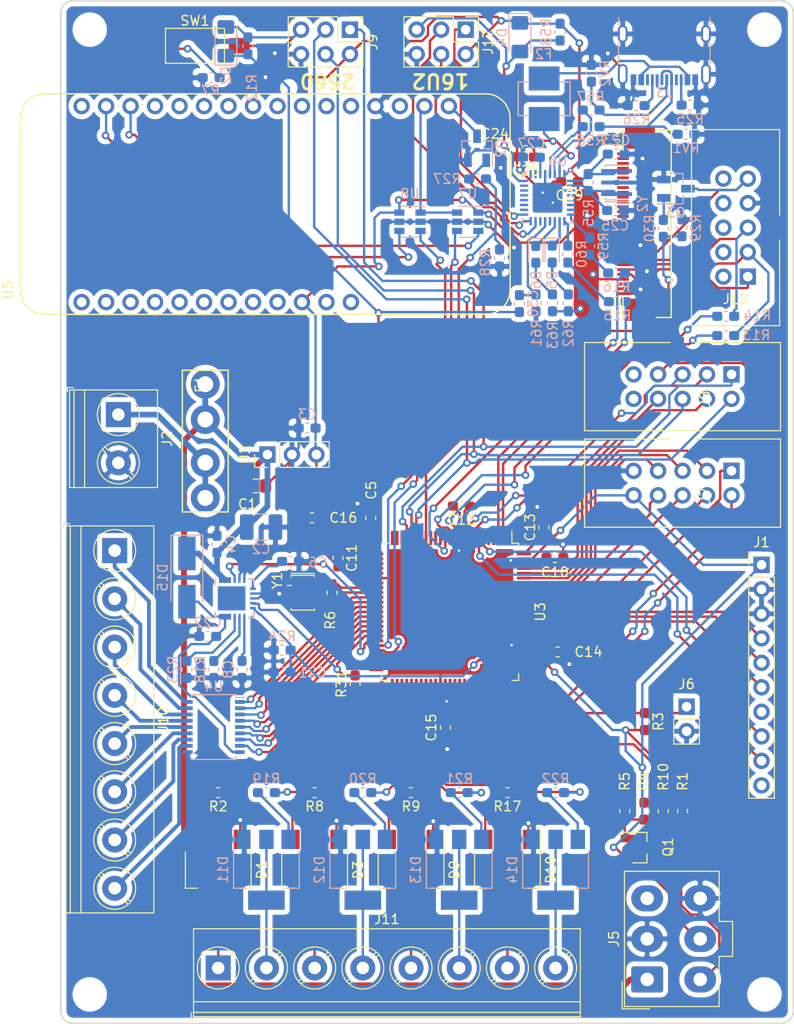
<source format=kicad_pcb>
(kicad_pcb (version 20171130) (host pcbnew "(5.1.2-1)-1")
  (layers (0 F.Cu mixed) (31 B.Cu mixed) (34 B.Paste user) (35 F.Paste user) (36 B.SilkS user) (37 F.SilkS user) (38 B.Mask user) (39 F.Mask user) (44 Edge.Cuts user))
  (net 0 "")
  (net 1 +24V)
  (net 2 GND)
  (net 3 /~RESET)
  (net 4 "Net-(C6-Pad1)")
  (net 5 "Net-(C8-Pad1)")
  (net 6 "Net-(C10-Pad1)")
  (net 7 +5V)
  (net 8 /MOTOR_CURRENT)
  (net 9 "Net-(C22-Pad1)")
  (net 10 "Net-(C23-Pad2)")
  (net 11 /USB_Serial/USBVCC)
  (net 12 "Net-(C25-Pad2)")
  (net 13 "Net-(C27-Pad1)")
  (net 14 /USB_Serial/DTR)
  (net 15 /MotorPower/col_1_motor)
  (net 16 "Net-(D1-Pad3)")
  (net 17 /MotorPower/col_3_motor)
  (net 18 "Net-(D3-Pad3)")
  (net 19 /USB_Serial/~RESET2)
  (net 20 /USB_Serial/RXL)
  (net 21 "Net-(D5-Pad2)")
  (net 22 "Net-(D6-Pad2)")
  (net 23 /USB_Serial/TXL)
  (net 24 "Net-(D9-Pad3)")
  (net 25 /MotorPower/col_5_motor)
  (net 26 /MotorPower/col_7_motor)
  (net 27 "Net-(D10-Pad3)")
  (net 28 "Net-(D11-Pad3)")
  (net 29 /MotorPower/col_2_motor)
  (net 30 /MotorPower/col_4_motor)
  (net 31 "Net-(D12-Pad3)")
  (net 32 "Net-(D13-Pad3)")
  (net 33 /MotorPower/col_6_motor)
  (net 34 "Net-(D14-Pad3)")
  (net 35 /MotorPower/col_8_motor)
  (net 36 "Net-(F1-Pad2)")
  (net 37 /USB_Serial/XVCC)
  (net 38 /RFID_GREEN_LED)
  (net 39 /RFID_RED_LED)
  (net 40 /RFID_BEEP_CTRL)
  (net 41 /RFID_DATA_0)
  (net 42 /RFID_DATA_1)
  (net 43 /USB_Serial/USB_D-)
  (net 44 /USB_Serial/USB_D+)
  (net 45 "Net-(J3-PadB5)")
  (net 46 "Net-(J3-PadA5)")
  (net 47 /4D_Display/TX_DISPLAY)
  (net 48 /4D_Display/RX_DISPLAY)
  (net 49 /4D_Display/RESET)
  (net 50 /RX_MDB)
  (net 51 "Net-(J5-Pad5)")
  (net 52 /DOOR_SW)
  (net 53 /LCD_BEEP)
  (net 54 /BTN_ENC)
  (net 55 /LCD_EN)
  (net 56 /LCD_CS)
  (net 57 /LCD_4)
  (net 58 /LCD_5)
  (net 59 /LCD_6)
  (net 60 /LCD_7)
  (net 61 /LCD_RESET)
  (net 62 /SD_DET)
  (net 63 /MOSI)
  (net 64 /BTN_EN1)
  (net 65 /SD_CS)
  (net 66 /BTN_EN2)
  (net 67 /SCK)
  (net 68 /MISO)
  (net 69 /MotorPower/row_h_motor)
  (net 70 /MotorPower/row_g_motor)
  (net 71 /MotorPower/row_f_motor)
  (net 72 /MotorPower/row_e_motor)
  (net 73 /MotorPower/row_d_motor)
  (net 74 /MotorPower/row_c_motor)
  (net 75 /MotorPower/row_b_motor)
  (net 76 /MotorPower/row_a_motor)
  (net 77 /USB_Serial/MOSI2)
  (net 78 /USB_Serial/SCK2)
  (net 79 /USB_Serial/MISO2)
  (net 80 "Net-(Q2-Pad3)")
  (net 81 "Net-(Q2-Pad1)")
  (net 82 "Net-(Q3-Pad1)")
  (net 83 /c1)
  (net 84 /TX_MDB)
  (net 85 /XTAL1)
  (net 86 /XTAL2)
  (net 87 "Net-(R7-Pad2)")
  (net 88 /c3)
  (net 89 /c5)
  (net 90 /USB_Serial/RX_USB)
  (net 91 /USB_Serial/TX_USB)
  (net 92 /c7)
  (net 93 "Net-(R18-Pad1)")
  (net 94 /c2)
  (net 95 /c4)
  (net 96 /c6)
  (net 97 /c8)
  (net 98 "Net-(R23-Pad1)")
  (net 99 /RESET_DISPLAY)
  (net 100 /MOTOR_FAULT)
  (net 101 /USB_Serial/MICRO_D+)
  (net 102 /USB_Serial/MICRO_D-)
  (net 103 /USB_Serial/MICRO_TX)
  (net 104 /USB_Serial/MICRO_RX)
  (net 105 /MOTORS_ENABLE)
  (net 106 /r1)
  (net 107 /r2)
  (net 108 /r3)
  (net 109 /r4)
  (net 110 /r5)
  (net 111 /r6)
  (net 112 /r7)
  (net 113 /r8)
  (net 114 "Net-(U5-Pad15)")
  (net 115 +3V3)
  (net 116 "Net-(U5-Pad14)")
  (net 117 "Net-(R15-Pad2)")
  (net 118 "Net-(R16-Pad2)")
  (net 119 /TX_MDB_MEGA)
  (net 120 /RX_MDB_MEGA)
  (net 121 /RX_DISPLAY_MEGA)
  (net 122 /TX_DISPLAY_MEGA)
  (net 123 /RESET_HUZZAH)
  (net 124 /TX_HUZZAH_MEGA)
  (net 125 /RX_HUZZAH_MEGA)
  (module Capacitor_SMD:C_1210_3225Metric_Pad1.42x2.65mm_HandSolder (layer B.Cu) (at 120.7772 94.5592)
    (fp_text reference C2 (at 0 2.28) (layer B.SilkS) (effects (justify mirror)))
    (fp_text value "22 uF")
    (pad 2 smd roundrect (at 1.4875 0) (size 1.425 2.65) (layers B.Cu B.Paste B.Mask) (roundrect_rratio 0.175439) (net 2 GND))
    (pad 1 smd roundrect (at -1.4875 0) (size 1.425 2.65) (layers B.Cu B.Paste B.Mask) (roundrect_rratio 0.175439) (net 1 +24V))
  )
  (module "Snack Machine:HUZZAH32" (layer F.Cu) (at 121.209 61.082 270)
    (fp_text reference U5 (at 8.89 26.67 90) (layer F.SilkS))
    (fp_text value Huzzah32)
    (pad 13 thru_hole circle (at -10.16 19.05 270) (size 1.7 1.7) (drill 1.02) (layers *.Cu *.Mask))
    (pad 28 thru_hole circle (at -10.16 -19.05 270) (size 1.7 1.7) (drill 1.02) (layers *.Cu *.Mask) (net 80 "Net-(Q2-Pad3)"))
    (pad 27 thru_hole circle (at -10.16 -16.51 270) (size 1.7 1.7) (drill 1.02) (layers *.Cu *.Mask) (net 115 +3V3))
    (pad 26 thru_hole circle (at -10.16 -13.97 270) (size 1.7 1.7) (drill 1.02) (layers *.Cu *.Mask))
    (pad 25 thru_hole circle (at -10.16 -11.43 270) (size 1.7 1.7) (drill 1.02) (layers *.Cu *.Mask) (net 2 GND))
    (pad 24 thru_hole circle (at -10.16 -8.89 270) (size 1.7 1.7) (drill 1.02) (layers *.Cu *.Mask))
    (pad 23 thru_hole circle (at -10.16 -6.35 270) (size 1.7 1.7) (drill 1.02) (layers *.Cu *.Mask))
    (pad 22 thru_hole circle (at -10.16 -3.81 270) (size 1.7 1.7) (drill 1.02) (layers *.Cu *.Mask))
    (pad 21 thru_hole circle (at -10.16 -1.27 270) (size 1.7 1.7) (drill 1.02) (layers *.Cu *.Mask))
    (pad 20 thru_hole circle (at -10.16 1.27 270) (size 1.7 1.7) (drill 1.02) (layers *.Cu *.Mask))
    (pad 19 thru_hole circle (at -10.16 3.81 270) (size 1.7 1.7) (drill 1.02) (layers *.Cu *.Mask))
    (pad 18 thru_hole circle (at -10.16 6.35 270) (size 1.7 1.7) (drill 1.02) (layers *.Cu *.Mask))
    (pad 17 thru_hole circle (at -10.16 8.89 270) (size 1.7 1.7) (drill 1.02) (layers *.Cu *.Mask))
    (pad 16 thru_hole circle (at -10.16 11.43 270) (size 1.7 1.7) (drill 1.02) (layers *.Cu *.Mask))
    (pad 15 thru_hole circle (at -10.16 13.97 270) (size 1.7 1.7) (drill 1.02) (layers *.Cu *.Mask) (net 114 "Net-(U5-Pad15)"))
    (pad 14 thru_hole circle (at -10.16 16.51 270) (size 1.7 1.7) (drill 1.02) (layers *.Cu *.Mask) (net 116 "Net-(U5-Pad14)"))
    (pad 12 thru_hole circle (at 10.16 19.05 270) (size 1.7 1.7) (drill 1.02) (layers *.Cu *.Mask))
    (pad 11 thru_hole circle (at 10.16 16.51 270) (size 1.7 1.7) (drill 1.02) (layers *.Cu *.Mask))
    (pad 10 thru_hole circle (at 10.16 13.97 270) (size 1.7 1.7) (drill 1.02) (layers *.Cu *.Mask))
    (pad 9 thru_hole circle (at 10.16 11.43 270) (size 1.7 1.7) (drill 1.02) (layers *.Cu *.Mask))
    (pad 8 thru_hole circle (at 10.16 8.89 270) (size 1.7 1.7) (drill 1.02) (layers *.Cu *.Mask))
    (pad 7 thru_hole circle (at 10.16 6.35 270) (size 1.7 1.7) (drill 1.02) (layers *.Cu *.Mask))
    (pad 6 thru_hole circle (at 10.16 3.81 270) (size 1.7 1.7) (drill 1.02) (layers *.Cu *.Mask))
    (pad 5 thru_hole circle (at 10.16 1.27 270) (size 1.7 1.7) (drill 1.02) (layers *.Cu *.Mask))
    (pad 4 thru_hole circle (at 10.16 -1.27 270) (size 1.7 1.7) (drill 1.02) (layers *.Cu *.Mask))
    (pad 3 thru_hole circle (at 10.16 -3.81 270) (size 1.7 1.7) (drill 1.02) (layers *.Cu *.Mask) (net 7 +5V))
    (pad 2 thru_hole circle (at 10.16 -6.35 270) (size 1.7 1.7) (drill 1.02) (layers *.Cu *.Mask))
    (pad 1 thru_hole circle (at 10.16 -8.89 270) (size 1.7 1.7) (drill 1.02) (layers *.Cu *.Mask))
  )
  (module "Snack Machine:PinHeader_2x05_P2.54mm_Vertical" (layer F.Cu) (at 164.5 90 270)
    (fp_text reference J7 (at 1.27 -2.33 90) (layer F.SilkS))
    (fp_text value "LCD EXP1")
    (pad 1 thru_hole rect (at -1.27 -5.08 270) (size 1.7 1.7) (drill 1) (layers *.Cu *.Mask) (net 53 /LCD_BEEP))
    (pad 2 thru_hole oval (at 1.27 -5.08 270) (size 1.7 1.7) (drill 1) (layers *.Cu *.Mask) (net 54 /BTN_ENC))
    (pad 3 thru_hole oval (at -1.27 -2.54 270) (size 1.7 1.7) (drill 1) (layers *.Cu *.Mask) (net 55 /LCD_EN))
    (pad 4 thru_hole oval (at 1.27 -2.54 270) (size 1.7 1.7) (drill 1) (layers *.Cu *.Mask) (net 56 /LCD_CS))
    (pad 5 thru_hole oval (at -1.27 0 270) (size 1.7 1.7) (drill 1) (layers *.Cu *.Mask) (net 57 /LCD_4))
    (pad 6 thru_hole oval (at 1.27 0 270) (size 1.7 1.7) (drill 1) (layers *.Cu *.Mask) (net 58 /LCD_5))
    (pad 7 thru_hole oval (at -1.27 2.54 270) (size 1.7 1.7) (drill 1) (layers *.Cu *.Mask) (net 59 /LCD_6))
    (pad 8 thru_hole oval (at 1.27 2.54 270) (size 1.7 1.7) (drill 1) (layers *.Cu *.Mask) (net 60 /LCD_7))
    (pad 9 thru_hole oval (at -1.27 5.08 270) (size 1.7 1.7) (drill 1) (layers *.Cu *.Mask) (net 2 GND))
    (pad 10 thru_hole oval (at 1.27 5.08 270) (size 1.7 1.7) (drill 1) (layers *.Cu *.Mask) (net 7 +5V))
  )
  (module "Snack Machine:PinHeader_2x05_P2.54mm_Vertical" (layer F.Cu) (at 164.5 80 270)
    (fp_text reference J8 (at 1.27 -2.33 90) (layer F.SilkS))
    (fp_text value "LCD EXP2")
    (pad 10 thru_hole oval (at 1.27 5.08 270) (size 1.7 1.7) (drill 1) (layers *.Cu *.Mask))
    (pad 9 thru_hole oval (at -1.27 5.08 270) (size 1.7 1.7) (drill 1) (layers *.Cu *.Mask))
    (pad 8 thru_hole oval (at 1.27 2.54 270) (size 1.7 1.7) (drill 1) (layers *.Cu *.Mask) (net 61 /LCD_RESET))
    (pad 7 thru_hole oval (at -1.27 2.54 270) (size 1.7 1.7) (drill 1) (layers *.Cu *.Mask) (net 62 /SD_DET))
    (pad 6 thru_hole oval (at 1.27 0 270) (size 1.7 1.7) (drill 1) (layers *.Cu *.Mask) (net 63 /MOSI))
    (pad 5 thru_hole oval (at -1.27 0 270) (size 1.7 1.7) (drill 1) (layers *.Cu *.Mask) (net 64 /BTN_EN1))
    (pad 4 thru_hole oval (at 1.27 -2.54 270) (size 1.7 1.7) (drill 1) (layers *.Cu *.Mask) (net 65 /SD_CS))
    (pad 3 thru_hole oval (at -1.27 -2.54 270) (size 1.7 1.7) (drill 1) (layers *.Cu *.Mask) (net 66 /BTN_EN2))
    (pad 2 thru_hole oval (at 1.27 -5.08 270) (size 1.7 1.7) (drill 1) (layers *.Cu *.Mask) (net 67 /SCK))
    (pad 1 thru_hole rect (at -1.27 -5.08 270) (size 1.7 1.7) (drill 1) (layers *.Cu *.Mask) (net 68 /MISO))
  )
  (module Capacitor_SMD:C_0805_2012Metric_Pad1.15x1.40mm_HandSolder (layer F.Cu) (at 120.2184 90.292)
    (fp_text reference C1 (at -0.8636 1.8796) (layer F.SilkS))
    (fp_text value "2.2uF 35V")
    (pad 1 smd roundrect (at -1.025 0) (size 1.15 1.4) (layers F.Cu F.Paste F.Mask) (roundrect_rratio 0.217391) (net 1 +24V))
    (pad 2 smd roundrect (at 1.025 0) (size 1.15 1.4) (layers F.Cu F.Paste F.Mask) (roundrect_rratio 0.217391) (net 2 GND))
  )
  (module Capacitor_SMD:C_0603_1608Metric_Pad1.05x0.95mm_HandSolder (layer B.Cu) (at 125.5524 84.2976 180)
    (fp_text reference C3 (at 0 1.43) (layer B.SilkS) (effects (justify mirror)))
    (fp_text value "10uF 10V")
    (pad 2 smd roundrect (at 0.875 0 180) (size 1.05 0.95) (layers B.Cu B.Paste B.Mask) (net 2 GND))
    (pad 1 smd roundrect (at -0.875 0 180) (size 1.05 0.95) (layers B.Cu B.Paste B.Mask) (net 7 +5V))
  )
  (module Capacitor_SMD:C_0603_1608Metric_Pad1.05x0.95mm_HandSolder (layer B.Cu) (at 116.2052 96.3372 90)
    (fp_text reference C4 (at 0 1.43 90) (layer B.SilkS) (effects (justify mirror)))
    (fp_text value "2.2 uF")
    (pad 1 smd roundrect (at -0.875 0 90) (size 1.05 0.95) (layers B.Cu B.Paste B.Mask) (net 1 +24V))
    (pad 2 smd roundrect (at 0.875 0 90) (size 1.05 0.95) (layers B.Cu B.Paste B.Mask) (net 2 GND))
  )
  (module Capacitor_SMD:C_0603_1608Metric_Pad1.05x0.95mm_HandSolder (layer F.Cu) (at 132.1564 93.594 90)
    (fp_text reference C5 (at 2.8448 0.0508 90) (layer F.SilkS))
    (fp_text value 22pF)
    (pad 1 smd roundrect (at -0.875 0 90) (size 1.05 0.95) (layers F.Cu F.Paste F.Mask) (net 3 /~RESET))
    (pad 2 smd roundrect (at 0.875 0 90) (size 1.05 0.95) (layers F.Cu F.Paste F.Mask) (net 2 GND))
  )
  (module Capacitor_SMD:C_0603_1608Metric_Pad1.05x0.95mm_HandSolder (layer B.Cu) (at 123.8252 98.1152)
    (fp_text reference C6 (at 2.8448 0.1016) (layer B.SilkS) (effects (justify mirror)))
    (fp_text value "100 nF")
    (pad 1 smd roundrect (at -0.875 0) (size 1.05 0.95) (layers B.Cu B.Paste B.Mask) (net 4 "Net-(C6-Pad1)"))
    (pad 2 smd roundrect (at 0.875 0) (size 1.05 0.95) (layers B.Cu B.Paste B.Mask) (net 2 GND))
  )
  (module Capacitor_SMD:C_0603_1608Metric_Pad1.05x0.95mm_HandSolder (layer B.Cu) (at 118.796 109.3166 270)
    (fp_text reference C8 (at 0 1.43 90) (layer B.SilkS) (effects (justify mirror)))
    (fp_text value "1 nF")
    (pad 1 smd roundrect (at -0.875 0 270) (size 1.05 0.95) (layers B.Cu B.Paste B.Mask) (net 5 "Net-(C8-Pad1)"))
    (pad 2 smd roundrect (at 0.875 0 270) (size 1.05 0.95) (layers B.Cu B.Paste B.Mask) (net 2 GND))
  )
  (module Capacitor_SMD:C_0603_1608Metric_Pad1.05x0.95mm_HandSolder (layer F.Cu) (at 151.257 97.7138)
    (fp_text reference C10 (at 0 1.524) (layer F.SilkS))
    (fp_text value 100nF)
    (pad 2 smd roundrect (at 0.875 0) (size 1.05 0.95) (layers F.Cu F.Paste F.Mask) (net 2 GND))
    (pad 1 smd roundrect (at -0.875 0) (size 1.05 0.95) (layers F.Cu F.Paste F.Mask) (net 6 "Net-(C10-Pad1)"))
  )
  (module Capacitor_SMD:C_0603_1608Metric_Pad1.05x0.95mm_HandSolder (layer F.Cu) (at 128.7528 97.7596 270)
    (fp_text reference C11 (at 0 -1.43 90) (layer F.SilkS))
    (fp_text value 100nF)
    (pad 2 smd roundrect (at 0.875 0 270) (size 1.05 0.95) (layers F.Cu F.Paste F.Mask) (net 2 GND))
    (pad 1 smd roundrect (at -0.875 0 270) (size 1.05 0.95) (layers F.Cu F.Paste F.Mask) (net 7 +5V))
  )
  (module Capacitor_SMD:C_0603_1608Metric_Pad1.05x0.95mm_HandSolder (layer F.Cu) (at 141.5544 92.3748 180)
    (fp_text reference C12 (at 0 -1.43) (layer F.SilkS))
    (fp_text value 100nF)
    (pad 1 smd roundrect (at -0.875 0 180) (size 1.05 0.95) (layers F.Cu F.Paste F.Mask) (net 7 +5V))
    (pad 2 smd roundrect (at 0.875 0 180) (size 1.05 0.95) (layers F.Cu F.Paste F.Mask) (net 2 GND))
  )
  (module Capacitor_SMD:C_0603_1608Metric_Pad1.05x0.95mm_HandSolder (layer F.Cu) (at 150.114 94.5896 90)
    (fp_text reference C13 (at 0 -1.43 90) (layer F.SilkS))
    (fp_text value 100nF)
    (pad 2 smd roundrect (at 0.875 0 90) (size 1.05 0.95) (layers F.Cu F.Paste F.Mask) (net 2 GND))
    (pad 1 smd roundrect (at -0.875 0 90) (size 1.05 0.95) (layers F.Cu F.Paste F.Mask) (net 7 +5V))
  )
  (module Capacitor_SMD:C_0603_1608Metric_Pad1.05x0.95mm_HandSolder (layer F.Cu) (at 151.5364 107.5)
    (fp_text reference C14 (at 3.2004 0) (layer F.SilkS))
    (fp_text value 100nF)
    (pad 2 smd roundrect (at 0.875 0) (size 1.05 0.95) (layers F.Cu F.Paste F.Mask) (net 2 GND))
    (pad 1 smd roundrect (at -0.875 0) (size 1.05 0.95) (layers F.Cu F.Paste F.Mask) (net 7 +5V))
  )
  (module Capacitor_SMD:C_0603_1608Metric_Pad1.05x0.95mm_HandSolder (layer F.Cu) (at 139.9032 115.3414 270)
    (fp_text reference C15 (at 0 1.4732 90) (layer F.SilkS))
    (fp_text value 100nF)
    (pad 2 smd roundrect (at 0.875 0 270) (size 1.05 0.95) (layers F.Cu F.Paste F.Mask) (net 2 GND))
    (pad 1 smd roundrect (at -0.875 0 270) (size 1.05 0.95) (layers F.Cu F.Paste F.Mask) (net 7 +5V))
  )
  (module Capacitor_SMD:C_0603_1608Metric_Pad1.05x0.95mm_HandSolder (layer F.Cu) (at 126.0604 93.594 180)
    (fp_text reference C16 (at -3.2512 0) (layer F.SilkS))
    (fp_text value 1uF)
    (pad 2 smd roundrect (at 0.875 0 180) (size 1.05 0.95) (layers F.Cu F.Paste F.Mask) (net 2 GND))
    (pad 1 smd roundrect (at -0.875 0 180) (size 1.05 0.95) (layers F.Cu F.Paste F.Mask) (net 7 +5V))
  )
  (module Capacitor_SMD:C_0603_1608Metric_Pad1.05x0.95mm_HandSolder (layer B.Cu) (at 122.9616 109.596 180)
    (fp_text reference C21 (at -3.1496 -0.0508) (layer B.SilkS) (effects (justify mirror)))
    (fp_text value "100 nF")
    (pad 1 smd roundrect (at -0.875 0 180) (size 1.05 0.95) (layers B.Cu B.Paste B.Mask) (net 8 /MOTOR_CURRENT))
    (pad 2 smd roundrect (at 0.875 0 180) (size 1.05 0.95) (layers B.Cu B.Paste B.Mask) (net 2 GND))
  )
  (module Capacitor_SMD:C_0603_1608Metric_Pad1.05x0.95mm_HandSolder (layer B.Cu) (at 115.24 105.8876 180)
    (fp_text reference C22 (at 0 1.43) (layer B.SilkS) (effects (justify mirror)))
    (fp_text value "2.2 uF")
    (pad 2 smd roundrect (at 0.875 0 180) (size 1.05 0.95) (layers B.Cu B.Paste B.Mask) (net 2 GND))
    (pad 1 smd roundrect (at -0.875 0 180) (size 1.05 0.95) (layers B.Cu B.Paste B.Mask) (net 9 "Net-(C22-Pad1)"))
  )
  (module Capacitor_SMD:C_0603_1608Metric_Pad1.05x0.95mm_HandSolder (layer B.Cu) (at 157.6186 55.9004 180)
    (fp_text reference C23 (at 0 1.43) (layer B.SilkS) (effects (justify mirror)))
    (fp_text value 22pF)
    (pad 2 smd roundrect (at 0.875 0 180) (size 1.05 0.95) (layers B.Cu B.Paste B.Mask) (net 10 "Net-(C23-Pad2)"))
    (pad 1 smd roundrect (at -0.875 0 180) (size 1.05 0.95) (layers B.Cu B.Paste B.Mask) (net 2 GND))
  )
  (module Capacitor_SMD:C_0603_1608Metric_Pad1.05x0.95mm_HandSolder (layer F.Cu) (at 148.214799 54.516199 180)
    (fp_text reference C24 (at 3.180799 0.718999) (layer F.SilkS))
    (fp_text value 100nF)
    (pad 1 smd roundrect (at -0.875 0 180) (size 1.05 0.95) (layers F.Cu F.Paste F.Mask) (net 11 /USB_Serial/USBVCC))
    (pad 2 smd roundrect (at 0.875 0 180) (size 1.05 0.95) (layers F.Cu F.Paste F.Mask) (net 2 GND))
  )
  (module Capacitor_SMD:C_0603_1608Metric_Pad1.05x0.95mm_HandSolder (layer B.Cu) (at 157.5564 61.7424 180)
    (fp_text reference C25 (at 0.0508 -1.5748) (layer B.SilkS) (effects (justify mirror)))
    (fp_text value 22pF)
    (pad 1 smd roundrect (at -0.875 0 180) (size 1.05 0.95) (layers B.Cu B.Paste B.Mask) (net 2 GND))
    (pad 2 smd roundrect (at 0.875 0 180) (size 1.05 0.95) (layers B.Cu B.Paste B.Mask) (net 12 "Net-(C25-Pad2)"))
  )
  (module Capacitor_SMD:C_0603_1608Metric_Pad1.05x0.95mm_HandSolder (layer F.Cu) (at 148.209 56.1848 180)
    (fp_text reference C26 (at 0 -1.43) (layer F.SilkS))
    (fp_text value 1uF)
    (pad 2 smd roundrect (at 0.875 0 180) (size 1.05 0.95) (layers F.Cu F.Paste F.Mask) (net 2 GND))
    (pad 1 smd roundrect (at -0.875 0 180) (size 1.05 0.95) (layers F.Cu F.Paste F.Mask) (net 11 /USB_Serial/USBVCC))
  )
  (module Capacitor_SMD:C_0603_1608Metric_Pad1.05x0.95mm_HandSolder (layer B.Cu) (at 148.8188 56.2306 180)
    (fp_text reference C27 (at 0 1.43) (layer B.SilkS) (effects (justify mirror)))
    (fp_text value 1uF)
    (pad 1 smd roundrect (at -0.875 0 180) (size 1.05 0.95) (layers B.Cu B.Paste B.Mask) (net 13 "Net-(C27-Pad1)"))
    (pad 2 smd roundrect (at 0.875 0 180) (size 1.05 0.95) (layers B.Cu B.Paste B.Mask) (net 2 GND))
  )
  (module Capacitor_SMD:C_0603_1608Metric_Pad1.05x0.95mm_HandSolder (layer F.Cu) (at 152.7812 58.7452 180)
    (fp_text reference C29 (at 0 -1.43) (layer F.SilkS))
    (fp_text value 1uF)
    (pad 2 smd roundrect (at 0.875 0 180) (size 1.05 0.95) (layers F.Cu F.Paste F.Mask) (net 2 GND))
    (pad 1 smd roundrect (at -0.875 0 180) (size 1.05 0.95) (layers F.Cu F.Paste F.Mask) (net 7 +5V))
  )
  (module Capacitor_SMD:C_0603_1608Metric_Pad1.05x0.95mm_HandSolder (layer B.Cu) (at 147.5742 71.3944 90)
    (fp_text reference C30 (at 0 1.43 270) (layer B.SilkS) (effects (justify mirror)))
    (fp_text value 100nF)
    (pad 1 smd roundrect (at -0.875 0 90) (size 1.05 0.95) (layers B.Cu B.Paste B.Mask) (net 3 /~RESET))
    (pad 2 smd roundrect (at 0.875 0 90) (size 1.05 0.95) (layers B.Cu B.Paste B.Mask) (net 14 /USB_Serial/DTR))
  )
  (module Package_TO_SOT_SMD:SOT-223-3_TabPin2 (layer F.Cu) (at 116.331 130.0816 270)
    (fp_text reference D1 (at 0 -4.5 90) (layer F.SilkS))
    (fp_text value Q_TRIAC_A1A2G)
    (pad 2 smd rect (at 3.15 0 270) (size 2 3.8) (layers F.Cu F.Paste F.Mask) (net 15 /MotorPower/col_1_motor))
    (pad 2 smd rect (at -3.15 0 270) (size 2 1.5) (layers F.Cu F.Paste F.Mask) (net 15 /MotorPower/col_1_motor))
    (pad 3 smd rect (at -3.15 2.3 270) (size 2 1.5) (layers F.Cu F.Paste F.Mask) (net 16 "Net-(D1-Pad3)"))
    (pad 1 smd rect (at -3.15 -2.3 270) (size 2 1.5) (layers F.Cu F.Paste F.Mask) (net 2 GND))
  )
  (module Diode_SMD:D_1206_3216Metric_Pad1.42x1.75mm_HandSolder (layer B.Cu) (at 117.1196 44.2164 90)
    (fp_text reference D2 (at -3.556 0 270) (layer B.SilkS) (effects (justify mirror)))
    (fp_text value D)
    (pad 1 smd roundrect (at -1.4875 0 90) (size 1.425 1.75) (layers B.Cu B.Paste B.Mask) (roundrect_rratio 0.175439) (net 7 +5V))
    (pad 2 smd roundrect (at 1.4875 0 90) (size 1.425 1.75) (layers B.Cu B.Paste B.Mask) (roundrect_rratio 0.175439) (net 3 /~RESET))
  )
  (module Package_TO_SOT_SMD:SOT-223-3_TabPin2 (layer F.Cu) (at 126.331 130.0816 270)
    (fp_text reference D3 (at 0 -4.5 90) (layer F.SilkS))
    (fp_text value Q_TRIAC_A1A2G)
    (pad 2 smd rect (at 3.15 0 270) (size 2 3.8) (layers F.Cu F.Paste F.Mask) (net 17 /MotorPower/col_3_motor))
    (pad 2 smd rect (at -3.15 0 270) (size 2 1.5) (layers F.Cu F.Paste F.Mask) (net 17 /MotorPower/col_3_motor))
    (pad 3 smd rect (at -3.15 2.3 270) (size 2 1.5) (layers F.Cu F.Paste F.Mask) (net 18 "Net-(D3-Pad3)"))
    (pad 1 smd rect (at -3.15 -2.3 270) (size 2 1.5) (layers F.Cu F.Paste F.Mask) (net 2 GND))
  )
  (module Diode_SMD:D_1206_3216Metric_Pad1.42x1.75mm_HandSolder (layer B.Cu) (at 147.625 43.7846 270)
    (fp_text reference D4 (at 0 1.82 270) (layer B.SilkS) (effects (justify mirror)))
    (fp_text value D)
    (pad 2 smd roundrect (at 1.4875 0 270) (size 1.425 1.75) (layers B.Cu B.Paste B.Mask) (roundrect_rratio 0.175439) (net 19 /USB_Serial/~RESET2))
    (pad 1 smd roundrect (at -1.4875 0 270) (size 1.425 1.75) (layers B.Cu B.Paste B.Mask) (roundrect_rratio 0.175439) (net 7 +5V))
  )
  (module LED_SMD:LED_0603_1608Metric_Pad1.05x0.95mm_HandSolder (layer B.Cu) (at 150.9778 66.2636 270)
    (fp_text reference D5 (at 2.6924 0.0254 90) (layer B.SilkS) (effects (justify mirror)))
    (fp_text value YELLOW)
    (pad 1 smd roundrect (at -0.875 0 270) (size 1.05 0.95) (layers B.Cu B.Paste B.Mask) (net 20 /USB_Serial/RXL))
    (pad 2 smd roundrect (at 0.875 0 270) (size 1.05 0.95) (layers B.Cu B.Paste B.Mask) (net 21 "Net-(D5-Pad2)"))
  )
  (module LED_SMD:LED_0603_1608Metric_Pad1.05x0.95mm_HandSolder (layer B.Cu) (at 149.276 66.289 270)
    (fp_text reference D6 (at 2.667 -0.0254 90) (layer B.SilkS) (effects (justify mirror)))
    (fp_text value YELLOW)
    (pad 2 smd roundrect (at 0.875 0 270) (size 1.05 0.95) (layers B.Cu B.Paste B.Mask) (net 22 "Net-(D6-Pad2)"))
    (pad 1 smd roundrect (at -0.875 0 270) (size 1.05 0.95) (layers B.Cu B.Paste B.Mask) (net 23 /USB_Serial/TXL))
  )
  (module Package_TO_SOT_SMD:SOT-223-3_TabPin2 (layer F.Cu) (at 136.331 130.0816 270)
    (fp_text reference D9 (at 0 -4.5 90) (layer F.SilkS))
    (fp_text value Q_TRIAC_A1A2G)
    (pad 1 smd rect (at -3.15 -2.3 270) (size 2 1.5) (layers F.Cu F.Paste F.Mask) (net 2 GND))
    (pad 3 smd rect (at -3.15 2.3 270) (size 2 1.5) (layers F.Cu F.Paste F.Mask) (net 24 "Net-(D9-Pad3)"))
    (pad 2 smd rect (at -3.15 0 270) (size 2 1.5) (layers F.Cu F.Paste F.Mask) (net 25 /MotorPower/col_5_motor))
    (pad 2 smd rect (at 3.15 0 270) (size 2 3.8) (layers F.Cu F.Paste F.Mask) (net 25 /MotorPower/col_5_motor))
  )
  (module Package_TO_SOT_SMD:SOT-223-3_TabPin2 (layer F.Cu) (at 146.331 130.0816 270)
    (fp_text reference D10 (at 0 -4.5 90) (layer F.SilkS))
    (fp_text value Q_TRIAC_A1A2G)
    (pad 2 smd rect (at 3.15 0 270) (size 2 3.8) (layers F.Cu F.Paste F.Mask) (net 26 /MotorPower/col_7_motor))
    (pad 2 smd rect (at -3.15 0 270) (size 2 1.5) (layers F.Cu F.Paste F.Mask) (net 26 /MotorPower/col_7_motor))
    (pad 3 smd rect (at -3.15 2.3 270) (size 2 1.5) (layers F.Cu F.Paste F.Mask) (net 27 "Net-(D10-Pad3)"))
    (pad 1 smd rect (at -3.15 -2.3 270) (size 2 1.5) (layers F.Cu F.Paste F.Mask) (net 2 GND))
  )
  (module Package_TO_SOT_SMD:SOT-223-3_TabPin2 (layer B.Cu) (at 121.331 130.0816 270)
    (fp_text reference D11 (at 0 4.5 90) (layer B.SilkS) (effects (justify mirror)))
    (fp_text value Q_TRIAC_A1A2G)
    (pad 1 smd rect (at -3.15 2.3 270) (size 2 1.5) (layers B.Cu B.Paste B.Mask) (net 2 GND))
    (pad 3 smd rect (at -3.15 -2.3 270) (size 2 1.5) (layers B.Cu B.Paste B.Mask) (net 28 "Net-(D11-Pad3)"))
    (pad 2 smd rect (at -3.15 0 270) (size 2 1.5) (layers B.Cu B.Paste B.Mask) (net 29 /MotorPower/col_2_motor))
    (pad 2 smd rect (at 3.15 0 270) (size 2 3.8) (layers B.Cu B.Paste B.Mask) (net 29 /MotorPower/col_2_motor))
  )
  (module Package_TO_SOT_SMD:SOT-223-3_TabPin2 (layer B.Cu) (at 131.331 130.0816 270)
    (fp_text reference D12 (at 0 4.5 90) (layer B.SilkS) (effects (justify mirror)))
    (fp_text value Q_TRIAC_A1A2G)
    (pad 2 smd rect (at 3.15 0 270) (size 2 3.8) (layers B.Cu B.Paste B.Mask) (net 30 /MotorPower/col_4_motor))
    (pad 2 smd rect (at -3.15 0 270) (size 2 1.5) (layers B.Cu B.Paste B.Mask) (net 30 /MotorPower/col_4_motor))
    (pad 3 smd rect (at -3.15 -2.3 270) (size 2 1.5) (layers B.Cu B.Paste B.Mask) (net 31 "Net-(D12-Pad3)"))
    (pad 1 smd rect (at -3.15 2.3 270) (size 2 1.5) (layers B.Cu B.Paste B.Mask) (net 2 GND))
  )
  (module Package_TO_SOT_SMD:SOT-223-3_TabPin2 (layer B.Cu) (at 141.331 130.0816 270)
    (fp_text reference D13 (at 0 4.5 90) (layer B.SilkS) (effects (justify mirror)))
    (fp_text value Q_TRIAC_A1A2G)
    (pad 2 smd rect (at 3.15 0 270) (size 2 3.8) (layers B.Cu B.Paste B.Mask) (net 33 /MotorPower/col_6_motor))
    (pad 2 smd rect (at -3.15 0 270) (size 2 1.5) (layers B.Cu B.Paste B.Mask) (net 33 /MotorPower/col_6_motor))
    (pad 3 smd rect (at -3.15 -2.3 270) (size 2 1.5) (layers B.Cu B.Paste B.Mask) (net 32 "Net-(D13-Pad3)"))
    (pad 1 smd rect (at -3.15 2.3 270) (size 2 1.5) (layers B.Cu B.Paste B.Mask) (net 2 GND))
  )
  (module Package_TO_SOT_SMD:SOT-223-3_TabPin2 (layer B.Cu) (at 151.331 130.0816 270)
    (fp_text reference D14 (at 0 4.5 90) (layer B.SilkS) (effects (justify mirror)))
    (fp_text value Q_TRIAC_A1A2G)
    (pad 2 smd rect (at 3.15 0 270) (size 2 3.8) (layers B.Cu B.Paste B.Mask) (net 35 /MotorPower/col_8_motor))
    (pad 2 smd rect (at -3.15 0 270) (size 2 1.5) (layers B.Cu B.Paste B.Mask) (net 35 /MotorPower/col_8_motor))
    (pad 3 smd rect (at -3.15 -2.3 270) (size 2 1.5) (layers B.Cu B.Paste B.Mask) (net 34 "Net-(D14-Pad3)"))
    (pad 1 smd rect (at -3.15 2.3 270) (size 2 1.5) (layers B.Cu B.Paste B.Mask) (net 2 GND))
  )
  (module Diode_SMD:D_SMA_Handsoldering (layer B.Cu) (at 113.081 99.7916 270)
    (fp_text reference D15 (at 0 2.5 90) (layer B.SilkS) (effects (justify mirror)))
    (fp_text value S1GTR)
    (pad 1 smd rect (at -2.5 0 270) (size 3.5 1.8) (layers B.Cu B.Paste B.Mask) (net 1 +24V))
    (pad 2 smd rect (at 2.5 0 270) (size 3.5 1.8) (layers B.Cu B.Paste B.Mask) (net 9 "Net-(C22-Pad1)"))
  )
  (module "Snack Machine:Keystone_3544-2" (layer F.Cu) (at 114.986 79.7486 270)
    (fp_text reference F1 (at 0 0.5 90) (layer F.SilkS))
    (fp_text value 1A)
    (pad 1 thru_hole circle (at 0 0 270) (size 3 3) (drill 1.65) (layers *.Cu *.Mask) (net 1 +24V))
    (pad 1 thru_hole circle (at 3.66 0 270) (size 3 3) (drill 1.65) (layers *.Cu *.Mask) (net 1 +24V))
    (pad 2 thru_hole circle (at 8.13 0 270) (size 3 3) (drill 1.65) (layers *.Cu *.Mask) (net 36 "Net-(F1-Pad2)"))
    (pad 2 thru_hole circle (at 11.79 0 270) (size 3 3) (drill 1.65) (layers *.Cu *.Mask) (net 36 "Net-(F1-Pad2)"))
  )
  (module "Snack Machine:MF-MSMF050-2" (layer B.Cu) (at 150.1396 50.16 90)
    (fp_text reference F2 (at 4.6228 -0.0508) (layer B.SilkS) (effects (justify mirror)))
    (fp_text value 500mA)
    (pad 1 smd rect (at -2.1 0 90) (size 2.5 3.2) (layers B.Cu B.Paste B.Mask) (net 11 /USB_Serial/USBVCC))
    (pad 2 smd rect (at 2.1 0 90) (size 2.5 3.2) (layers B.Cu B.Paste B.Mask) (net 37 /USB_Serial/XVCC))
  )
  (module Connector_PinHeader_2.54mm:PinHeader_1x10_P2.54mm_Vertical (layer F.Cu) (at 172.6948 98.4708)
    (fp_text reference J1 (at 0 -2.33) (layer F.SilkS))
    (fp_text value RFID_CONNECTOR)
    (pad 1 thru_hole rect (at 0 0) (size 1.7 1.7) (drill 1) (layers *.Cu *.Mask) (net 7 +5V))
    (pad 2 thru_hole oval (at 0 2.54) (size 1.7 1.7) (drill 1) (layers *.Cu *.Mask) (net 2 GND))
    (pad 3 thru_hole oval (at 0 5.08) (size 1.7 1.7) (drill 1) (layers *.Cu *.Mask) (net 2 GND))
    (pad 4 thru_hole oval (at 0 7.62) (size 1.7 1.7) (drill 1) (layers *.Cu *.Mask) (net 38 /RFID_GREEN_LED))
    (pad 5 thru_hole oval (at 0 10.16) (size 1.7 1.7) (drill 1) (layers *.Cu *.Mask) (net 39 /RFID_RED_LED))
    (pad 6 thru_hole oval (at 0 12.7) (size 1.7 1.7) (drill 1) (layers *.Cu *.Mask) (net 40 /RFID_BEEP_CTRL))
    (pad 7 thru_hole oval (at 0 15.24) (size 1.7 1.7) (drill 1) (layers *.Cu *.Mask))
    (pad 8 thru_hole oval (at 0 17.78) (size 1.7 1.7) (drill 1) (layers *.Cu *.Mask) (net 41 /RFID_DATA_0))
    (pad 9 thru_hole oval (at 0 20.32) (size 1.7 1.7) (drill 1) (layers *.Cu *.Mask) (net 42 /RFID_DATA_1))
    (pad 10 thru_hole oval (at 0 22.86) (size 1.7 1.7) (drill 1) (layers *.Cu *.Mask))
  )
  (module TerminalBlock_Phoenix:TerminalBlock_Phoenix_PT-1,5-2-5.0-H_1x02_P5.00mm_Horizontal (layer F.Cu) (at 105.969 82.9006 270)
    (fp_text reference J2 (at 2.5 -5.06 90) (layer F.SilkS))
    (fp_text value "Power Screw Terminal")
    (pad 1 thru_hole rect (at 0 0 270) (size 2.6 2.6) (drill 1.3) (layers *.Cu *.Mask) (net 36 "Net-(F1-Pad2)"))
    (pad 2 thru_hole circle (at 5 0 270) (size 2.6 2.6) (drill 1.3) (layers *.Cu *.Mask) (net 2 GND))
  )
  (module "Snack Machine:USB_C_Receptacle_HRO_TYPE-C-31-M-12" (layer B.Cu) (at 162.611 47.62)
    (fp_text reference J3 (at 0 1.9) (layer B.SilkS) (effects (justify mirror)))
    (fp_text value USB_C_Receptacle_USB2.0)
    (pad "" np_thru_hole circle (at -2.89 -0.5) (size 0.65 0.65) (drill 0.65) (layers *.Cu *.Mask))
    (pad A7 smd roundrect (at 0.25 0.575) (size 0.3 1.15) (layers B.Cu B.Paste B.Mask) (net 43 /USB_Serial/USB_D-))
    (pad S1 thru_hole oval (at -4.32 0) (size 1 2.1) (drill oval 0.6 1.7) (layers *.Cu *.Mask) (net 2 GND))
    (pad S1 thru_hole oval (at 4.32 0) (size 1 2.1) (drill oval 0.6 1.7) (layers *.Cu *.Mask) (net 2 GND))
    (pad "" np_thru_hole circle (at 2.89 -0.5) (size 0.65 0.65) (drill 0.65) (layers *.Cu *.Mask))
    (pad S1 thru_hole oval (at -4.32 -4.18) (size 1 1.8) (drill oval 0.6 1.4) (layers *.Cu *.Mask) (net 2 GND))
    (pad S1 thru_hole oval (at 4.32 -4.18) (size 1 1.8) (drill oval 0.6 1.4) (layers *.Cu *.Mask) (net 2 GND))
    (pad A6 smd roundrect (at -0.25 0.575) (size 0.3 1.15) (layers B.Cu B.Paste B.Mask) (net 44 /USB_Serial/USB_D+))
    (pad B6 smd roundrect (at 0.75 0.575) (size 0.3 1.15) (layers B.Cu B.Paste B.Mask) (net 44 /USB_Serial/USB_D+))
    (pad A8 smd roundrect (at 1.25 0.575) (size 0.3 1.15) (layers B.Cu B.Paste B.Mask))
    (pad B5 smd roundrect (at 1.75 0.575) (size 0.3 1.15) (layers B.Cu B.Paste B.Mask) (net 45 "Net-(J3-PadB5)"))
    (pad B4 smd roundrect (at 2.4 0.575) (size 0.6 1.15) (layers B.Cu B.Paste B.Mask) (roundrect_rratio 0.125) (net 37 /USB_Serial/XVCC))
    (pad B1 smd roundrect (at 3.2 0.575) (size 0.6 1.15) (layers B.Cu B.Paste B.Mask) (roundrect_rratio 0.125) (net 2 GND))
    (pad B7 smd roundrect (at -0.75 0.575) (size 0.3 1.15) (layers B.Cu B.Paste B.Mask) (net 43 /USB_Serial/USB_D-))
    (pad A5 smd roundrect (at -1.25 0.575) (size 0.3 1.15) (layers B.Cu B.Paste B.Mask) (net 46 "Net-(J3-PadA5)"))
    (pad B8 smd roundrect (at -1.75 0.575) (size 0.3 1.15) (layers B.Cu B.Paste B.Mask))
    (pad A4 smd roundrect (at -2.4 0.575) (size 0.6 1.15) (layers B.Cu B.Paste B.Mask) (roundrect_rratio 0.125) (net 37 /USB_Serial/XVCC))
    (pad A1 smd roundrect (at -3.2 0.575) (size 0.6 1.15) (layers B.Cu B.Paste B.Mask) (roundrect_rratio 0.125) (net 2 GND))
  )
  (module "Snack Machine:FPC30" (layer F.Cu) (at 160.5226 63.114)
    (fp_text reference J4 (at -2.85 -8.97 90) (layer F.SilkS) (effects (font (size 0.7 0.7) (thickness 0.127))))
    (fp_text value "V2 Display Ribbon Cable" hide)
    (pad 30 smd rect (at -2.2 7.25) (size 1.2 0.3) (layers F.Cu F.Paste F.Mask) (net 2 GND))
    (pad 29 smd rect (at -2.2 6.75) (size 1.2 0.3) (layers F.Cu F.Paste F.Mask))
    (pad 28 smd rect (at -2.2 6.25) (size 1.2 0.3) (layers F.Cu F.Paste F.Mask))
    (pad 27 smd rect (at -2.2 5.75) (size 1.2 0.3) (layers F.Cu F.Paste F.Mask) (net 7 +5V))
    (pad 26 smd rect (at -2.2 5.25) (size 1.2 0.3) (layers F.Cu F.Paste F.Mask) (net 7 +5V))
    (pad 25 smd rect (at -2.2 4.75) (size 1.2 0.3) (layers F.Cu F.Paste F.Mask) (net 2 GND))
    (pad 24 smd rect (at -2.2 4.25) (size 1.2 0.3) (layers F.Cu F.Paste F.Mask) (net 48 /4D_Display/RX_DISPLAY))
    (pad 23 smd rect (at -2.2 3.75) (size 1.2 0.3) (layers F.Cu F.Paste F.Mask) (net 47 /4D_Display/TX_DISPLAY))
    (pad 22 smd rect (at -2.2 3.25) (size 1.2 0.3) (layers F.Cu F.Paste F.Mask) (net 49 /4D_Display/RESET))
    (pad 21 smd rect (at -2.2 2.75) (size 1.2 0.3) (layers F.Cu F.Paste F.Mask) (net 2 GND))
    (pad 20 smd rect (at -2.2 2.25) (size 1.2 0.3) (layers F.Cu F.Paste F.Mask))
    (pad 19 smd rect (at -2.2 1.75) (size 1.2 0.3) (layers F.Cu F.Paste F.Mask))
    (pad 18 smd rect (at -2.2 1.25) (size 1.2 0.3) (layers F.Cu F.Paste F.Mask))
    (pad 17 smd rect (at -2.2 0.75) (size 1.2 0.3) (layers F.Cu F.Paste F.Mask))
    (pad 16 smd rect (at -2.2 0.25) (size 1.2 0.3) (layers F.Cu F.Paste F.Mask))
    (pad 15 smd rect (at -2.2 -0.25) (size 1.2 0.3) (layers F.Cu F.Paste F.Mask))
    (pad 14 smd rect (at -2.2 -0.75) (size 1.2 0.3) (layers F.Cu F.Paste F.Mask))
    (pad 13 smd rect (at -2.2 -1.25) (size 1.2 0.3) (layers F.Cu F.Paste F.Mask))
    (pad 12 smd rect (at -2.2 -1.75) (size 1.2 0.3) (layers F.Cu F.Paste F.Mask))
    (pad 11 smd rect (at -2.2 -2.25) (size 1.2 0.3) (layers F.Cu F.Paste F.Mask))
    (pad 10 smd rect (at -2.2 -2.75) (size 1.2 0.3) (layers F.Cu F.Paste F.Mask))
    (pad 9 smd rect (at -2.2 -3.25) (size 1.2 0.3) (layers F.Cu F.Paste F.Mask))
    (pad 8 smd rect (at -2.2 -3.75) (size 1.2 0.3) (layers F.Cu F.Paste F.Mask))
    (pad 7 smd rect (at -2.2 -4.25) (size 1.2 0.3) (layers F.Cu F.Paste F.Mask))
    (pad 6 smd rect (at -2.2 -4.75) (size 1.2 0.3) (layers F.Cu F.Paste F.Mask))
    (pad 5 smd rect (at -2.2 -5.25) (size 1.2 0.3) (layers F.Cu F.Paste F.Mask))
    (pad 4 smd rect (at -2.2 -5.75) (size 1.2 0.3) (layers F.Cu F.Paste F.Mask))
    (pad 3 smd rect (at -2.2 -6.25) (size 1.2 0.3) (layers F.Cu F.Paste F.Mask))
    (pad 2 smd rect (at -2.2 -6.75) (size 1.2 0.3) (layers F.Cu F.Paste F.Mask))
    (pad 1 smd rect (at -2.2 -7.25) (size 1.2 0.3) (layers F.Cu F.Paste F.Mask) (net 2 GND))
    (pad MP smd rect (at -0.45 -8.92) (size 3.1 2.3) (layers F.Cu F.Paste F.Mask) (net 2 GND))
    (pad MP smd rect (at -0.45 8.92) (size 3.1 2.3) (layers F.Cu F.Paste F.Mask) (net 2 GND))
  )
  (module Connector_Molex:Molex_Mini-Fit_Jr_5566-06A_2x03_P4.20mm_Vertical (layer F.Cu) (at 160.833 141.4476 90)
    (fp_text reference J5 (at 4.2 -3.45 90) (layer F.SilkS))
    (fp_text value MDB)
    (pad 1 thru_hole roundrect (at 0 0 90) (size 2.7 3.3) (drill 1.4) (layers *.Cu *.Mask) (roundrect_rratio 0.09259299999999999) (net 1 +24V))
    (pad 2 thru_hole oval (at 4.2 0 90) (size 2.7 3.3) (drill 1.4) (layers *.Cu *.Mask) (net 2 GND))
    (pad 3 thru_hole oval (at 8.4 0 90) (size 2.7 3.3) (drill 1.4) (layers *.Cu *.Mask))
    (pad 4 thru_hole oval (at 0 5.5 90) (size 2.7 3.3) (drill 1.4) (layers *.Cu *.Mask) (net 50 /RX_MDB))
    (pad 5 thru_hole oval (at 4.2 5.5 90) (size 2.7 3.3) (drill 1.4) (layers *.Cu *.Mask) (net 51 "Net-(J5-Pad5)"))
    (pad 6 thru_hole oval (at 8.4 5.5 90) (size 2.7 3.3) (drill 1.4) (layers *.Cu *.Mask) (net 2 GND))
  )
  (module Connector_PinHeader_2.54mm:PinHeader_1x02_P2.54mm_Vertical (layer F.Cu) (at 164.9224 113.1774)
    (fp_text reference J6 (at 0 -2.33) (layer F.SilkS))
    (fp_text value Conn_01x02)
    (pad 1 thru_hole rect (at 0 0) (size 1.7 1.7) (drill 1) (layers *.Cu *.Mask) (net 52 /DOOR_SW))
    (pad 2 thru_hole oval (at 0 2.54) (size 1.7 1.7) (drill 1) (layers *.Cu *.Mask) (net 2 GND))
  )
  (module Connector_PinHeader_2.54mm:PinHeader_2x03_P2.54mm_Vertical (layer F.Cu) (at 130 43 270)
    (fp_text reference J9 (at 1.27 -2.33 90) (layer F.SilkS))
    (fp_text value AVR-ISP-6)
    (pad 1 thru_hole rect (at 0 0 270) (size 1.7 1.7) (drill 1) (layers *.Cu *.Mask) (net 68 /MISO))
    (pad 2 thru_hole oval (at 2.54 0 270) (size 1.7 1.7) (drill 1) (layers *.Cu *.Mask) (net 7 +5V))
    (pad 3 thru_hole oval (at 0 2.54 270) (size 1.7 1.7) (drill 1) (layers *.Cu *.Mask) (net 67 /SCK))
    (pad 4 thru_hole oval (at 2.54 2.54 270) (size 1.7 1.7) (drill 1) (layers *.Cu *.Mask) (net 63 /MOSI))
    (pad 5 thru_hole oval (at 0 5.08 270) (size 1.7 1.7) (drill 1) (layers *.Cu *.Mask) (net 3 /~RESET))
    (pad 6 thru_hole oval (at 2.54 5.08 270) (size 1.7 1.7) (drill 1) (layers *.Cu *.Mask) (net 2 GND))
  )
  (module TerminalBlock_Phoenix:TerminalBlock_Phoenix_PT-1,5-8-5.0-H_1x08_P5.00mm_Horizontal (layer F.Cu) (at 105.588 96.9976 270)
    (fp_text reference J10 (at 17.5 -5.06 90) (layer F.SilkS))
    (fp_text value "Row Screw Terminal")
    (pad 8 thru_hole circle (at 35 0 270) (size 2.6 2.6) (drill 1.3) (layers *.Cu *.Mask) (net 69 /MotorPower/row_h_motor))
    (pad 7 thru_hole circle (at 30 0 270) (size 2.6 2.6) (drill 1.3) (layers *.Cu *.Mask) (net 70 /MotorPower/row_g_motor))
    (pad 6 thru_hole circle (at 25 0 270) (size 2.6 2.6) (drill 1.3) (layers *.Cu *.Mask) (net 71 /MotorPower/row_f_motor))
    (pad 5 thru_hole circle (at 20 0 270) (size 2.6 2.6) (drill 1.3) (layers *.Cu *.Mask) (net 72 /MotorPower/row_e_motor))
    (pad 4 thru_hole circle (at 15 0 270) (size 2.6 2.6) (drill 1.3) (layers *.Cu *.Mask) (net 73 /MotorPower/row_d_motor))
    (pad 3 thru_hole circle (at 10 0 270) (size 2.6 2.6) (drill 1.3) (layers *.Cu *.Mask) (net 74 /MotorPower/row_c_motor))
    (pad 2 thru_hole circle (at 5 0 270) (size 2.6 2.6) (drill 1.3) (layers *.Cu *.Mask) (net 75 /MotorPower/row_b_motor))
    (pad 1 thru_hole rect (at 0 0 270) (size 2.6 2.6) (drill 1.3) (layers *.Cu *.Mask) (net 76 /MotorPower/row_a_motor))
  )
  (module TerminalBlock_Phoenix:TerminalBlock_Phoenix_PT-1,5-8-5.0-H_1x08_P5.00mm_Horizontal (layer F.Cu) (at 116.331 140.2596)
    (fp_text reference J11 (at 17.5 -5.06) (layer F.SilkS))
    (fp_text value "Column Screw Terminal")
    (pad 1 thru_hole rect (at 0 0) (size 2.6 2.6) (drill 1.3) (layers *.Cu *.Mask) (net 15 /MotorPower/col_1_motor))
    (pad 2 thru_hole circle (at 5 0) (size 2.6 2.6) (drill 1.3) (layers *.Cu *.Mask) (net 29 /MotorPower/col_2_motor))
    (pad 3 thru_hole circle (at 10 0) (size 2.6 2.6) (drill 1.3) (layers *.Cu *.Mask) (net 17 /MotorPower/col_3_motor))
    (pad 4 thru_hole circle (at 15 0) (size 2.6 2.6) (drill 1.3) (layers *.Cu *.Mask) (net 30 /MotorPower/col_4_motor))
    (pad 5 thru_hole circle (at 20 0) (size 2.6 2.6) (drill 1.3) (layers *.Cu *.Mask) (net 25 /MotorPower/col_5_motor))
    (pad 6 thru_hole circle (at 25 0) (size 2.6 2.6) (drill 1.3) (layers *.Cu *.Mask) (net 33 /MotorPower/col_6_motor))
    (pad 7 thru_hole circle (at 30 0) (size 2.6 2.6) (drill 1.3) (layers *.Cu *.Mask) (net 26 /MotorPower/col_7_motor))
    (pad 8 thru_hole circle (at 35 0) (size 2.6 2.6) (drill 1.3) (layers *.Cu *.Mask) (net 35 /MotorPower/col_8_motor))
  )
  (module Connector_PinHeader_2.54mm:PinHeader_2x03_P2.54mm_Vertical (layer F.Cu) (at 142 43 270)
    (fp_text reference J17 (at 1.27 -2.33 90) (layer F.SilkS))
    (fp_text value AVR-ISP-6)
    (pad 6 thru_hole oval (at 2.54 5.08 270) (size 1.7 1.7) (drill 1) (layers *.Cu *.Mask) (net 2 GND))
    (pad 5 thru_hole oval (at 0 5.08 270) (size 1.7 1.7) (drill 1) (layers *.Cu *.Mask) (net 19 /USB_Serial/~RESET2))
    (pad 4 thru_hole oval (at 2.54 2.54 270) (size 1.7 1.7) (drill 1) (layers *.Cu *.Mask) (net 77 /USB_Serial/MOSI2))
    (pad 3 thru_hole oval (at 0 2.54 270) (size 1.7 1.7) (drill 1) (layers *.Cu *.Mask) (net 78 /USB_Serial/SCK2))
    (pad 2 thru_hole oval (at 2.54 0 270) (size 1.7 1.7) (drill 1) (layers *.Cu *.Mask) (net 7 +5V))
    (pad 1 thru_hole rect (at 0 0 270) (size 1.7 1.7) (drill 1) (layers *.Cu *.Mask) (net 79 /USB_Serial/MISO2))
  )
  (module "Snack Machine:SOT-23_Handsoldering_Lite" (layer F.Cu) (at 160.0454 127.7874)
    (fp_text reference Q1 (at 2.9464 -0.0508 -90) (layer F.SilkS))
    (fp_text value "P-CH 30V 3.8A")
    (pad 1 smd rect (at -1.25 -0.95) (size 1.4 0.8) (layers F.Cu F.Paste F.Mask) (net 84 /TX_MDB))
    (pad 2 smd rect (at -1.25 0.95) (size 1.4 0.8) (layers F.Cu F.Paste F.Mask) (net 7 +5V))
    (pad 3 smd rect (at 1.25 0) (size 1.4 0.8) (layers F.Cu F.Paste F.Mask) (net 51 "Net-(J5-Pad5)"))
  )
  (module "Snack Machine:SOT-23_Handsoldering_Lite" (layer B.Cu) (at 143.18 55.2908 90)
    (fp_text reference Q2 (at 0 2.5 90) (layer B.SilkS) (effects (justify mirror)))
    (fp_text value MMBT3904)
    (pad 3 smd rect (at 1.25 0 90) (size 1.4 0.8) (layers B.Cu B.Paste B.Mask) (net 80 "Net-(Q2-Pad3)"))
    (pad 2 smd rect (at -1.25 -0.95 90) (size 1.4 0.8) (layers B.Cu B.Paste B.Mask) (net 2 GND))
    (pad 1 smd rect (at -1.25 0.95 90) (size 1.4 0.8) (layers B.Cu B.Paste B.Mask) (net 81 "Net-(Q2-Pad1)"))
  )
  (module "Snack Machine:SOT-23_Handsoldering_Lite" (layer B.Cu) (at 163.8048 59.4818)
    (fp_text reference Q3 (at 0 2.5) (layer B.SilkS) (effects (justify mirror)))
    (fp_text value MMBT3904)
    (pad 1 smd rect (at -1.25 0.95) (size 1.4 0.8) (layers B.Cu B.Paste B.Mask) (net 82 "Net-(Q3-Pad1)"))
    (pad 2 smd rect (at -1.25 -0.95) (size 1.4 0.8) (layers B.Cu B.Paste B.Mask) (net 2 GND))
    (pad 3 smd rect (at 1.25 0) (size 1.4 0.8) (layers B.Cu B.Paste B.Mask) (net 49 /4D_Display/RESET))
  )
  (module Resistor_SMD:R_0603_1608Metric_Pad1.05x0.95mm_HandSolder (layer F.Cu) (at 164.5 124 90)
    (fp_text reference R1 (at 2 0 90) (layer F.SilkS) (effects (justify left)))
    (fp_text value 1k)
    (pad 2 smd roundrect (at 0.875 0 90) (size 1.05 0.95) (layers F.Cu F.Paste F.Mask) (net 7 +5V))
    (pad 1 smd roundrect (at -0.875 0 90) (size 1.05 0.95) (layers F.Cu F.Paste F.Mask) (net 50 /RX_MDB))
  )
  (module Resistor_SMD:R_0603_1608Metric_Pad1.05x0.95mm_HandSolder (layer F.Cu) (at 116.331 122.0816 180)
    (fp_text reference R2 (at 0 -1.43) (layer F.SilkS))
    (fp_text value "1 k")
    (pad 2 smd roundrect (at 0.875 0 180) (size 1.05 0.95) (layers F.Cu F.Paste F.Mask) (net 16 "Net-(D1-Pad3)"))
    (pad 1 smd roundrect (at -0.875 0 180) (size 1.05 0.95) (layers F.Cu F.Paste F.Mask) (net 83 /c1))
  )
  (module Resistor_SMD:R_0603_1608Metric_Pad1.05x0.95mm_HandSolder (layer F.Cu) (at 160.5536 114.7154 270)
    (fp_text reference R3 (at 0 -1.43 90) (layer F.SilkS))
    (fp_text value 10k)
    (pad 2 smd roundrect (at 0.875 0 270) (size 1.05 0.95) (layers F.Cu F.Paste F.Mask) (net 7 +5V))
    (pad 1 smd roundrect (at -0.875 0 270) (size 1.05 0.95) (layers F.Cu F.Paste F.Mask) (net 52 /DOOR_SW))
  )
  (module Resistor_SMD:R_0603_1608Metric_Pad1.05x0.95mm_HandSolder (layer F.Cu) (at 160.5 124 90)
    (fp_text reference R4 (at 2 0 90) (layer F.SilkS) (effects (justify left)))
    (fp_text value 10k)
    (pad 1 smd roundrect (at -0.875 0 90) (size 1.05 0.95) (layers F.Cu F.Paste F.Mask) (net 84 /TX_MDB))
    (pad 2 smd roundrect (at 0.875 0 90) (size 1.05 0.95) (layers F.Cu F.Paste F.Mask) (net 7 +5V))
  )
  (module Resistor_SMD:R_0603_1608Metric_Pad1.05x0.95mm_HandSolder (layer F.Cu) (at 158.5 124 90)
    (fp_text reference R5 (at 2 0 90) (layer F.SilkS) (effects (justify left)))
    (fp_text value 1k)
    (pad 1 smd roundrect (at -0.875 0 90) (size 1.05 0.95) (layers F.Cu F.Paste F.Mask) (net 84 /TX_MDB))
    (pad 2 smd roundrect (at 0.875 0 90) (size 1.05 0.95) (layers F.Cu F.Paste F.Mask) (net 119 /TX_MDB_MEGA))
  )
  (module Resistor_SMD:R_0603_1608Metric_Pad1.05x0.95mm_HandSolder (layer F.Cu) (at 128.1432 101.3664 90)
    (fp_text reference R6 (at -2.8448 -0.2032 90) (layer F.SilkS))
    (fp_text value 1M)
    (pad 1 smd roundrect (at -0.875 0 90) (size 1.05 0.95) (layers F.Cu F.Paste F.Mask) (net 85 /XTAL1))
    (pad 2 smd roundrect (at 0.875 0 90) (size 1.05 0.95) (layers F.Cu F.Paste F.Mask) (net 86 /XTAL2))
  )
  (module Resistor_SMD:R_0603_1608Metric_Pad1.05x0.95mm_HandSolder (layer B.Cu) (at 115.5956 47.9756)
    (fp_text reference R7 (at -0.0508 1.3208) (layer B.SilkS) (effects (justify mirror)))
    (fp_text value 1k)
    (pad 2 smd roundrect (at 0.875 0) (size 1.05 0.95) (layers B.Cu B.Paste B.Mask) (net 87 "Net-(R7-Pad2)"))
    (pad 1 smd roundrect (at -0.875 0) (size 1.05 0.95) (layers B.Cu B.Paste B.Mask) (net 2 GND))
  )
  (module Resistor_SMD:R_0603_1608Metric_Pad1.05x0.95mm_HandSolder (layer F.Cu) (at 126.331 122.0816 180)
    (fp_text reference R8 (at 0 -1.43) (layer F.SilkS))
    (fp_text value "1 k")
    (pad 1 smd roundrect (at -0.875 0 180) (size 1.05 0.95) (layers F.Cu F.Paste F.Mask) (net 88 /c3))
    (pad 2 smd roundrect (at 0.875 0 180) (size 1.05 0.95) (layers F.Cu F.Paste F.Mask) (net 18 "Net-(D3-Pad3)"))
  )
  (module Resistor_SMD:R_0603_1608Metric_Pad1.05x0.95mm_HandSolder (layer F.Cu) (at 136.331 122.0816 180)
    (fp_text reference R9 (at 0 -1.43) (layer F.SilkS))
    (fp_text value "1 k")
    (pad 1 smd roundrect (at -0.875 0 180) (size 1.05 0.95) (layers F.Cu F.Paste F.Mask) (net 89 /c5))
    (pad 2 smd roundrect (at 0.875 0 180) (size 1.05 0.95) (layers F.Cu F.Paste F.Mask) (net 24 "Net-(D9-Pad3)"))
  )
  (module Resistor_SMD:R_0603_1608Metric_Pad1.05x0.95mm_HandSolder (layer F.Cu) (at 162.5 124 90)
    (fp_text reference R10 (at 2 0 90) (layer F.SilkS) (effects (justify left)))
    (fp_text value 0R)
    (pad 1 smd roundrect (at -0.875 0 90) (size 1.05 0.95) (layers F.Cu F.Paste F.Mask) (net 50 /RX_MDB))
    (pad 2 smd roundrect (at 0.875 0 90) (size 1.05 0.95) (layers F.Cu F.Paste F.Mask) (net 120 /RX_MDB_MEGA))
  )
  (module Resistor_SMD:R_0603_1608Metric_Pad1.05x0.95mm_HandSolder (layer B.Cu) (at 119.4056 44.6736 270)
    (fp_text reference R12 (at 4.3688 -0.4064 270) (layer B.SilkS) (effects (justify mirror)))
    (fp_text value 10k)
    (pad 1 smd roundrect (at -0.875 0 270) (size 1.05 0.95) (layers B.Cu B.Paste B.Mask) (net 3 /~RESET))
    (pad 2 smd roundrect (at 0.875 0 270) (size 1.05 0.95) (layers B.Cu B.Paste B.Mask) (net 7 +5V))
  )
  (module Resistor_SMD:R_0603_1608Metric_Pad1.05x0.95mm_HandSolder (layer B.Cu) (at 168.9792 74.711)
    (fp_text reference R13 (at 3.175 -0.0508) (layer B.SilkS) (effects (justify mirror)))
    (fp_text value 0R)
    (pad 2 smd roundrect (at 0.875 0) (size 1.05 0.95) (layers B.Cu B.Paste B.Mask) (net 48 /4D_Display/RX_DISPLAY))
    (pad 1 smd roundrect (at -0.875 0) (size 1.05 0.95) (layers B.Cu B.Paste B.Mask) (net 121 /RX_DISPLAY_MEGA))
  )
  (module Resistor_SMD:R_0603_1608Metric_Pad1.05x0.95mm_HandSolder (layer B.Cu) (at 168.9792 72.711)
    (fp_text reference R14 (at 3.2766 -0.0762) (layer B.SilkS) (effects (justify mirror)))
    (fp_text value 0R)
    (pad 1 smd roundrect (at -0.875 0) (size 1.05 0.95) (layers B.Cu B.Paste B.Mask) (net 122 /TX_DISPLAY_MEGA))
    (pad 2 smd roundrect (at 0.875 0) (size 1.05 0.95) (layers B.Cu B.Paste B.Mask) (net 47 /4D_Display/TX_DISPLAY))
  )
  (module Resistor_SMD:R_0603_1608Metric_Pad1.05x0.95mm_HandSolder (layer B.Cu) (at 157.7342 71.1912)
    (fp_text reference R15 (at 0 1.43 180) (layer B.SilkS) (effects (justify mirror)))
    (fp_text value 0R)
    (pad 2 smd roundrect (at 0.875 0) (size 1.05 0.95) (layers B.Cu B.Paste B.Mask) (net 117 "Net-(R15-Pad2)"))
    (pad 1 smd roundrect (at -0.875 0) (size 1.05 0.95) (layers B.Cu B.Paste B.Mask) (net 90 /USB_Serial/RX_USB))
  )
  (module Resistor_SMD:R_0603_1608Metric_Pad1.05x0.95mm_HandSolder (layer B.Cu) (at 157.658 68.2194)
    (fp_text reference R16 (at 0 1.43 180) (layer B.SilkS) (effects (justify mirror)))
    (fp_text value 0R)
    (pad 1 smd roundrect (at -0.875 0) (size 1.05 0.95) (layers B.Cu B.Paste B.Mask) (net 91 /USB_Serial/TX_USB))
    (pad 2 smd roundrect (at 0.875 0) (size 1.05 0.95) (layers B.Cu B.Paste B.Mask) (net 118 "Net-(R16-Pad2)"))
  )
  (module Resistor_SMD:R_0603_1608Metric_Pad1.05x0.95mm_HandSolder (layer F.Cu) (at 146.331 122.0816 180)
    (fp_text reference R17 (at 0 -1.43) (layer F.SilkS))
    (fp_text value "1 k")
    (pad 2 smd roundrect (at 0.875 0 180) (size 1.05 0.95) (layers F.Cu F.Paste F.Mask) (net 27 "Net-(D10-Pad3)"))
    (pad 1 smd roundrect (at -0.875 0 180) (size 1.05 0.95) (layers F.Cu F.Paste F.Mask) (net 92 /c7))
  )
  (module Resistor_SMD:R_0603_1608Metric_Pad1.05x0.95mm_HandSolder (layer B.Cu) (at 115.875 109.3166 270)
    (fp_text reference R18 (at 0 1.43 90) (layer B.SilkS) (effects (justify mirror)))
    (fp_text value "330 k")
    (pad 1 smd roundrect (at -0.875 0 270) (size 1.05 0.95) (layers B.Cu B.Paste B.Mask) (net 93 "Net-(R18-Pad1)"))
    (pad 2 smd roundrect (at 0.875 0 270) (size 1.05 0.95) (layers B.Cu B.Paste B.Mask) (net 2 GND))
  )
  (module Resistor_SMD:R_0603_1608Metric_Pad1.05x0.95mm_HandSolder (layer B.Cu) (at 121.331 122.0816 180)
    (fp_text reference R19 (at 0 1.43) (layer B.SilkS) (effects (justify mirror)))
    (fp_text value "1 k")
    (pad 1 smd roundrect (at -0.875 0 180) (size 1.05 0.95) (layers B.Cu B.Paste B.Mask) (net 94 /c2))
    (pad 2 smd roundrect (at 0.875 0 180) (size 1.05 0.95) (layers B.Cu B.Paste B.Mask) (net 28 "Net-(D11-Pad3)"))
  )
  (module Resistor_SMD:R_0603_1608Metric_Pad1.05x0.95mm_HandSolder (layer B.Cu) (at 131.331 122.0816 180)
    (fp_text reference R20 (at 0 1.43) (layer B.SilkS) (effects (justify mirror)))
    (fp_text value "1 k")
    (pad 2 smd roundrect (at 0.875 0 180) (size 1.05 0.95) (layers B.Cu B.Paste B.Mask) (net 31 "Net-(D12-Pad3)"))
    (pad 1 smd roundrect (at -0.875 0 180) (size 1.05 0.95) (layers B.Cu B.Paste B.Mask) (net 95 /c4))
  )
  (module Resistor_SMD:R_0603_1608Metric_Pad1.05x0.95mm_HandSolder (layer B.Cu) (at 141.331 122.0816 180)
    (fp_text reference R21 (at 0 1.43) (layer B.SilkS) (effects (justify mirror)))
    (fp_text value "1 k")
    (pad 2 smd roundrect (at 0.875 0 180) (size 1.05 0.95) (layers B.Cu B.Paste B.Mask) (net 32 "Net-(D13-Pad3)"))
    (pad 1 smd roundrect (at -0.875 0 180) (size 1.05 0.95) (layers B.Cu B.Paste B.Mask) (net 96 /c6))
  )
  (module Resistor_SMD:R_0603_1608Metric_Pad1.05x0.95mm_HandSolder (layer B.Cu) (at 151.331 122.0816 180)
    (fp_text reference R22 (at 0 1.43) (layer B.SilkS) (effects (justify mirror)))
    (fp_text value "1 k")
    (pad 1 smd roundrect (at -0.875 0 180) (size 1.05 0.95) (layers B.Cu B.Paste B.Mask) (net 97 /c8))
    (pad 2 smd roundrect (at 0.875 0 180) (size 1.05 0.95) (layers B.Cu B.Paste B.Mask) (net 34 "Net-(D14-Pad3)"))
  )
  (module Resistor_SMD:R_0603_1608Metric_Pad1.05x0.95mm_HandSolder (layer B.Cu) (at 113.081 109.3166 270)
    (fp_text reference R23 (at 0 1.43 90) (layer B.SilkS) (effects (justify mirror)))
    (fp_text value "270 k")
    (pad 2 smd roundrect (at 0.875 0 270) (size 1.05 0.95) (layers B.Cu B.Paste B.Mask) (net 2 GND))
    (pad 1 smd roundrect (at -0.875 0 270) (size 1.05 0.95) (layers B.Cu B.Paste B.Mask) (net 98 "Net-(R23-Pad1)"))
  )
  (module Resistor_SMD:R_0603_1608Metric_Pad1.05x0.95mm_HandSolder (layer B.Cu) (at 122.9616 107.31 180)
    (fp_text reference R24 (at 0 1.43) (layer B.SilkS) (effects (justify mirror)))
    (fp_text value "100 k")
    (pad 1 smd roundrect (at -0.875 0 180) (size 1.05 0.95) (layers B.Cu B.Paste B.Mask) (net 8 /MOTOR_CURRENT))
    (pad 2 smd roundrect (at 0.875 0 180) (size 1.05 0.95) (layers B.Cu B.Paste B.Mask) (net 2 GND))
  )
  (module Resistor_SMD:R_0603_1608Metric_Pad1.05x0.95mm_HandSolder (layer B.Cu) (at 165.278 50.8204)
    (fp_text reference R25 (at 0 1.43) (layer B.SilkS) (effects (justify mirror)))
    (fp_text value "5.1 k")
    (pad 1 smd roundrect (at -0.875 0) (size 1.05 0.95) (layers B.Cu B.Paste B.Mask) (net 45 "Net-(J3-PadB5)"))
    (pad 2 smd roundrect (at 0.875 0) (size 1.05 0.95) (layers B.Cu B.Paste B.Mask) (net 2 GND))
  )
  (module Resistor_SMD:R_0603_1608Metric_Pad1.05x0.95mm_HandSolder (layer B.Cu) (at 159.69 50.8712 180)
    (fp_text reference R26 (at -0.0508 -1.4224) (layer B.SilkS) (effects (justify mirror)))
    (fp_text value "5.1 k")
    (pad 2 smd roundrect (at 0.875 0 180) (size 1.05 0.95) (layers B.Cu B.Paste B.Mask) (net 2 GND))
    (pad 1 smd roundrect (at -0.875 0 180) (size 1.05 0.95) (layers B.Cu B.Paste B.Mask) (net 46 "Net-(J3-PadA5)"))
  )
  (module Resistor_SMD:R_0603_1608Metric_Pad1.05x0.95mm_HandSolder (layer B.Cu) (at 143.2306 58.4708)
    (fp_text reference R27 (at -3.1496 0) (layer B.SilkS) (effects (justify mirror)))
    (fp_text value 4.7k)
    (pad 2 smd roundrect (at 0.875 0) (size 1.05 0.95) (layers B.Cu B.Paste B.Mask) (net 123 /RESET_HUZZAH))
    (pad 1 smd roundrect (at -0.875 0) (size 1.05 0.95) (layers B.Cu B.Paste B.Mask) (net 81 "Net-(Q2-Pad1)"))
  )
  (module Resistor_SMD:R_0603_1608Metric_Pad1.05x0.95mm_HandSolder (layer B.Cu) (at 145.5168 66.67 270)
    (fp_text reference R28 (at 0.4572 1.4732 90) (layer B.SilkS) (effects (justify mirror)))
    (fp_text value 4.7k)
    (pad 1 smd roundrect (at -0.875 0 270) (size 1.05 0.95) (layers B.Cu B.Paste B.Mask) (net 123 /RESET_HUZZAH))
    (pad 2 smd roundrect (at 0.875 0 270) (size 1.05 0.95) (layers B.Cu B.Paste B.Mask) (net 2 GND))
  )
  (module Resistor_SMD:R_0603_1608Metric_Pad1.05x0.95mm_HandSolder (layer B.Cu) (at 164.4398 63.5458 90)
    (fp_text reference R29 (at 0 1.43 90) (layer B.SilkS) (effects (justify mirror)))
    (fp_text value 4.7k)
    (pad 2 smd roundrect (at 0.875 0 90) (size 1.05 0.95) (layers B.Cu B.Paste B.Mask) (net 2 GND))
    (pad 1 smd roundrect (at -0.875 0 90) (size 1.05 0.95) (layers B.Cu B.Paste B.Mask) (net 99 /RESET_DISPLAY))
  )
  (module Resistor_SMD:R_0603_1608Metric_Pad1.05x0.95mm_HandSolder (layer B.Cu) (at 162.5094 63.5966 270)
    (fp_text reference R30 (at 0 1.43 90) (layer B.SilkS) (effects (justify mirror)))
    (fp_text value 4.7k)
    (pad 1 smd roundrect (at -0.875 0 270) (size 1.05 0.95) (layers B.Cu B.Paste B.Mask) (net 82 "Net-(Q3-Pad1)"))
    (pad 2 smd roundrect (at 0.875 0 270) (size 1.05 0.95) (layers B.Cu B.Paste B.Mask) (net 99 /RESET_DISPLAY))
  )
  (module Resistor_SMD:R_0603_1608Metric_Pad1.05x0.95mm_HandSolder (layer F.Cu) (at 130.5308 110.8152 90)
    (fp_text reference R31 (at 0 -1.43 90) (layer F.SilkS))
    (fp_text value "1 k")
    (pad 2 smd roundrect (at 0.875 0 90) (size 1.05 0.95) (layers F.Cu F.Paste F.Mask) (net 100 /MOTOR_FAULT))
    (pad 1 smd roundrect (at -0.875 0 90) (size 1.05 0.95) (layers F.Cu F.Paste F.Mask) (net 7 +5V))
  )
  (module Resistor_SMD:R_0603_1608Metric_Pad1.05x0.95mm_HandSolder (layer B.Cu) (at 154.7116 58.8468 270)
    (fp_text reference R55 (at 3.1496 -0.0508 90) (layer B.SilkS) (effects (justify mirror)))
    (fp_text value 1M)
    (pad 2 smd roundrect (at 0.875 0 270) (size 1.05 0.95) (layers B.Cu B.Paste B.Mask) (net 12 "Net-(C25-Pad2)"))
    (pad 1 smd roundrect (at -0.875 0 270) (size 1.05 0.95) (layers B.Cu B.Paste B.Mask) (net 10 "Net-(C23-Pad2)"))
  )
  (module Resistor_SMD:R_0603_1608Metric_Pad1.05x0.95mm_HandSolder (layer B.Cu) (at 155.0164 53.0556)
    (fp_text reference R56 (at -0.0508 1.4224) (layer B.SilkS) (effects (justify mirror)))
    (fp_text value 22R)
    (pad 2 smd roundrect (at 0.875 0) (size 1.05 0.95) (layers B.Cu B.Paste B.Mask) (net 44 /USB_Serial/USB_D+))
    (pad 1 smd roundrect (at -0.875 0) (size 1.05 0.95) (layers B.Cu B.Paste B.Mask) (net 101 /USB_Serial/MICRO_D+))
  )
  (module Resistor_SMD:R_0603_1608Metric_Pad1.05x0.95mm_HandSolder (layer B.Cu) (at 155.0164 51.3284)
    (fp_text reference R57 (at -0.0508 -1.3716) (layer B.SilkS) (effects (justify mirror)))
    (fp_text value 22R)
    (pad 1 smd roundrect (at -0.875 0) (size 1.05 0.95) (layers B.Cu B.Paste B.Mask) (net 102 /USB_Serial/MICRO_D-))
    (pad 2 smd roundrect (at 0.875 0) (size 1.05 0.95) (layers B.Cu B.Paste B.Mask) (net 43 /USB_Serial/USB_D-))
  )
  (module Resistor_SMD:R_0603_1608Metric_Pad1.05x0.95mm_HandSolder (layer B.Cu) (at 151.7906 43.2512 270)
    (fp_text reference R58 (at 0 1.43 90) (layer B.SilkS) (effects (justify mirror)))
    (fp_text value 10k)
    (pad 1 smd roundrect (at -0.875 0 270) (size 1.05 0.95) (layers B.Cu B.Paste B.Mask) (net 7 +5V))
    (pad 2 smd roundrect (at 0.875 0 270) (size 1.05 0.95) (layers B.Cu B.Paste B.Mask) (net 19 /USB_Serial/~RESET2))
  )
  (module Resistor_SMD:R_0603_1608Metric_Pad1.05x0.95mm_HandSolder (layer B.Cu) (at 154.864 65.4508 90)
    (fp_text reference R59 (at 0 1.43 90) (layer B.SilkS) (effects (justify mirror)))
    (fp_text value 1k)
    (pad 2 smd roundrect (at 0.875 0 90) (size 1.05 0.95) (layers B.Cu B.Paste B.Mask) (net 103 /USB_Serial/MICRO_TX))
    (pad 1 smd roundrect (at -0.875 0 90) (size 1.05 0.95) (layers B.Cu B.Paste B.Mask) (net 91 /USB_Serial/TX_USB))
  )
  (module Resistor_SMD:R_0603_1608Metric_Pad1.05x0.95mm_HandSolder (layer B.Cu) (at 152.6034 66.2636 90)
    (fp_text reference R60 (at 0 1.43 90) (layer B.SilkS) (effects (justify mirror)))
    (fp_text value 1k)
    (pad 1 smd roundrect (at -0.875 0 90) (size 1.05 0.95) (layers B.Cu B.Paste B.Mask) (net 90 /USB_Serial/RX_USB))
    (pad 2 smd roundrect (at 0.875 0 90) (size 1.05 0.95) (layers B.Cu B.Paste B.Mask) (net 104 /USB_Serial/MICRO_RX))
  )
  (module Resistor_SMD:R_0603_1608Metric_Pad1.05x0.95mm_HandSolder (layer B.Cu) (at 149.3014 71.3182 90)
    (fp_text reference R61 (at -3.1242 0.0508 90) (layer B.SilkS) (effects (justify mirror)))
    (fp_text value 1k)
    (pad 1 smd roundrect (at -0.875 0 90) (size 1.05 0.95) (layers B.Cu B.Paste B.Mask) (net 2 GND))
    (pad 2 smd roundrect (at 0.875 0 90) (size 1.05 0.95) (layers B.Cu B.Paste B.Mask) (net 14 /USB_Serial/DTR))
  )
  (module Resistor_SMD:R_0603_1608Metric_Pad1.05x0.95mm_HandSolder (layer B.Cu) (at 152.6542 71.3182 270)
    (fp_text reference R62 (at 3.1496 0 90) (layer B.SilkS) (effects (justify mirror)))
    (fp_text value 1k)
    (pad 2 smd roundrect (at 0.875 0 270) (size 1.05 0.95) (layers B.Cu B.Paste B.Mask) (net 7 +5V))
    (pad 1 smd roundrect (at -0.875 0 270) (size 1.05 0.95) (layers B.Cu B.Paste B.Mask) (net 21 "Net-(D5-Pad2)"))
  )
  (module Resistor_SMD:R_0603_1608Metric_Pad1.05x0.95mm_HandSolder (layer B.Cu) (at 151.0032 71.3182 270)
    (fp_text reference R63 (at 3.3528 -0.0254 90) (layer B.SilkS) (effects (justify mirror)))
    (fp_text value 1k)
    (pad 2 smd roundrect (at 0.875 0 270) (size 1.05 0.95) (layers B.Cu B.Paste B.Mask) (net 7 +5V))
    (pad 1 smd roundrect (at -0.875 0 270) (size 1.05 0.95) (layers B.Cu B.Paste B.Mask) (net 22 "Net-(D6-Pad2)"))
  )
  (module Resistor_SMD:R_0603_1608Metric_Pad1.05x0.95mm_HandSolder (layer B.Cu) (at 164.8716 53.843)
    (fp_text reference RV1 (at 0 1.43) (layer B.SilkS) (effects (justify mirror)))
    (fp_text value CG0603MLC)
    (pad 1 smd roundrect (at -0.875 0) (size 1.05 0.95) (layers B.Cu B.Paste B.Mask) (net 44 /USB_Serial/USB_D+))
    (pad 2 smd roundrect (at 0.875 0) (size 1.05 0.95) (layers B.Cu B.Paste B.Mask) (net 2 GND))
  )
  (module Resistor_SMD:R_0603_1608Metric_Pad1.05x0.95mm_HandSolder (layer B.Cu) (at 155.0418 47.5184 90)
    (fp_text reference RV2 (at 0 1.43 90) (layer B.SilkS) (effects (justify mirror)))
    (fp_text value CG0603MLC)
    (pad 2 smd roundrect (at 0.875 0 90) (size 1.05 0.95) (layers B.Cu B.Paste B.Mask) (net 2 GND))
    (pad 1 smd roundrect (at -0.875 0 90) (size 1.05 0.95) (layers B.Cu B.Paste B.Mask) (net 43 /USB_Serial/USB_D-))
  )
  (module Button_Switch_SMD:SW_SPST_FSMSM (layer F.Cu) (at 113.9192 44.6736)
    (fp_text reference SW1 (at 0 -2.6) (layer F.SilkS))
    (fp_text value SW_SPST)
    (pad 1 smd rect (at -4.59 0) (size 2.18 1.6) (layers F.Cu F.Paste F.Mask) (net 87 "Net-(R7-Pad2)"))
    (pad 2 smd rect (at 4.59 0) (size 2.18 1.6) (layers F.Cu F.Paste F.Mask) (net 3 /~RESET))
  )
  (module "Snack Machine:DPS1133FIA-13" (layer B.Cu) (at 118.034 101.9506 270)
    (fp_text reference U1 hide)
    (fp_text value DPS1133FIA-13 hide)
    (pad 1 smd rect (at -1.9 1 270) (size 0.6 1.25) (layers B.Cu B.Paste B.Mask) (net 1 +24V))
    (pad 4 smd rect (at -1.9 0 270) (size 0.6 0.25) (layers B.Cu B.Paste B.Mask) (net 105 /MOTORS_ENABLE))
    (pad 5 smd rect (at -1.9 -0.5 270) (size 0.6 0.25) (layers B.Cu B.Paste B.Mask) (net 2 GND))
    (pad 6 smd rect (at -1.9 -1 270) (size 0.6 0.25) (layers B.Cu B.Paste B.Mask) (net 2 GND))
    (pad 12 smd rect (at 1.9 -1 270) (size 0.6 0.25) (layers B.Cu B.Paste B.Mask) (net 5 "Net-(C8-Pad1)"))
    (pad 13 smd rect (at 1.9 -0.5 270) (size 0.6 0.25) (layers B.Cu B.Paste B.Mask) (net 93 "Net-(R18-Pad1)"))
    (pad 14 smd rect (at 1.9 0 270) (size 0.6 0.25) (layers B.Cu B.Paste B.Mask) (net 98 "Net-(R23-Pad1)"))
    (pad 17 smd rect (at 1.9 1 270) (size 0.6 1.25) (layers B.Cu B.Paste B.Mask) (net 9 "Net-(C22-Pad1)"))
    (pad 7 smd rect (at -1 -1.9 270) (size 0.25 0.6) (layers B.Cu B.Paste B.Mask) (net 4 "Net-(C6-Pad1)"))
    (pad 8 smd rect (at -0.5 -1.9 270) (size 0.25 0.6) (layers B.Cu B.Paste B.Mask) (net 2 GND))
    (pad 9 smd rect (at 0 -1.9 270) (size 0.25 0.6) (layers B.Cu B.Paste B.Mask) (net 2 GND))
    (pad 10 smd rect (at 0.5 -1.9 270) (size 0.25 0.6) (layers B.Cu B.Paste B.Mask) (net 100 /MOTOR_FAULT))
    (pad 11 smd rect (at 1 -1.9 270) (size 0.25 0.6) (layers B.Cu B.Paste B.Mask) (net 8 /MOTOR_CURRENT))
    (pad 18 smd rect (at 0 0.3125 270) (size 2.5 2.875) (layers B.Cu B.Mask))
  )
  (module "Snack Machine:mEZD71201A" (layer F.Cu) (at 121.4376 87.0408 90)
    (fp_text reference U2 (at 0 -2.33 90) (layer F.SilkS))
    (fp_text value MEZD71202A-G)
    (pad 1 thru_hole rect (at 0 0 90) (size 1.7 1.7) (drill 1) (layers *.Cu *.Mask) (net 1 +24V))
    (pad 2 thru_hole oval (at 0 2.54 90) (size 1.7 1.7) (drill 1) (layers *.Cu *.Mask) (net 2 GND))
    (pad 3 thru_hole oval (at 0 5.08 90) (size 1.7 1.7) (drill 1) (layers *.Cu *.Mask) (net 7 +5V))
  )
  (module Package_QFP:TQFP-100_14x14mm_P0.5mm (layer F.Cu) (at 140.386 103.3476 270)
    (fp_text reference U3 (at 0 -9.35 90) (layer F.SilkS))
    (fp_text value ATmega2560-16AU)
    (pad 1 smd roundrect (at -7.6625 -6 270) (size 1.475 0.3) (layers F.Cu F.Paste F.Mask))
    (pad 2 smd roundrect (at -7.6625 -5.5 270) (size 1.475 0.3) (layers F.Cu F.Paste F.Mask) (net 117 "Net-(R15-Pad2)"))
    (pad 3 smd roundrect (at -7.6625 -5 270) (size 1.475 0.3) (layers F.Cu F.Paste F.Mask) (net 118 "Net-(R16-Pad2)"))
    (pad 4 smd roundrect (at -7.6625 -4.5 270) (size 1.475 0.3) (layers F.Cu F.Paste F.Mask))
    (pad 5 smd roundrect (at -7.6625 -4 270) (size 1.475 0.3) (layers F.Cu F.Paste F.Mask))
    (pad 6 smd roundrect (at -7.6625 -3.5 270) (size 1.475 0.3) (layers F.Cu F.Paste F.Mask) (net 41 /RFID_DATA_0))
    (pad 7 smd roundrect (at -7.6625 -3 270) (size 1.475 0.3) (layers F.Cu F.Paste F.Mask) (net 42 /RFID_DATA_1))
    (pad 8 smd roundrect (at -7.6625 -2.5 270) (size 1.475 0.3) (layers F.Cu F.Paste F.Mask) (net 66 /BTN_EN2))
    (pad 9 smd roundrect (at -7.6625 -2 270) (size 1.475 0.3) (layers F.Cu F.Paste F.Mask) (net 64 /BTN_EN1))
    (pad 10 smd roundrect (at -7.6625 -1.5 270) (size 1.475 0.3) (layers F.Cu F.Paste F.Mask) (net 7 +5V))
    (pad 11 smd roundrect (at -7.6625 -1 270) (size 1.475 0.3) (layers F.Cu F.Paste F.Mask) (net 2 GND))
    (pad 12 smd roundrect (at -7.6625 -0.5 270) (size 1.475 0.3) (layers F.Cu F.Paste F.Mask) (net 122 /TX_DISPLAY_MEGA))
    (pad 13 smd roundrect (at -7.6625 0 270) (size 1.475 0.3) (layers F.Cu F.Paste F.Mask) (net 121 /RX_DISPLAY_MEGA))
    (pad 14 smd roundrect (at -7.6625 0.5 270) (size 1.475 0.3) (layers F.Cu F.Paste F.Mask) (net 99 /RESET_DISPLAY))
    (pad 15 smd roundrect (at -7.6625 1 270) (size 1.475 0.3) (layers F.Cu F.Paste F.Mask))
    (pad 16 smd roundrect (at -7.6625 1.5 270) (size 1.475 0.3) (layers F.Cu F.Paste F.Mask))
    (pad 17 smd roundrect (at -7.6625 2 270) (size 1.475 0.3) (layers F.Cu F.Paste F.Mask))
    (pad 18 smd roundrect (at -7.6625 2.5 270) (size 1.475 0.3) (layers F.Cu F.Paste F.Mask) (net 123 /RESET_HUZZAH))
    (pad 19 smd roundrect (at -7.6625 3 270) (size 1.475 0.3) (layers F.Cu F.Paste F.Mask))
    (pad 20 smd roundrect (at -7.6625 3.5 270) (size 1.475 0.3) (layers F.Cu F.Paste F.Mask) (net 67 /SCK))
    (pad 21 smd roundrect (at -7.6625 4 270) (size 1.475 0.3) (layers F.Cu F.Paste F.Mask) (net 63 /MOSI))
    (pad 22 smd roundrect (at -7.6625 4.5 270) (size 1.475 0.3) (layers F.Cu F.Paste F.Mask) (net 68 /MISO))
    (pad 23 smd roundrect (at -7.6625 5 270) (size 1.475 0.3) (layers F.Cu F.Paste F.Mask))
    (pad 24 smd roundrect (at -7.6625 5.5 270) (size 1.475 0.3) (layers F.Cu F.Paste F.Mask))
    (pad 25 smd roundrect (at -7.6625 6 270) (size 1.475 0.3) (layers F.Cu F.Paste F.Mask))
    (pad 26 smd roundrect (at -6 7.6625 270) (size 0.3 1.475) (layers F.Cu F.Paste F.Mask))
    (pad 27 smd roundrect (at -5.5 7.6625 270) (size 0.3 1.475) (layers F.Cu F.Paste F.Mask))
    (pad 28 smd roundrect (at -5 7.6625 270) (size 0.3 1.475) (layers F.Cu F.Paste F.Mask))
    (pad 29 smd roundrect (at -4.5 7.6625 270) (size 0.3 1.475) (layers F.Cu F.Paste F.Mask))
    (pad 30 smd roundrect (at -4 7.6625 270) (size 0.3 1.475) (layers F.Cu F.Paste F.Mask) (net 3 /~RESET))
    (pad 31 smd roundrect (at -3.5 7.6625 270) (size 0.3 1.475) (layers F.Cu F.Paste F.Mask) (net 7 +5V))
    (pad 32 smd roundrect (at -3 7.6625 270) (size 0.3 1.475) (layers F.Cu F.Paste F.Mask) (net 2 GND))
    (pad 33 smd roundrect (at -2.5 7.6625 270) (size 0.3 1.475) (layers F.Cu F.Paste F.Mask) (net 86 /XTAL2))
    (pad 34 smd roundrect (at -2 7.6625 270) (size 0.3 1.475) (layers F.Cu F.Paste F.Mask) (net 85 /XTAL1))
    (pad 35 smd roundrect (at -1.5 7.6625 270) (size 0.3 1.475) (layers F.Cu F.Paste F.Mask) (net 106 /r1))
    (pad 36 smd roundrect (at -1 7.6625 270) (size 0.3 1.475) (layers F.Cu F.Paste F.Mask) (net 107 /r2))
    (pad 37 smd roundrect (at -0.5 7.6625 270) (size 0.3 1.475) (layers F.Cu F.Paste F.Mask) (net 108 /r3))
    (pad 38 smd roundrect (at 0 7.6625 270) (size 0.3 1.475) (layers F.Cu F.Paste F.Mask) (net 109 /r4))
    (pad 39 smd roundrect (at 0.5 7.6625 270) (size 0.3 1.475) (layers F.Cu F.Paste F.Mask) (net 110 /r5))
    (pad 40 smd roundrect (at 1 7.6625 270) (size 0.3 1.475) (layers F.Cu F.Paste F.Mask) (net 111 /r6))
    (pad 41 smd roundrect (at 1.5 7.6625 270) (size 0.3 1.475) (layers F.Cu F.Paste F.Mask) (net 112 /r7))
    (pad 42 smd roundrect (at 2 7.6625 270) (size 0.3 1.475) (layers F.Cu F.Paste F.Mask) (net 113 /r8))
    (pad 43 smd roundrect (at 2.5 7.6625 270) (size 0.3 1.475) (layers F.Cu F.Paste F.Mask) (net 100 /MOTOR_FAULT))
    (pad 44 smd roundrect (at 3 7.6625 270) (size 0.3 1.475) (layers F.Cu F.Paste F.Mask) (net 105 /MOTORS_ENABLE))
    (pad 45 smd roundrect (at 3.5 7.6625 270) (size 0.3 1.475) (layers F.Cu F.Paste F.Mask) (net 124 /TX_HUZZAH_MEGA))
    (pad 46 smd roundrect (at 4 7.6625 270) (size 0.3 1.475) (layers F.Cu F.Paste F.Mask) (net 125 /RX_HUZZAH_MEGA))
    (pad 47 smd roundrect (at 4.5 7.6625 270) (size 0.3 1.475) (layers F.Cu F.Paste F.Mask))
    (pad 48 smd roundrect (at 5 7.6625 270) (size 0.3 1.475) (layers F.Cu F.Paste F.Mask))
    (pad 49 smd roundrect (at 5.5 7.6625 270) (size 0.3 1.475) (layers F.Cu F.Paste F.Mask))
    (pad 50 smd roundrect (at 6 7.6625 270) (size 0.3 1.475) (layers F.Cu F.Paste F.Mask))
    (pad 51 smd roundrect (at 7.6625 6 270) (size 1.475 0.3) (layers F.Cu F.Paste F.Mask))
    (pad 52 smd roundrect (at 7.6625 5.5 270) (size 1.475 0.3) (layers F.Cu F.Paste F.Mask))
    (pad 53 smd roundrect (at 7.6625 5 270) (size 1.475 0.3) (layers F.Cu F.Paste F.Mask) (net 83 /c1))
    (pad 54 smd roundrect (at 7.6625 4.5 270) (size 1.475 0.3) (layers F.Cu F.Paste F.Mask) (net 94 /c2))
    (pad 55 smd roundrect (at 7.6625 4 270) (size 1.475 0.3) (layers F.Cu F.Paste F.Mask) (net 88 /c3))
    (pad 56 smd roundrect (at 7.6625 3.5 270) (size 1.475 0.3) (layers F.Cu F.Paste F.Mask) (net 95 /c4))
    (pad 57 smd roundrect (at 7.6625 3 270) (size 1.475 0.3) (layers F.Cu F.Paste F.Mask) (net 89 /c5))
    (pad 58 smd roundrect (at 7.6625 2.5 270) (size 1.475 0.3) (layers F.Cu F.Paste F.Mask) (net 96 /c6))
    (pad 59 smd roundrect (at 7.6625 2 270) (size 1.475 0.3) (layers F.Cu F.Paste F.Mask) (net 92 /c7))
    (pad 60 smd roundrect (at 7.6625 1.5 270) (size 1.475 0.3) (layers F.Cu F.Paste F.Mask) (net 97 /c8))
    (pad 61 smd roundrect (at 7.6625 1 270) (size 1.475 0.3) (layers F.Cu F.Paste F.Mask) (net 7 +5V))
    (pad 62 smd roundrect (at 7.6625 0.5 270) (size 1.475 0.3) (layers F.Cu F.Paste F.Mask) (net 2 GND))
    (pad 63 smd roundrect (at 7.6625 0 270) (size 1.475 0.3) (layers F.Cu F.Paste F.Mask) (net 119 /TX_MDB_MEGA))
    (pad 64 smd roundrect (at 7.6625 -0.5 270) (size 1.475 0.3) (layers F.Cu F.Paste F.Mask) (net 120 /RX_MDB_MEGA))
    (pad 65 smd roundrect (at 7.6625 -1 270) (size 1.475 0.3) (layers F.Cu F.Paste F.Mask))
    (pad 66 smd roundrect (at 7.6625 -1.5 270) (size 1.475 0.3) (layers F.Cu F.Paste F.Mask))
    (pad 67 smd roundrect (at 7.6625 -2 270) (size 1.475 0.3) (layers F.Cu F.Paste F.Mask) (net 52 /DOOR_SW))
    (pad 68 smd roundrect (at 7.6625 -2.5 270) (size 1.475 0.3) (layers F.Cu F.Paste F.Mask) (net 62 /SD_DET))
    (pad 69 smd roundrect (at 7.6625 -3 270) (size 1.475 0.3) (layers F.Cu F.Paste F.Mask) (net 54 /BTN_ENC))
    (pad 70 smd roundrect (at 7.6625 -3.5 270) (size 1.475 0.3) (layers F.Cu F.Paste F.Mask))
    (pad 71 smd roundrect (at 7.6625 -4 270) (size 1.475 0.3) (layers F.Cu F.Paste F.Mask))
    (pad 72 smd roundrect (at 7.6625 -4.5 270) (size 1.475 0.3) (layers F.Cu F.Paste F.Mask))
    (pad 73 smd roundrect (at 7.6625 -5 270) (size 1.475 0.3) (layers F.Cu F.Paste F.Mask))
    (pad 74 smd roundrect (at 7.6625 -5.5 270) (size 1.475 0.3) (layers F.Cu F.Paste F.Mask))
    (pad 75 smd roundrect (at 7.6625 -6 270) (size 1.475 0.3) (layers F.Cu F.Paste F.Mask))
    (pad 76 smd roundrect (at 6 -7.6625 270) (size 0.3 1.475) (layers F.Cu F.Paste F.Mask))
    (pad 77 smd roundrect (at 5.5 -7.6625 270) (size 0.3 1.475) (layers F.Cu F.Paste F.Mask))
    (pad 78 smd roundrect (at 5 -7.6625 270) (size 0.3 1.475) (layers F.Cu F.Paste F.Mask) (net 8 /MOTOR_CURRENT))
    (pad 79 smd roundrect (at 4.5 -7.6625 270) (size 0.3 1.475) (layers F.Cu F.Paste F.Mask))
    (pad 80 smd roundrect (at 4 -7.6625 270) (size 0.3 1.475) (layers F.Cu F.Paste F.Mask) (net 7 +5V))
    (pad 81 smd roundrect (at 3.5 -7.6625 270) (size 0.3 1.475) (layers F.Cu F.Paste F.Mask) (net 2 GND))
    (pad 82 smd roundrect (at 3 -7.6625 270) (size 0.3 1.475) (layers F.Cu F.Paste F.Mask))
    (pad 83 smd roundrect (at 2.5 -7.6625 270) (size 0.3 1.475) (layers F.Cu F.Paste F.Mask))
    (pad 84 smd roundrect (at 2 -7.6625 270) (size 0.3 1.475) (layers F.Cu F.Paste F.Mask))
    (pad 85 smd roundrect (at 1.5 -7.6625 270) (size 0.3 1.475) (layers F.Cu F.Paste F.Mask))
    (pad 86 smd roundrect (at 1 -7.6625 270) (size 0.3 1.475) (layers F.Cu F.Paste F.Mask) (net 40 /RFID_BEEP_CTRL))
    (pad 87 smd roundrect (at 0.5 -7.6625 270) (size 0.3 1.475) (layers F.Cu F.Paste F.Mask) (net 39 /RFID_RED_LED))
    (pad 88 smd roundrect (at 0 -7.6625 270) (size 0.3 1.475) (layers F.Cu F.Paste F.Mask) (net 38 /RFID_GREEN_LED))
    (pad 89 smd roundrect (at -0.5 -7.6625 270) (size 0.3 1.475) (layers F.Cu F.Paste F.Mask) (net 53 /LCD_BEEP))
    (pad 90 smd roundrect (at -1 -7.6625 270) (size 0.3 1.475) (layers F.Cu F.Paste F.Mask) (net 56 /LCD_CS))
    (pad 91 smd roundrect (at -1.5 -7.6625 270) (size 0.3 1.475) (layers F.Cu F.Paste F.Mask) (net 58 /LCD_5))
    (pad 92 smd roundrect (at -2 -7.6625 270) (size 0.3 1.475) (layers F.Cu F.Paste F.Mask) (net 60 /LCD_7))
    (pad 93 smd roundrect (at -2.5 -7.6625 270) (size 0.3 1.475) (layers F.Cu F.Paste F.Mask) (net 59 /LCD_6))
    (pad 94 smd roundrect (at -3 -7.6625 270) (size 0.3 1.475) (layers F.Cu F.Paste F.Mask) (net 57 /LCD_4))
    (pad 95 smd roundrect (at -3.5 -7.6625 270) (size 0.3 1.475) (layers F.Cu F.Paste F.Mask) (net 55 /LCD_EN))
    (pad 96 smd roundrect (at -4 -7.6625 270) (size 0.3 1.475) (layers F.Cu F.Paste F.Mask) (net 65 /SD_CS))
    (pad 97 smd roundrect (at -4.5 -7.6625 270) (size 0.3 1.475) (layers F.Cu F.Paste F.Mask) (net 61 /LCD_RESET))
    (pad 98 smd roundrect (at -5 -7.6625 270) (size 0.3 1.475) (layers F.Cu F.Paste F.Mask) (net 6 "Net-(C10-Pad1)"))
    (pad 99 smd roundrect (at -5.5 -7.6625 270) (size 0.3 1.475) (layers F.Cu F.Paste F.Mask) (net 2 GND))
    (pad 100 smd roundrect (at -6 -7.6625 270) (size 0.3 1.475) (layers F.Cu F.Paste F.Mask) (net 7 +5V))
  )
  (module Package_SO:SSOP-18_4.4x6.5mm_P0.65mm (layer B.Cu) (at 115.875 115.2856 180)
    (fp_text reference U4 (at 0 4.2) (layer B.SilkS) (effects (justify mirror)))
    (fp_text value TBD62783A)
    (pad 10 smd rect (at 2.7 -2.6 180) (size 1 0.4) (layers B.Cu B.Paste B.Mask) (net 2 GND))
    (pad 11 smd rect (at 2.7 -1.95 180) (size 1 0.4) (layers B.Cu B.Paste B.Mask) (net 69 /MotorPower/row_h_motor))
    (pad 12 smd rect (at 2.7 -1.3 180) (size 1 0.4) (layers B.Cu B.Paste B.Mask) (net 70 /MotorPower/row_g_motor))
    (pad 13 smd rect (at 2.7 -0.65 180) (size 1 0.4) (layers B.Cu B.Paste B.Mask) (net 71 /MotorPower/row_f_motor))
    (pad 14 smd rect (at 2.7 0 180) (size 1 0.4) (layers B.Cu B.Paste B.Mask) (net 72 /MotorPower/row_e_motor))
    (pad 15 smd rect (at 2.7 0.65 180) (size 1 0.4) (layers B.Cu B.Paste B.Mask) (net 73 /MotorPower/row_d_motor))
    (pad 16 smd rect (at 2.7 1.3 180) (size 1 0.4) (layers B.Cu B.Paste B.Mask) (net 74 /MotorPower/row_c_motor))
    (pad 17 smd rect (at 2.7 1.95 180) (size 1 0.4) (layers B.Cu B.Paste B.Mask) (net 75 /MotorPower/row_b_motor))
    (pad 18 smd rect (at 2.7 2.6 180) (size 1 0.4) (layers B.Cu B.Paste B.Mask) (net 76 /MotorPower/row_a_motor))
    (pad 9 smd rect (at -2.7 -2.6 180) (size 1 0.4) (layers B.Cu B.Paste B.Mask) (net 9 "Net-(C22-Pad1)"))
    (pad 8 smd rect (at -2.7 -1.95 180) (size 1 0.4) (layers B.Cu B.Paste B.Mask) (net 113 /r8))
    (pad 7 smd rect (at -2.7 -1.3 180) (size 1 0.4) (layers B.Cu B.Paste B.Mask) (net 112 /r7))
    (pad 6 smd rect (at -2.7 -0.65 180) (size 1 0.4) (layers B.Cu B.Paste B.Mask) (net 111 /r6))
    (pad 5 smd rect (at -2.7 0 180) (size 1 0.4) (layers B.Cu B.Paste B.Mask) (net 110 /r5))
    (pad 4 smd rect (at -2.7 0.65 180) (size 1 0.4) (layers B.Cu B.Paste B.Mask) (net 109 /r4))
    (pad 3 smd rect (at -2.7 1.3 180) (size 1 0.4) (layers B.Cu B.Paste B.Mask) (net 108 /r3))
    (pad 2 smd rect (at -2.7 1.95 180) (size 1 0.4) (layers B.Cu B.Paste B.Mask) (net 107 /r2))
    (pad 1 smd rect (at -2.7 2.6 180) (size 1 0.4) (layers B.Cu B.Paste B.Mask) (net 106 /r1))
  )
  (module Package_DFN_QFN:QFN-32-1EP_5x5mm_P0.5mm_EP3.1x3.1mm (layer B.Cu) (at 150.4952 60.4216 180)
    (fp_text reference U6 (at -1.0668 3.81) (layer B.SilkS) (effects (justify mirror)))
    (fp_text value ATmega16U2-MU)
    (pad 33 smd roundrect (at 0 0 180) (size 3.1 3.1) (layers B.Cu B.Mask) (roundrect_rratio 0.08064499999999999) (net 2 GND))
    (pad 1 smd roundrect (at -2.4375 1.75 180) (size 0.875 0.25) (layers B.Cu B.Paste B.Mask) (net 10 "Net-(C23-Pad2)"))
    (pad 2 smd roundrect (at -2.4375 1.25 180) (size 0.875 0.25) (layers B.Cu B.Paste B.Mask) (net 12 "Net-(C25-Pad2)"))
    (pad 3 smd roundrect (at -2.4375 0.75 180) (size 0.875 0.25) (layers B.Cu B.Paste B.Mask) (net 2 GND))
    (pad 4 smd roundrect (at -2.4375 0.25 180) (size 0.875 0.25) (layers B.Cu B.Paste B.Mask) (net 7 +5V))
    (pad 5 smd roundrect (at -2.4375 -0.25 180) (size 0.875 0.25) (layers B.Cu B.Paste B.Mask))
    (pad 6 smd roundrect (at -2.4375 -0.75 180) (size 0.875 0.25) (layers B.Cu B.Paste B.Mask))
    (pad 7 smd roundrect (at -2.4375 -1.25 180) (size 0.875 0.25) (layers B.Cu B.Paste B.Mask))
    (pad 8 smd roundrect (at -2.4375 -1.75 180) (size 0.875 0.25) (layers B.Cu B.Paste B.Mask) (net 103 /USB_Serial/MICRO_TX))
    (pad 9 smd roundrect (at -1.75 -2.4375 180) (size 0.25 0.875) (layers B.Cu B.Paste B.Mask) (net 104 /USB_Serial/MICRO_RX))
    (pad 10 smd roundrect (at -1.25 -2.4375 180) (size 0.25 0.875) (layers B.Cu B.Paste B.Mask) (net 20 /USB_Serial/RXL))
    (pad 11 smd roundrect (at -0.75 -2.4375 180) (size 0.25 0.875) (layers B.Cu B.Paste B.Mask) (net 23 /USB_Serial/TXL))
    (pad 12 smd roundrect (at -0.25 -2.4375 180) (size 0.25 0.875) (layers B.Cu B.Paste B.Mask))
    (pad 13 smd roundrect (at 0.25 -2.4375 180) (size 0.25 0.875) (layers B.Cu B.Paste B.Mask) (net 14 /USB_Serial/DTR))
    (pad 14 smd roundrect (at 0.75 -2.4375 180) (size 0.25 0.875) (layers B.Cu B.Paste B.Mask))
    (pad 15 smd roundrect (at 1.25 -2.4375 180) (size 0.25 0.875) (layers B.Cu B.Paste B.Mask) (net 78 /USB_Serial/SCK2))
    (pad 16 smd roundrect (at 1.75 -2.4375 180) (size 0.25 0.875) (layers B.Cu B.Paste B.Mask) (net 77 /USB_Serial/MOSI2))
    (pad 17 smd roundrect (at 2.4375 -1.75 180) (size 0.875 0.25) (layers B.Cu B.Paste B.Mask) (net 79 /USB_Serial/MISO2))
    (pad 18 smd roundrect (at 2.4375 -1.25 180) (size 0.875 0.25) (layers B.Cu B.Paste B.Mask))
    (pad 19 smd roundrect (at 2.4375 -0.75 180) (size 0.875 0.25) (layers B.Cu B.Paste B.Mask))
    (pad 20 smd roundrect (at 2.4375 -0.25 180) (size 0.875 0.25) (layers B.Cu B.Paste B.Mask))
    (pad 21 smd roundrect (at 2.4375 0.25 180) (size 0.875 0.25) (layers B.Cu B.Paste B.Mask))
    (pad 22 smd roundrect (at 2.4375 0.75 180) (size 0.875 0.25) (layers B.Cu B.Paste B.Mask))
    (pad 23 smd roundrect (at 2.4375 1.25 180) (size 0.875 0.25) (layers B.Cu B.Paste B.Mask))
    (pad 24 smd roundrect (at 2.4375 1.75 180) (size 0.875 0.25) (layers B.Cu B.Paste B.Mask) (net 19 /USB_Serial/~RESET2))
    (pad 25 smd roundrect (at 1.75 2.4375 180) (size 0.25 0.875) (layers B.Cu B.Paste B.Mask))
    (pad 26 smd roundrect (at 1.25 2.4375 180) (size 0.25 0.875) (layers B.Cu B.Paste B.Mask))
    (pad 27 smd roundrect (at 0.75 2.4375 180) (size 0.25 0.875) (layers B.Cu B.Paste B.Mask) (net 13 "Net-(C27-Pad1)"))
    (pad 28 smd roundrect (at 0.25 2.4375 180) (size 0.25 0.875) (layers B.Cu B.Paste B.Mask) (net 2 GND))
    (pad 29 smd roundrect (at -0.25 2.4375 180) (size 0.25 0.875) (layers B.Cu B.Paste B.Mask) (net 101 /USB_Serial/MICRO_D+))
    (pad 30 smd roundrect (at -0.75 2.4375 180) (size 0.25 0.875) (layers B.Cu B.Paste B.Mask) (net 102 /USB_Serial/MICRO_D-))
    (pad 31 smd roundrect (at -1.25 2.4375 180) (size 0.25 0.875) (layers B.Cu B.Paste B.Mask) (net 11 /USB_Serial/USBVCC))
    (pad 32 smd roundrect (at -1.75 2.4375 180) (size 0.25 0.875) (layers B.Cu B.Paste B.Mask) (net 7 +5V))
  )
  (module Package_TO_SOT_SMD:SOT-23-6 (layer B.Cu) (at 142.2148 62.9108 180)
    (fp_text reference U7 (at 0 2.9) (layer B.SilkS) (effects (justify mirror)))
    (fp_text value SN74LVC1T45DBV)
    (pad 1 smd rect (at -1.1 0.95 180) (size 1.06 0.65) (layers B.Cu B.Paste B.Mask) (net 7 +5V))
    (pad 2 smd rect (at -1.1 0 180) (size 1.06 0.65) (layers B.Cu B.Paste B.Mask) (net 2 GND))
    (pad 3 smd rect (at -1.1 -0.95 180) (size 1.06 0.65) (layers B.Cu B.Paste B.Mask) (net 114 "Net-(U5-Pad15)"))
    (pad 4 smd rect (at 1.1 -0.95 180) (size 1.06 0.65) (layers B.Cu B.Paste B.Mask) (net 125 /RX_HUZZAH_MEGA))
    (pad 6 smd rect (at 1.1 0.95 180) (size 1.06 0.65) (layers B.Cu B.Paste B.Mask) (net 115 +3V3))
    (pad 5 smd rect (at 1.1 0 180) (size 1.06 0.65) (layers B.Cu B.Paste B.Mask) (net 2 GND))
  )
  (module Package_TO_SOT_SMD:SOT-23-6 (layer B.Cu) (at 136.2202 62.9108 180)
    (fp_text reference U8 (at 0 2.9) (layer B.SilkS) (effects (justify mirror)))
    (fp_text value SN74LVC1T45DBV)
    (pad 5 smd rect (at 1.1 0 180) (size 1.06 0.65) (layers B.Cu B.Paste B.Mask) (net 2 GND))
    (pad 6 smd rect (at 1.1 0.95 180) (size 1.06 0.65) (layers B.Cu B.Paste B.Mask) (net 7 +5V))
    (pad 4 smd rect (at 1.1 -0.95 180) (size 1.06 0.65) (layers B.Cu B.Paste B.Mask) (net 116 "Net-(U5-Pad14)"))
    (pad 3 smd rect (at -1.1 -0.95 180) (size 1.06 0.65) (layers B.Cu B.Paste B.Mask) (net 124 /TX_HUZZAH_MEGA))
    (pad 2 smd rect (at -1.1 0 180) (size 1.06 0.65) (layers B.Cu B.Paste B.Mask) (net 2 GND))
    (pad 1 smd rect (at -1.1 0.95 180) (size 1.06 0.65) (layers B.Cu B.Paste B.Mask) (net 115 +3V3))
  )
  (module Crystal:Resonator_SMD_muRata_CSTxExxV-3Pin_3.0x1.1mm_HandSoldering (layer F.Cu) (at 125.0952 101.3664 270)
    (fp_text reference Y1 (at -1.27 2.6416 90) (layer F.SilkS))
    (fp_text value 16MHz)
    (pad 1 smd rect (at -1.2 0 270) (size 0.4 3.2) (layers F.Cu F.Paste F.Mask) (net 86 /XTAL2))
    (pad 2 smd rect (at 0 0 270) (size 0.4 3.2) (layers F.Cu F.Paste F.Mask) (net 2 GND))
    (pad 3 smd rect (at 1.2 0 270) (size 0.4 3.2) (layers F.Cu F.Paste F.Mask) (net 85 /XTAL1))
  )
  (module Crystal:Resonator_SMD_muRata_CSTxExxV-3Pin_3.0x1.1mm_HandSoldering (layer B.Cu) (at 157.658 58.8468 90)
    (fp_text reference Y2 (at -2.1844 2.6924 90) (layer B.SilkS) (effects (justify mirror)))
    (fp_text value 16MHz)
    (pad 3 smd rect (at 1.2 0 90) (size 0.4 3.2) (layers B.Cu B.Paste B.Mask) (net 10 "Net-(C23-Pad2)"))
    (pad 2 smd rect (at 0 0 90) (size 0.4 3.2) (layers B.Cu B.Paste B.Mask) (net 2 GND))
    (pad 1 smd rect (at -1.2 0 90) (size 0.4 3.2) (layers B.Cu B.Paste B.Mask) (net 12 "Net-(C25-Pad2)"))
  )
  (module "Snack Machine:tooling_hole_2.55" (layer F.Cu) (at 103 43)
    (fp_text reference TH1 hide)
    (fp_text value tooling_hole hide)
    (pad "" np_thru_hole circle (at 0 0) (size 2.55 2.55) (drill 2.55) (layers *.Cu *.Paste *.Mask))
  )
  (module "Snack Machine:tooling_hole_2.55" (layer F.Cu) (at 173 43)
    (fp_text reference TH2 hide)
    (fp_text value tooling_hole hide)
    (pad "" np_thru_hole circle (at 0 0) (size 2.55 2.55) (drill 2.55) (layers *.Cu *.Paste *.Mask))
  )
  (module "Snack Machine:tooling_hole_2.55" (layer F.Cu) (at 103 143)
    (fp_text reference TH3 hide)
    (fp_text value tooling_hole hide)
    (pad "" np_thru_hole circle (at 0 0) (size 2.55 2.55) (drill 2.55) (layers *.Cu *.Paste *.Mask))
  )
  (module "Snack Machine:tooling_hole_2.55" (layer F.Cu) (at 173 143)
    (fp_text reference TH4 hide)
    (fp_text value tooling_hole hide)
    (pad "" np_thru_hole circle (at 0 0) (size 2.55 2.55) (drill 2.55) (layers *.Cu *.Paste *.Mask))
  )
  (module "Snack Machine:PinHeader_2x05_P2.54mm_Vertical" (layer F.Cu) (at 170.0024 63.5204 180)
    (fp_text reference J12 (at 0 -7.41) (layer F.SilkS))
    (fp_text value "Display Serial Header")
    (pad 1 thru_hole rect (at -1.27 -5.08 180) (size 1.7 1.7) (drill 1) (layers *.Cu *.Mask) (net 7 +5V))
    (pad 2 thru_hole oval (at 1.27 -5.08 180) (size 1.7 1.7) (drill 1) (layers *.Cu *.Mask))
    (pad 3 thru_hole oval (at -1.27 -2.54 180) (size 1.7 1.7) (drill 1) (layers *.Cu *.Mask) (net 48 /4D_Display/RX_DISPLAY))
    (pad 4 thru_hole oval (at 1.27 -2.54 180) (size 1.7 1.7) (drill 1) (layers *.Cu *.Mask))
    (pad 5 thru_hole oval (at -1.27 0 180) (size 1.7 1.7) (drill 1) (layers *.Cu *.Mask) (net 47 /4D_Display/TX_DISPLAY))
    (pad 6 thru_hole oval (at 1.27 0 180) (size 1.7 1.7) (drill 1) (layers *.Cu *.Mask))
    (pad 7 thru_hole oval (at -1.27 2.54 180) (size 1.7 1.7) (drill 1) (layers *.Cu *.Mask) (net 2 GND))
    (pad 8 thru_hole oval (at 1.27 2.54 180) (size 1.7 1.7) (drill 1) (layers *.Cu *.Mask))
    (pad 9 thru_hole oval (at -1.27 5.08 180) (size 1.7 1.7) (drill 1) (layers *.Cu *.Mask) (net 49 /4D_Display/RESET))
    (pad 10 thru_hole oval (at 1.27 5.08 180) (size 1.7 1.7) (drill 1) (layers *.Cu *.Mask))
  )
  (gr_text 2560 (at 127.686 48.3312 180) (layer F.SilkS) (effects (font (size 1.5 1.5) (thickness 0.3))))
  (gr_text 16U2 (at 139.37 48.3312 180) (layer F.SilkS) (effects (font (size 1.5 1.5) (thickness 0.3))))
  (gr_line (start 174.73 40) (end 101.27 40) (layer Edge.Cuts) (width 0.15))
  (gr_line (start 100 41.27) (end 100 144.73) (layer Edge.Cuts) (width 0.15))
  (gr_arc (start 101.27 41.27) (end 101.27 40) (angle -90) (layer Edge.Cuts) (width 0.15))
  (gr_arc (start 101.27 144.73) (end 100 144.73) (angle -90) (layer Edge.Cuts) (width 0.15))
  (gr_line (start 174.73 146) (end 101.27 146) (layer Edge.Cuts) (width 0.15))
  (gr_arc (start 174.73 144.73) (end 174.73 146) (angle -90) (layer Edge.Cuts) (width 0.15))
  (gr_line (start 176 41.27) (end 176 144.73) (layer Edge.Cuts) (width 0.15))
  (gr_arc (start 174.73 41.27) (end 176 41.27) (angle -90) (layer Edge.Cuts) (width 0.15))
  (segment (start 114.986 79.7486) (end 114.986 83.4086) (width 0.6) (layer B.Cu) (net 1))
  (segment (start 113.729 97.2916) (end 113.081 97.2916) (width 0.6) (layer B.Cu) (net 1))
  (segment (start 112.780999 85.613601) (end 113.486001 84.908599) (width 0.6) (layer F.Cu) (net 1))
  (segment (start 112.780999 140.209601) (end 112.780999 85.613601) (width 0.6) (layer F.Cu) (net 1))
  (segment (start 158.470999 142.059601) (end 114.630999 142.059601) (width 0.6) (layer F.Cu) (net 1))
  (segment (start 159.083 141.4476) (end 158.470999 142.059601) (width 0.6) (layer F.Cu) (net 1))
  (segment (start 113.486001 84.908599) (end 114.986 83.4086) (width 0.6) (layer F.Cu) (net 1))
  (segment (start 114.630999 142.059601) (end 112.780999 140.209601) (width 0.6) (layer F.Cu) (net 1))
  (segment (start 160.833 141.4476) (end 159.083 141.4476) (width 0.6) (layer F.Cu) (net 1))
  (segment (start 118.6182 87.0408) (end 121.4376 87.0408) (width 0.6) (layer B.Cu) (net 1))
  (segment (start 114.986 83.4086) (end 118.6182 87.0408) (width 0.6) (layer B.Cu) (net 1))
  (segment (start 119.1934 89.285) (end 121.4376 87.0408) (width 0.6) (layer F.Cu) (net 1))
  (segment (start 119.1934 90.292) (end 119.1934 89.285) (width 0.6) (layer F.Cu) (net 1))
  (segment (start 121.4376 92.4113) (end 121.4376 87.0408) (width 0.6) (layer B.Cu) (net 1))
  (segment (start 119.2897 94.5592) (end 121.4376 92.4113) (width 0.6) (layer B.Cu) (net 1))
  (segment (start 118.8582 94.5592) (end 116.2052 97.2122) (width 0.6) (layer B.Cu) (net 1))
  (segment (start 119.2897 94.5592) (end 118.8582 94.5592) (width 0.6) (layer B.Cu) (net 1))
  (segment (start 114.275 97.2916) (end 117.034 100.0506) (width 0.6) (layer B.Cu) (net 1))
  (segment (start 113.081 97.2916) (end 114.275 97.2916) (width 0.6) (layer B.Cu) (net 1))
  (segment (start 116.2052 99.2218) (end 117.034 100.0506) (width 0.6) (layer B.Cu) (net 1))
  (segment (start 116.2052 97.2122) (end 116.2052 99.2218) (width 0.6) (layer B.Cu) (net 1))
  (segment (start 141.386 93.0814) (end 141.386 95.6851) (width 0.25) (layer F.Cu) (net 2))
  (segment (start 140.6794 92.3748) (end 141.386 93.0814) (width 0.25) (layer F.Cu) (net 2))
  (segment (start 165.811 50.4784) (end 166.153 50.8204) (width 0.25) (layer B.Cu) (net 2))
  (segment (start 165.811 48.195) (end 165.811 50.4784) (width 0.25) (layer B.Cu) (net 2))
  (segment (start 159.411 50.2752) (end 159.411 48.195) (width 0.25) (layer B.Cu) (net 2))
  (segment (start 158.815 50.8712) (end 159.411 50.2752) (width 0.25) (layer B.Cu) (net 2))
  (segment (start 130.4658 100.3476) (end 132.7235 100.3476) (width 0.25) (layer F.Cu) (net 2))
  (segment (start 128.7528 98.6346) (end 130.4658 100.3476) (width 0.25) (layer F.Cu) (net 2))
  (segment (start 125.1854 95.0672) (end 128.7528 98.6346) (width 0.25) (layer F.Cu) (net 2))
  (segment (start 125.1854 93.594) (end 125.1854 95.0672) (width 0.25) (layer F.Cu) (net 2))
  (segment (start 123.7236 87.2948) (end 123.9776 87.0408) (width 0.25) (layer F.Cu) (net 2))
  (segment (start 123.7236 92.1322) (end 123.7236 87.2948) (width 0.25) (layer F.Cu) (net 2))
  (segment (start 125.1854 93.594) (end 123.7236 92.1322) (width 0.25) (layer F.Cu) (net 2))
  (via (at 122.6568 101.468) (size 0.8) (drill 0.4) (layers F.Cu B.Cu) (net 2))
  (segment (start 122.7584 101.3664) (end 122.6568 101.468) (width 0.25) (layer F.Cu) (net 2))
  (segment (start 125.0952 101.3664) (end 122.7584 101.3664) (width 0.25) (layer F.Cu) (net 2))
  (segment (start 123.9776 87.5578) (end 123.9776 87.0408) (width 0.25) (layer F.Cu) (net 2))
  (segment (start 121.2434 90.292) (end 123.9776 87.5578) (width 0.25) (layer F.Cu) (net 2))
  (segment (start 124.6774 86.341) (end 123.9776 87.0408) (width 0.25) (layer B.Cu) (net 2))
  (segment (start 124.6774 84.2976) (end 124.6774 86.341) (width 0.25) (layer B.Cu) (net 2))
  (via (at 146.6852 98.0136) (size 0.508) (drill 0.254) (layers F.Cu B.Cu) (net 2))
  (segment (start 146.8512 97.8476) (end 146.6852 98.0136) (width 0.25) (layer F.Cu) (net 2))
  (segment (start 148.0485 97.8476) (end 146.8512 97.8476) (width 0.25) (layer F.Cu) (net 2))
  (via (at 146.772607 106.784052) (size 0.508) (drill 0.254) (layers F.Cu B.Cu) (net 2))
  (segment (start 146.836155 106.8476) (end 146.772607 106.784052) (width 0.25) (layer F.Cu) (net 2))
  (segment (start 148.0485 106.8476) (end 146.836155 106.8476) (width 0.25) (layer F.Cu) (net 2))
  (segment (start 141.386 96.912) (end 141.303422 96.994578) (width 0.25) (layer F.Cu) (net 2))
  (segment (start 141.386 95.6851) (end 141.386 96.912) (width 0.25) (layer F.Cu) (net 2))
  (via (at 141.303422 96.994578) (size 0.508) (drill 0.254) (layers F.Cu B.Cu) (net 2))
  (via (at 149.9872 59.8882) (size 0.508) (drill 0.254) (layers F.Cu B.Cu) (net 2))
  (via (at 151.0286 60.9296) (size 0.508) (drill 0.254) (layers F.Cu B.Cu) (net 2))
  (segment (start 151.2452 59.6716) (end 150.4952 60.4216) (width 0.25) (layer B.Cu) (net 2))
  (segment (start 152.9327 59.6716) (end 151.2452 59.6716) (width 0.25) (layer B.Cu) (net 2))
  (segment (start 150.2452 60.1716) (end 150.4952 60.4216) (width 0.25) (layer B.Cu) (net 2))
  (segment (start 150.2452 57.9841) (end 150.2452 60.1716) (width 0.25) (layer B.Cu) (net 2))
  (segment (start 151.1302 58.7452) (end 149.9872 59.8882) (width 0.25) (layer F.Cu) (net 2))
  (segment (start 151.9062 58.7452) (end 151.1302 58.7452) (width 0.25) (layer F.Cu) (net 2))
  (via (at 156.7436 45.461) (size 0.8) (drill 0.4) (layers F.Cu B.Cu) (net 2))
  (segment (start 156.7436 45.5226) (end 156.7436 45.461) (width 0.25) (layer F.Cu) (net 2))
  (segment (start 158.291 47.07) (end 156.7436 45.5226) (width 0.25) (layer F.Cu) (net 2))
  (segment (start 158.291 47.62) (end 158.291 47.07) (width 0.25) (layer F.Cu) (net 2))
  (via (at 145.6438 57.3228) (size 0.8) (drill 0.4) (layers F.Cu B.Cu) (net 2))
  (segment (start 142.955001 55.515799) (end 142.23 56.2408) (width 0.25) (layer B.Cu) (net 2))
  (segment (start 145.212 56.891) (end 145.212 55.937798) (width 0.25) (layer B.Cu) (net 2))
  (segment (start 144.790001 55.515799) (end 142.955001 55.515799) (width 0.25) (layer B.Cu) (net 2))
  (segment (start 142.23 56.2408) (end 142.23 56.5408) (width 0.25) (layer B.Cu) (net 2))
  (segment (start 145.212 55.937798) (end 144.790001 55.515799) (width 0.25) (layer B.Cu) (net 2))
  (segment (start 145.6438 57.3228) (end 145.212 56.891) (width 0.25) (layer B.Cu) (net 2))
  (via (at 130.7848 92.1208) (size 0.8) (drill 0.4) (layers F.Cu B.Cu) (net 2))
  (segment (start 131.383 92.719) (end 130.7848 92.1208) (width 0.25) (layer F.Cu) (net 2))
  (segment (start 132.1564 92.719) (end 131.383 92.719) (width 0.25) (layer F.Cu) (net 2))
  (segment (start 159.7044 70.364) (end 160.1472 69.9212) (width 0.25) (layer F.Cu) (net 2))
  (via (at 160.1472 69.9212) (size 0.8) (drill 0.4) (layers F.Cu B.Cu) (net 2))
  (segment (start 158.3226 70.364) (end 159.7044 70.364) (width 0.25) (layer F.Cu) (net 2))
  (segment (start 160.1472 71.9594) (end 160.0726 72.034) (width 0.25) (layer F.Cu) (net 2))
  (segment (start 160.1472 69.9212) (end 160.1472 71.9594) (width 0.25) (layer F.Cu) (net 2))
  (via (at 160.3504 56.3576) (size 0.8) (drill 0.4) (layers F.Cu B.Cu) (net 2))
  (segment (start 159.8568 55.864) (end 160.3504 56.3576) (width 0.25) (layer F.Cu) (net 2))
  (segment (start 158.3226 55.864) (end 159.8568 55.864) (width 0.25) (layer F.Cu) (net 2))
  (segment (start 160.0726 56.0798) (end 160.3504 56.3576) (width 0.25) (layer F.Cu) (net 2))
  (segment (start 160.0726 54.194) (end 160.0726 56.0798) (width 0.25) (layer F.Cu) (net 2))
  (segment (start 160.627235 67.864) (end 160.802256 68.039021) (width 0.25) (layer F.Cu) (net 2))
  (segment (start 158.3226 67.864) (end 160.627235 67.864) (width 0.25) (layer F.Cu) (net 2))
  (via (at 160.802256 68.039021) (size 0.8) (drill 0.4) (layers F.Cu B.Cu) (net 2))
  (via (at 160.1218 65.3492) (size 0.8) (drill 0.4) (layers F.Cu B.Cu) (net 2))
  (segment (start 159.607 65.864) (end 159.721801 65.749199) (width 0.25) (layer F.Cu) (net 2))
  (segment (start 159.721801 65.749199) (end 160.1218 65.3492) (width 0.25) (layer F.Cu) (net 2))
  (segment (start 158.3226 65.864) (end 159.607 65.864) (width 0.25) (layer F.Cu) (net 2))
  (segment (start 139.886 112.485444) (end 140.01998 112.619424) (width 0.25) (layer F.Cu) (net 2))
  (via (at 140.01998 112.619424) (size 0.508) (drill 0.254) (layers F.Cu B.Cu) (net 2))
  (segment (start 139.886 111.0101) (end 139.886 112.485444) (width 0.25) (layer F.Cu) (net 2))
  (segment (start 139.9032 117.3988) (end 140.081 117.5766) (width 0.25) (layer F.Cu) (net 2))
  (via (at 140.081 117.5766) (size 0.8) (drill 0.4) (layers F.Cu B.Cu) (net 2))
  (segment (start 139.9032 116.2164) (end 139.9032 117.3988) (width 0.25) (layer F.Cu) (net 2))
  (via (at 152.0952 96.3422) (size 0.8) (drill 0.4) (layers F.Cu B.Cu) (net 2))
  (segment (start 152.132 96.379) (end 152.0952 96.3422) (width 0.25) (layer F.Cu) (net 2))
  (segment (start 152.132 97.7138) (end 152.132 96.379) (width 0.25) (layer F.Cu) (net 2))
  (via (at 152.7556 108.7628) (size 0.8) (drill 0.4) (layers F.Cu B.Cu) (net 2))
  (segment (start 152.4114 108.4186) (end 152.7556 108.7628) (width 0.25) (layer F.Cu) (net 2))
  (segment (start 152.4114 107.5) (end 152.4114 108.4186) (width 0.25) (layer F.Cu) (net 2))
  (segment (start 149.426243 93.026843) (end 149.426243 92.462621) (width 0.25) (layer F.Cu) (net 2))
  (segment (start 150.114 93.7146) (end 149.426243 93.026843) (width 0.25) (layer F.Cu) (net 2))
  (via (at 149.426243 92.462621) (size 0.8) (drill 0.4) (layers F.Cu B.Cu) (net 2))
  (segment (start 119.034 99.5006) (end 119.126 99.4086) (width 0.25) (layer B.Cu) (net 2))
  (segment (start 119.034 100.0506) (end 119.034 99.5006) (width 0.25) (layer B.Cu) (net 2))
  (segment (start 119.126 99.4086) (end 119.126 98.8822) (width 0.25) (layer B.Cu) (net 2))
  (segment (start 118.534 99.4742) (end 118.534 100.0506) (width 0.25) (layer B.Cu) (net 2))
  (segment (start 119.126 98.8822) (end 118.534 99.4742) (width 0.25) (layer B.Cu) (net 2))
  (segment (start 119.934 101.4506) (end 121.0026 101.4506) (width 0.25) (layer B.Cu) (net 2))
  (segment (start 120.5026 101.9506) (end 119.934 101.9506) (width 0.25) (layer B.Cu) (net 2))
  (segment (start 121.0026 101.4506) (end 120.5026 101.9506) (width 0.25) (layer B.Cu) (net 2))
  (segment (start 147.334 54.521998) (end 147.339799 54.516199) (width 0.25) (layer F.Cu) (net 2))
  (segment (start 147.334 56.1848) (end 147.334 54.521998) (width 0.25) (layer F.Cu) (net 2))
  (via (at 147.6248 57.531) (size 0.8) (drill 0.4) (layers F.Cu B.Cu) (net 2))
  (segment (start 147.9438 56.2306) (end 147.9438 57.212) (width 0.25) (layer B.Cu) (net 2))
  (segment (start 147.9438 57.212) (end 147.6248 57.531) (width 0.25) (layer B.Cu) (net 2))
  (segment (start 149.982 59.8882) (end 149.9872 59.8882) (width 0.25) (layer F.Cu) (net 2))
  (segment (start 147.6248 57.531) (end 149.982 59.8882) (width 0.25) (layer F.Cu) (net 2))
  (via (at 118.618 124.9172) (size 0.8) (drill 0.4) (layers F.Cu B.Cu) (net 2))
  (segment (start 119.031 125.3302) (end 118.618 124.9172) (width 0.25) (layer B.Cu) (net 2))
  (segment (start 119.031 126.9316) (end 119.031 125.3302) (width 0.25) (layer B.Cu) (net 2))
  (segment (start 118.618 126.9186) (end 118.631 126.9316) (width 0.25) (layer F.Cu) (net 2))
  (segment (start 118.618 124.9172) (end 118.618 126.9186) (width 0.25) (layer F.Cu) (net 2))
  (via (at 128.6002 124.9934) (size 0.8) (drill 0.4) (layers F.Cu B.Cu) (net 2))
  (segment (start 129.031 125.4242) (end 128.6002 124.9934) (width 0.25) (layer B.Cu) (net 2))
  (segment (start 129.031 126.9316) (end 129.031 125.4242) (width 0.25) (layer B.Cu) (net 2))
  (segment (start 128.6002 126.9008) (end 128.631 126.9316) (width 0.25) (layer F.Cu) (net 2))
  (segment (start 128.6002 124.9934) (end 128.6002 126.9008) (width 0.25) (layer F.Cu) (net 2))
  (segment (start 139.031 125.442) (end 138.6332 125.0442) (width 0.25) (layer B.Cu) (net 2))
  (via (at 138.6332 125.0442) (size 0.8) (drill 0.4) (layers F.Cu B.Cu) (net 2))
  (segment (start 139.031 126.9316) (end 139.031 125.442) (width 0.25) (layer B.Cu) (net 2))
  (segment (start 138.6332 126.9294) (end 138.631 126.9316) (width 0.25) (layer F.Cu) (net 2))
  (segment (start 138.6332 125.0442) (end 138.6332 126.9294) (width 0.25) (layer F.Cu) (net 2))
  (via (at 148.5138 125.2474) (size 0.8) (drill 0.4) (layers F.Cu B.Cu) (net 2))
  (segment (start 149.031 125.7646) (end 148.5138 125.2474) (width 0.25) (layer B.Cu) (net 2))
  (segment (start 149.031 126.9316) (end 149.031 125.7646) (width 0.25) (layer B.Cu) (net 2))
  (segment (start 148.5138 126.8144) (end 148.631 126.9316) (width 0.25) (layer F.Cu) (net 2))
  (segment (start 148.5138 125.2474) (end 148.5138 126.8144) (width 0.25) (layer F.Cu) (net 2))
  (segment (start 147.334 57.2402) (end 147.6248 57.531) (width 0.25) (layer F.Cu) (net 2))
  (segment (start 147.334 56.1848) (end 147.334 57.2402) (width 0.25) (layer F.Cu) (net 2))
  (via (at 144.35132 63.214179) (size 0.8) (drill 0.4) (layers F.Cu B.Cu) (net 2))
  (segment (start 144.047941 62.9108) (end 144.35132 63.214179) (width 0.25) (layer B.Cu) (net 2))
  (segment (start 143.3148 62.9108) (end 144.047941 62.9108) (width 0.25) (layer B.Cu) (net 2))
  (segment (start 151.529515 96.3422) (end 152.0952 96.3422) (width 0.25) (layer F.Cu) (net 2))
  (segment (start 150.3914 96.3422) (end 151.529515 96.3422) (width 0.25) (layer F.Cu) (net 2))
  (segment (start 148.886 97.8476) (end 150.3914 96.3422) (width 0.25) (layer F.Cu) (net 2))
  (segment (start 148.0485 97.8476) (end 148.886 97.8476) (width 0.25) (layer F.Cu) (net 2))
  (segment (start 146.722496 65.585355) (end 147.016185 65.585355) (width 0.25) (layer F.Cu) (net 2))
  (via (at 147.016185 65.585355) (size 0.8) (drill 0.4) (layers F.Cu B.Cu) (net 2))
  (segment (start 144.35132 63.214179) (end 146.722496 65.585355) (width 0.25) (layer F.Cu) (net 2))
  (segment (start 123.2464 44.6736) (end 124.92 43) (width 0.25) (layer F.Cu) (net 3))
  (segment (start 118.5092 44.6736) (end 123.2464 44.6736) (width 0.25) (layer F.Cu) (net 3))
  (segment (start 131.886 99.3476) (end 132.7235 99.3476) (width 0.25) (layer F.Cu) (net 3))
  (segment (start 130.734 98.1956) (end 131.886 99.3476) (width 0.25) (layer F.Cu) (net 3))
  (segment (start 130.734 95.8914) (end 130.734 98.1956) (width 0.25) (layer F.Cu) (net 3))
  (segment (start 132.1564 94.469) (end 130.734 95.8914) (width 0.25) (layer F.Cu) (net 3))
  (segment (start 124.1214 43.7986) (end 124.92 43) (width 0.25) (layer B.Cu) (net 3))
  (segment (start 119.4056 43.7986) (end 124.1214 43.7986) (width 0.25) (layer B.Cu) (net 3))
  (segment (start 118.3359 42.7289) (end 119.4056 43.7986) (width 0.25) (layer B.Cu) (net 3))
  (segment (start 117.1196 42.7289) (end 118.3359 42.7289) (width 0.25) (layer B.Cu) (net 3))
  (segment (start 132.1564 94.469) (end 132.95641 93.66899) (width 0.25) (layer F.Cu) (net 3))
  (segment (start 132.95641 93.66899) (end 132.95641 72.360407) (width 0.25) (layer F.Cu) (net 3))
  (via (at 132.95641 72.360407) (size 0.8) (drill 0.4) (layers F.Cu B.Cu) (net 3))
  (segment (start 133.047417 72.2694) (end 132.95641 72.360407) (width 0.25) (layer B.Cu) (net 3))
  (segment (start 147.5742 72.2694) (end 133.047417 72.2694) (width 0.25) (layer B.Cu) (net 3))
  (segment (start 132.95641 72.360407) (end 123.654001 63.057998) (width 0.25) (layer B.Cu) (net 3))
  (segment (start 122.1994 47.569) (end 122.1994 46.006285) (width 0.25) (layer B.Cu) (net 3))
  (segment (start 123.654001 63.057998) (end 123.654001 49.023601) (width 0.25) (layer B.Cu) (net 3))
  (via (at 122.1994 45.4406) (size 0.8) (drill 0.4) (layers F.Cu B.Cu) (net 3))
  (segment (start 123.654001 49.023601) (end 122.1994 47.569) (width 0.25) (layer B.Cu) (net 3))
  (segment (start 122.1994 46.006285) (end 122.1994 45.4406) (width 0.25) (layer B.Cu) (net 3))
  (segment (start 123.2464 44.6736) (end 122.9664 44.6736) (width 0.25) (layer F.Cu) (net 3))
  (segment (start 122.9664 44.6736) (end 122.599399 45.040601) (width 0.25) (layer F.Cu) (net 3))
  (segment (start 122.599399 45.040601) (end 122.1994 45.4406) (width 0.25) (layer F.Cu) (net 3))
  (segment (start 122.451128 98.614272) (end 122.9502 98.1152) (width 0.25) (layer B.Cu) (net 4))
  (segment (start 121.497328 98.614272) (end 122.451128 98.614272) (width 0.25) (layer B.Cu) (net 4))
  (segment (start 119.934 100.1776) (end 121.497328 98.614272) (width 0.25) (layer B.Cu) (net 4))
  (segment (start 119.934 100.9506) (end 119.934 100.1776) (width 0.25) (layer B.Cu) (net 4))
  (segment (start 119.034 104.4006) (end 119.034 103.8506) (width 0.25) (layer B.Cu) (net 5))
  (segment (start 118.796 107.8166) (end 119.034 107.5786) (width 0.25) (layer B.Cu) (net 5))
  (segment (start 119.034 107.5786) (end 119.034 104.4006) (width 0.25) (layer B.Cu) (net 5))
  (segment (start 118.796 108.4416) (end 118.796 107.8166) (width 0.25) (layer B.Cu) (net 5))
  (segment (start 149.7482 98.3476) (end 150.382 97.7138) (width 0.25) (layer F.Cu) (net 6))
  (segment (start 148.0485 98.3476) (end 149.7482 98.3476) (width 0.25) (layer F.Cu) (net 6))
  (segment (start 126.4274 86.9506) (end 126.5176 87.0408) (width 0.25) (layer B.Cu) (net 7))
  (segment (start 126.4274 84.2976) (end 126.4274 86.9506) (width 0.25) (layer B.Cu) (net 7))
  (segment (start 119.2503 45.7039) (end 119.4056 45.5486) (width 0.25) (layer B.Cu) (net 7))
  (segment (start 117.1196 45.7039) (end 119.2503 45.7039) (width 0.25) (layer B.Cu) (net 7))
  (segment (start 141.886 95.6851) (end 141.886 97.3292) (width 0.25) (layer F.Cu) (net 7))
  (segment (start 147.82779 97.12689) (end 146.55591 97.12689) (width 0.25) (layer F.Cu) (net 7))
  (segment (start 148.0485 97.3476) (end 147.82779 97.12689) (width 0.25) (layer F.Cu) (net 7))
  (segment (start 141.886 92.9182) (end 141.886 95.6851) (width 0.25) (layer F.Cu) (net 7))
  (segment (start 142.4294 92.3748) (end 141.886 92.9182) (width 0.25) (layer F.Cu) (net 7))
  (segment (start 139.386 111.0101) (end 139.386 109.5292) (width 0.25) (layer F.Cu) (net 7))
  (segment (start 131.7158 99.8476) (end 128.7528 96.8846) (width 0.25) (layer F.Cu) (net 7))
  (segment (start 132.7235 99.8476) (end 131.7158 99.8476) (width 0.25) (layer F.Cu) (net 7))
  (segment (start 132.7235 99.8476) (end 134.346 99.8476) (width 0.25) (layer F.Cu) (net 7))
  (segment (start 126.9354 95.0672) (end 128.7528 96.8846) (width 0.25) (layer F.Cu) (net 7))
  (segment (start 126.9354 93.594) (end 126.9354 95.0672) (width 0.25) (layer F.Cu) (net 7))
  (segment (start 148.0485 107.3476) (end 147.211 107.3476) (width 0.25) (layer F.Cu) (net 7))
  (segment (start 147.211 107.3476) (end 147.0962 107.4624) (width 0.25) (layer F.Cu) (net 7))
  (segment (start 147.0962 107.4624) (end 146.5836 107.4624) (width 0.25) (layer F.Cu) (net 7))
  (segment (start 130.5308 111.6902) (end 132.145 111.6902) (width 0.25) (layer F.Cu) (net 7))
  (segment (start 132.145 111.6902) (end 132.1958 111.6902) (width 0.25) (layer F.Cu) (net 7))
  (segment (start 132.1958 111.6902) (end 134.3916 109.4944) (width 0.25) (layer F.Cu) (net 7))
  (via (at 153.7464 60.1422) (size 0.508) (drill 0.254) (layers F.Cu B.Cu) (net 7))
  (segment (start 153.717 60.1716) (end 153.7464 60.1422) (width 0.25) (layer B.Cu) (net 7))
  (segment (start 152.9327 60.1716) (end 153.717 60.1716) (width 0.25) (layer B.Cu) (net 7))
  (via (at 152.8574 57.5514) (size 0.508) (drill 0.254) (layers F.Cu B.Cu) (net 7))
  (segment (start 152.4247 57.9841) (end 152.8574 57.5514) (width 0.25) (layer B.Cu) (net 7))
  (segment (start 152.2452 57.9841) (end 152.4247 57.9841) (width 0.25) (layer B.Cu) (net 7))
  (segment (start 153.6562 60.052) (end 153.7464 60.1422) (width 0.25) (layer F.Cu) (net 7))
  (segment (start 153.6562 58.7452) (end 153.6562 60.052) (width 0.25) (layer F.Cu) (net 7))
  (segment (start 153.6562 58.3502) (end 152.8574 57.5514) (width 0.25) (layer F.Cu) (net 7))
  (segment (start 153.6562 58.7452) (end 153.6562 58.3502) (width 0.25) (layer F.Cu) (net 7))
  (segment (start 147.7041 42.3762) (end 147.625 42.2971) (width 0.25) (layer B.Cu) (net 7))
  (segment (start 151.7906 42.3762) (end 147.7041 42.3762) (width 0.25) (layer B.Cu) (net 7))
  (via (at 145.6946 42.0828) (size 0.8) (drill 0.4) (layers F.Cu B.Cu) (net 7))
  (segment (start 145.4572 42.0828) (end 145.6946 42.0828) (width 0.25) (layer F.Cu) (net 7))
  (segment (start 142 45.54) (end 145.4572 42.0828) (width 0.25) (layer F.Cu) (net 7))
  (segment (start 147.4107 42.0828) (end 147.625 42.2971) (width 0.25) (layer B.Cu) (net 7))
  (segment (start 145.6946 42.0828) (end 147.4107 42.0828) (width 0.25) (layer B.Cu) (net 7))
  (via (at 153.7972 44.3942) (size 0.8) (drill 0.4) (layers F.Cu B.Cu) (net 7))
  (segment (start 153.7972 44.3828) (end 153.7972 44.3942) (width 0.25) (layer B.Cu) (net 7))
  (segment (start 151.7906 42.3762) (end 153.7972 44.3828) (width 0.25) (layer B.Cu) (net 7))
  (segment (start 153.7972 56.6116) (end 152.8574 57.5514) (width 0.25) (layer F.Cu) (net 7))
  (segment (start 153.7972 44.3942) (end 153.7972 56.6116) (width 0.25) (layer F.Cu) (net 7))
  (segment (start 126.5176 93.1762) (end 126.9354 93.594) (width 0.25) (layer F.Cu) (net 7))
  (segment (start 126.5176 87.0408) (end 126.5176 93.1762) (width 0.25) (layer F.Cu) (net 7))
  (segment (start 158.3226 68.364) (end 158.3226 68.864) (width 0.25) (layer F.Cu) (net 7))
  (segment (start 139.386 113.3242) (end 139.386 111.8476) (width 0.25) (layer F.Cu) (net 7))
  (segment (start 139.9032 113.8414) (end 139.386 113.3242) (width 0.25) (layer F.Cu) (net 7))
  (segment (start 139.386 111.8476) (end 139.386 111.0101) (width 0.25) (layer F.Cu) (net 7))
  (segment (start 139.9032 114.4664) (end 139.9032 113.8414) (width 0.25) (layer F.Cu) (net 7))
  (segment (start 149.9315 95.4646) (end 150.114 95.4646) (width 0.25) (layer F.Cu) (net 7))
  (segment (start 148.0485 97.3476) (end 149.9315 95.4646) (width 0.25) (layer F.Cu) (net 7))
  (segment (start 150.509 107.3476) (end 150.6614 107.5) (width 0.25) (layer F.Cu) (net 7))
  (segment (start 148.0485 107.3476) (end 150.509 107.3476) (width 0.25) (layer F.Cu) (net 7))
  (segment (start 171.197399 69.775401) (end 171.2724 69.7004) (width 0.25) (layer F.Cu) (net 7))
  (segment (start 166.236398 67.8434) (end 168.168399 69.775401) (width 0.25) (layer F.Cu) (net 7))
  (segment (start 162.047858 67.8434) (end 166.236398 67.8434) (width 0.25) (layer F.Cu) (net 7))
  (segment (start 168.168399 69.775401) (end 171.197399 69.775401) (width 0.25) (layer F.Cu) (net 7))
  (segment (start 161.127235 68.764023) (end 162.047858 67.8434) (width 0.25) (layer F.Cu) (net 7))
  (segment (start 159.572623 68.764023) (end 161.127235 68.764023) (width 0.25) (layer F.Cu) (net 7))
  (segment (start 159.1726 68.364) (end 159.572623 68.764023) (width 0.25) (layer F.Cu) (net 7))
  (segment (start 171.2724 69.7004) (end 171.2724 68.6004) (width 0.25) (layer F.Cu) (net 7))
  (segment (start 158.3226 68.364) (end 159.1726 68.364) (width 0.25) (layer F.Cu) (net 7))
  (segment (start 151.0032 72.1932) (end 152.6542 72.1932) (width 0.25) (layer B.Cu) (net 7))
  (via (at 153.8986 71.9074) (size 0.8) (drill 0.4) (layers F.Cu B.Cu) (net 7))
  (segment (start 153.6128 72.1932) (end 153.8986 71.9074) (width 0.25) (layer B.Cu) (net 7))
  (segment (start 152.6542 72.1932) (end 153.6128 72.1932) (width 0.25) (layer B.Cu) (net 7))
  (via (at 155.2194 68.3514) (size 0.8) (drill 0.4) (layers F.Cu B.Cu) (net 7))
  (segment (start 155.732 68.864) (end 155.2194 68.3514) (width 0.25) (layer F.Cu) (net 7))
  (segment (start 158.3226 68.864) (end 155.732 68.864) (width 0.25) (layer F.Cu) (net 7))
  (segment (start 166.6208 98.4708) (end 172.6948 98.4708) (width 0.25) (layer B.Cu) (net 7))
  (segment (start 159.42 91.27) (end 166.6208 98.4708) (width 0.25) (layer B.Cu) (net 7))
  (via (at 151.8412 94.8944) (size 0.8) (drill 0.4) (layers F.Cu B.Cu) (net 7))
  (segment (start 151.271 95.4646) (end 151.8412 94.8944) (width 0.25) (layer F.Cu) (net 7))
  (segment (start 150.114 95.4646) (end 151.271 95.4646) (width 0.25) (layer F.Cu) (net 7))
  (segment (start 155.4656 91.27) (end 159.42 91.27) (width 0.25) (layer B.Cu) (net 7))
  (segment (start 151.8412 94.8944) (end 155.4656 91.27) (width 0.25) (layer B.Cu) (net 7))
  (via (at 151.2316 109.601) (size 0.8) (drill 0.4) (layers F.Cu B.Cu) (net 7))
  (segment (start 150.6614 109.0308) (end 151.2316 109.601) (width 0.25) (layer F.Cu) (net 7))
  (segment (start 150.6614 107.5) (end 150.6614 109.0308) (width 0.25) (layer F.Cu) (net 7))
  (via (at 158.5976 115.5954) (size 0.8) (drill 0.4) (layers F.Cu B.Cu) (net 7))
  (segment (start 157.226 115.5954) (end 158.5976 115.5954) (width 0.25) (layer B.Cu) (net 7))
  (segment (start 151.2316 109.601) (end 157.226 115.5954) (width 0.25) (layer B.Cu) (net 7))
  (segment (start 160.5486 115.5954) (end 160.5536 115.5904) (width 0.25) (layer F.Cu) (net 7))
  (segment (start 158.5976 115.5954) (end 160.5486 115.5954) (width 0.25) (layer F.Cu) (net 7))
  (via (at 160.3248 119.4816) (size 0.8) (drill 0.4) (layers F.Cu B.Cu) (net 7))
  (segment (start 158.5976 117.7544) (end 160.3248 119.4816) (width 0.25) (layer B.Cu) (net 7))
  (segment (start 158.5976 115.5954) (end 158.5976 117.7544) (width 0.25) (layer B.Cu) (net 7))
  (segment (start 160.3248 122.9498) (end 160.5 123.125) (width 0.25) (layer F.Cu) (net 7))
  (segment (start 160.3248 119.4816) (end 160.3248 122.9498) (width 0.25) (layer F.Cu) (net 7))
  (via (at 157.353 127.762) (size 0.8) (drill 0.4) (layers F.Cu B.Cu) (net 7))
  (segment (start 160.3248 119.4816) (end 160.3248 124.7902) (width 0.25) (layer B.Cu) (net 7))
  (segment (start 157.52 127.762) (end 157.353 127.762) (width 0.25) (layer F.Cu) (net 7))
  (segment (start 160.3248 124.7902) (end 157.752999 127.362001) (width 0.25) (layer B.Cu) (net 7))
  (segment (start 157.752999 127.362001) (end 157.353 127.762) (width 0.25) (layer B.Cu) (net 7))
  (segment (start 158.7954 128.7374) (end 158.4954 128.7374) (width 0.25) (layer F.Cu) (net 7))
  (segment (start 158.4954 128.7374) (end 157.52 127.762) (width 0.25) (layer F.Cu) (net 7))
  (segment (start 160.3248 110.8408) (end 172.6948 98.4708) (width 0.25) (layer B.Cu) (net 7))
  (segment (start 160.3248 119.4816) (end 160.3248 110.8408) (width 0.25) (layer B.Cu) (net 7))
  (segment (start 164.5 121.4978) (end 158.5976 115.5954) (width 0.25) (layer F.Cu) (net 7))
  (segment (start 164.5 123.125) (end 164.5 121.4978) (width 0.25) (layer F.Cu) (net 7))
  (via (at 135.0518 60.6552) (size 0.8) (drill 0.4) (layers F.Cu B.Cu) (net 7))
  (segment (start 135.1202 60.7236) (end 135.0518 60.6552) (width 0.25) (layer B.Cu) (net 7))
  (segment (start 135.1202 61.9608) (end 135.1202 60.7236) (width 0.25) (layer B.Cu) (net 7))
  (via (at 141.6558 60.6552) (size 0.8) (drill 0.4) (layers F.Cu B.Cu) (net 7))
  (segment (start 135.0518 60.6552) (end 141.6558 60.6552) (width 0.25) (layer F.Cu) (net 7))
  (segment (start 142.0092 60.6552) (end 143.3148 61.9608) (width 0.25) (layer B.Cu) (net 7))
  (segment (start 141.6558 60.6552) (end 142.0092 60.6552) (width 0.25) (layer B.Cu) (net 7))
  (via (at 144.3736 62.1284) (size 0.8) (drill 0.4) (layers F.Cu B.Cu) (net 7))
  (segment (start 144.206 61.9608) (end 144.3736 62.1284) (width 0.25) (layer B.Cu) (net 7))
  (segment (start 143.3148 61.9608) (end 144.206 61.9608) (width 0.25) (layer B.Cu) (net 7))
  (via (at 154.6098 62.2808) (size 0.8) (drill 0.4) (layers F.Cu B.Cu) (net 7))
  (via (at 132.994398 67.5386) (size 0.8) (drill 0.4) (layers F.Cu B.Cu) (net 7))
  (segment (start 128.7224 67.5386) (end 132.428713 67.5386) (width 0.25) (layer F.Cu) (net 7))
  (segment (start 132.428713 67.5386) (end 132.994398 67.5386) (width 0.25) (layer F.Cu) (net 7))
  (segment (start 125.019 71.242) (end 128.7224 67.5386) (width 0.25) (layer F.Cu) (net 7))
  (segment (start 132.594399 67.138601) (end 132.994398 67.5386) (width 0.25) (layer B.Cu) (net 7))
  (segment (start 132.543601 67.087803) (end 132.594399 67.138601) (width 0.25) (layer B.Cu) (net 7))
  (segment (start 132.543601 62.528399) (end 132.543601 67.087803) (width 0.25) (layer B.Cu) (net 7))
  (segment (start 133.1112 61.9608) (end 132.543601 62.528399) (width 0.25) (layer B.Cu) (net 7))
  (segment (start 135.1202 61.9608) (end 133.1112 61.9608) (width 0.25) (layer B.Cu) (net 7))
  (segment (start 126.4274 72.6504) (end 125.019 71.242) (width 0.25) (layer B.Cu) (net 7))
  (segment (start 126.4274 84.2976) (end 126.4274 72.6504) (width 0.25) (layer B.Cu) (net 7))
  (segment (start 146.582823 64.007423) (end 147.6502 65.0748) (width 0.25) (layer F.Cu) (net 7))
  (segment (start 154.209801 62.680799) (end 154.6098 62.2808) (width 0.25) (layer F.Cu) (net 7))
  (segment (start 144.3736 62.1284) (end 146.252623 64.007423) (width 0.25) (layer F.Cu) (net 7))
  (segment (start 151.8158 65.0748) (end 154.209801 62.680799) (width 0.25) (layer F.Cu) (net 7))
  (segment (start 147.6502 65.0748) (end 151.8158 65.0748) (width 0.25) (layer F.Cu) (net 7))
  (segment (start 146.252623 64.007423) (end 146.582823 64.007423) (width 0.25) (layer F.Cu) (net 7))
  (segment (start 145.294601 41.682801) (end 145.6946 42.0828) (width 0.25) (layer F.Cu) (net 7))
  (segment (start 139.038197 41.682801) (end 145.294601 41.682801) (width 0.25) (layer F.Cu) (net 7))
  (segment (start 138.095001 42.625997) (end 139.038197 41.682801) (width 0.25) (layer F.Cu) (net 7))
  (segment (start 137.484001 44.175001) (end 138.095001 43.564001) (width 0.25) (layer F.Cu) (net 7))
  (segment (start 138.095001 43.564001) (end 138.095001 42.625997) (width 0.25) (layer F.Cu) (net 7))
  (segment (start 131.364999 44.175001) (end 137.484001 44.175001) (width 0.25) (layer F.Cu) (net 7))
  (segment (start 130 45.54) (end 131.364999 44.175001) (width 0.25) (layer F.Cu) (net 7))
  (segment (start 121.2342 47.3772) (end 121.2342 47.9298) (width 0.25) (layer B.Cu) (net 7))
  (via (at 121.2342 47.9298) (size 0.8) (drill 0.4) (layers F.Cu B.Cu) (net 7))
  (segment (start 119.4056 45.5486) (end 121.2342 47.3772) (width 0.25) (layer B.Cu) (net 7))
  (segment (start 127.6102 47.9298) (end 130 45.54) (width 0.25) (layer F.Cu) (net 7))
  (segment (start 121.2342 47.9298) (end 127.6102 47.9298) (width 0.25) (layer F.Cu) (net 7))
  (segment (start 123.8366 107.31) (end 123.8366 109.596) (width 0.25) (layer B.Cu) (net 8))
  (segment (start 143.249799 108.459401) (end 142.8498 108.8594) (width 0.25) (layer F.Cu) (net 8))
  (segment (start 148.0485 108.3476) (end 143.3616 108.3476) (width 0.25) (layer F.Cu) (net 8))
  (segment (start 143.3616 108.3476) (end 143.249799 108.459401) (width 0.25) (layer F.Cu) (net 8))
  (via (at 142.8498 108.8594) (size 0.8) (drill 0.4) (layers F.Cu B.Cu) (net 8))
  (segment (start 119.934 102.9506) (end 120.585 103.6016) (width 0.25) (layer B.Cu) (net 8))
  (segment (start 120.7032 103.6016) (end 120.585 103.6016) (width 0.25) (layer B.Cu) (net 8))
  (segment (start 123.8366 106.735) (end 120.7032 103.6016) (width 0.25) (layer B.Cu) (net 8))
  (segment (start 123.8366 107.31) (end 123.8366 106.735) (width 0.25) (layer B.Cu) (net 8))
  (segment (start 142.8498 108.8594) (end 141.687999 110.021201) (width 0.25) (layer B.Cu) (net 8))
  (segment (start 126.547801 110.021201) (end 124.335672 107.809072) (width 0.25) (layer B.Cu) (net 8))
  (segment (start 141.687999 110.021201) (end 126.547801 110.021201) (width 0.25) (layer B.Cu) (net 8))
  (segment (start 124.335672 107.809072) (end 123.8366 107.31) (width 0.25) (layer B.Cu) (net 8))
  (segment (start 115.79 103.8506) (end 116.159 103.8506) (width 0.25) (layer B.Cu) (net 9))
  (segment (start 114.231 102.2916) (end 115.79 103.8506) (width 0.25) (layer B.Cu) (net 9))
  (segment (start 116.159 103.8506) (end 117.034 103.8506) (width 0.25) (layer B.Cu) (net 9))
  (segment (start 113.081 102.2916) (end 114.231 102.2916) (width 0.25) (layer B.Cu) (net 9))
  (segment (start 117.034 104.9686) (end 116.115 105.8876) (width 0.25) (layer B.Cu) (net 9))
  (segment (start 117.034 103.8506) (end 117.034 104.9686) (width 0.25) (layer B.Cu) (net 9))
  (segment (start 117.825 117.8856) (end 118.575 117.8856) (width 0.25) (layer B.Cu) (net 9))
  (segment (start 117.018 117.0786) (end 117.825 117.8856) (width 0.25) (layer B.Cu) (net 9))
  (segment (start 117.018 115.243598) (end 117.018 117.0786) (width 0.25) (layer B.Cu) (net 9))
  (segment (start 113.935001 112.160599) (end 117.018 115.243598) (width 0.25) (layer B.Cu) (net 9))
  (segment (start 112.28099 110.92959) (end 113.511999 112.160599) (width 0.25) (layer B.Cu) (net 9))
  (segment (start 112.28099 107.9211) (end 112.28099 110.92959) (width 0.25) (layer B.Cu) (net 9))
  (segment (start 113.51448 106.68761) (end 112.28099 107.9211) (width 0.25) (layer B.Cu) (net 9))
  (segment (start 115.31499 106.68761) (end 113.51448 106.68761) (width 0.25) (layer B.Cu) (net 9))
  (segment (start 113.511999 112.160599) (end 113.935001 112.160599) (width 0.25) (layer B.Cu) (net 9))
  (segment (start 116.115 105.8876) (end 115.31499 106.68761) (width 0.25) (layer B.Cu) (net 9))
  (segment (start 154.7116 57.9324) (end 154.7116 57.9718) (width 0.25) (layer B.Cu) (net 10))
  (segment (start 156.7436 55.9004) (end 154.7116 57.9324) (width 0.25) (layer B.Cu) (net 10))
  (segment (start 154.0118 58.6716) (end 154.7116 57.9718) (width 0.25) (layer B.Cu) (net 10))
  (segment (start 152.9327 58.6716) (end 154.0118 58.6716) (width 0.25) (layer B.Cu) (net 10))
  (segment (start 157.333 57.9718) (end 157.658 57.6468) (width 0.25) (layer B.Cu) (net 10))
  (segment (start 154.7116 57.9718) (end 157.333 57.9718) (width 0.25) (layer B.Cu) (net 10))
  (segment (start 150.9338 54.5542) (end 151.0794 54.5542) (width 0.25) (layer B.Cu) (net 11))
  (via (at 151.0794 54.5542) (size 0.8) (drill 0.4) (layers F.Cu B.Cu) (net 11))
  (segment (start 150.1396 53.76) (end 150.9338 54.5542) (width 0.25) (layer B.Cu) (net 11))
  (segment (start 150.1396 52.26) (end 150.1396 53.76) (width 0.25) (layer B.Cu) (net 11))
  (via (at 152.9336 56.0782) (size 0.8) (drill 0.4) (layers F.Cu B.Cu) (net 11))
  (segment (start 151.4096 54.5542) (end 152.9336 56.0782) (width 0.25) (layer F.Cu) (net 11))
  (segment (start 151.0794 54.5542) (end 151.4096 54.5542) (width 0.25) (layer F.Cu) (net 11))
  (segment (start 151.7452 57.4466) (end 151.7452 57.9841) (width 0.25) (layer B.Cu) (net 11))
  (segment (start 151.7452 56.700915) (end 151.7452 57.4466) (width 0.25) (layer B.Cu) (net 11))
  (segment (start 152.367915 56.0782) (end 151.7452 56.700915) (width 0.25) (layer B.Cu) (net 11))
  (segment (start 152.9336 56.0782) (end 152.367915 56.0782) (width 0.25) (layer B.Cu) (net 11))
  (segment (start 151.041399 54.516199) (end 151.0794 54.5542) (width 0.25) (layer F.Cu) (net 11))
  (segment (start 149.089799 54.516199) (end 151.041399 54.516199) (width 0.25) (layer F.Cu) (net 11))
  (segment (start 149.089799 56.179001) (end 149.084 56.1848) (width 0.25) (layer F.Cu) (net 11))
  (segment (start 149.089799 54.516199) (end 149.089799 56.179001) (width 0.25) (layer F.Cu) (net 11))
  (segment (start 154.7116 59.7726) (end 154.7116 59.7218) (width 0.25) (layer B.Cu) (net 12))
  (segment (start 156.6814 61.7424) (end 154.7116 59.7726) (width 0.25) (layer B.Cu) (net 12))
  (segment (start 154.1614 59.1716) (end 154.7116 59.7218) (width 0.25) (layer B.Cu) (net 12))
  (segment (start 152.9327 59.1716) (end 154.1614 59.1716) (width 0.25) (layer B.Cu) (net 12))
  (segment (start 157.333 59.7218) (end 157.658 60.0468) (width 0.25) (layer B.Cu) (net 12))
  (segment (start 154.7116 59.7218) (end 157.333 59.7218) (width 0.25) (layer B.Cu) (net 12))
  (segment (start 149.7452 56.282) (end 149.7452 57.9841) (width 0.25) (layer B.Cu) (net 13))
  (segment (start 149.6938 56.2306) (end 149.7452 56.282) (width 0.25) (layer B.Cu) (net 13))
  (segment (start 149.2252 70.5194) (end 149.3014 70.4432) (width 0.25) (layer B.Cu) (net 14))
  (segment (start 147.5742 70.5194) (end 149.2252 70.5194) (width 0.25) (layer B.Cu) (net 14))
  (segment (start 148.8055 64.56399) (end 149.07781 64.56399) (width 0.25) (layer B.Cu) (net 14))
  (segment (start 149.07781 64.56399) (end 150.2452 63.3966) (width 0.25) (layer B.Cu) (net 14))
  (segment (start 150.2452 63.3966) (end 150.2452 62.8591) (width 0.25) (layer B.Cu) (net 14))
  (segment (start 148.45059 64.9189) (end 148.8055 64.56399) (width 0.25) (layer B.Cu) (net 14))
  (segment (start 149.3014 70.4432) (end 148.45059 69.59239) (width 0.25) (layer B.Cu) (net 14))
  (segment (start 148.45059 69.59239) (end 148.45059 64.9189) (width 0.25) (layer B.Cu) (net 14))
  (segment (start 116.331 138.7096) (end 116.331 133.2316) (width 0.25) (layer F.Cu) (net 15))
  (segment (start 116.331 140.2596) (end 116.331 138.7096) (width 0.25) (layer F.Cu) (net 15))
  (segment (start 116.331 133.2316) (end 116.331 126.9316) (width 0.25) (layer F.Cu) (net 15))
  (segment (start 114.031 123.5066) (end 115.456 122.0816) (width 0.25) (layer F.Cu) (net 16))
  (segment (start 114.031 126.9316) (end 114.031 123.5066) (width 0.25) (layer F.Cu) (net 16))
  (segment (start 126.331 138.421123) (end 126.331 133.2316) (width 0.25) (layer F.Cu) (net 17))
  (segment (start 126.331 140.2596) (end 126.331 138.421123) (width 0.25) (layer F.Cu) (net 17))
  (segment (start 126.331 131.9816) (end 126.331 126.9316) (width 0.25) (layer F.Cu) (net 17))
  (segment (start 126.331 133.2316) (end 126.331 131.9816) (width 0.25) (layer F.Cu) (net 17))
  (segment (start 124.031 123.5066) (end 125.456 122.0816) (width 0.25) (layer F.Cu) (net 18))
  (segment (start 124.031 126.9316) (end 124.031 123.5066) (width 0.25) (layer F.Cu) (net 18))
  (segment (start 148.7709 44.1262) (end 147.625 45.2721) (width 0.25) (layer B.Cu) (net 19))
  (segment (start 151.7906 44.1262) (end 148.7709 44.1262) (width 0.25) (layer B.Cu) (net 19))
  (via (at 145.9994 54.986) (size 0.8) (drill 0.4) (layers F.Cu B.Cu) (net 19))
  (via (at 146.2026 46.7818) (size 0.8) (drill 0.4) (layers F.Cu B.Cu) (net 19))
  (segment (start 145.9994 46.985) (end 146.2026 46.7818) (width 0.25) (layer F.Cu) (net 19))
  (segment (start 145.9994 54.986) (end 145.9994 46.985) (width 0.25) (layer F.Cu) (net 19))
  (segment (start 137.769999 42.150001) (end 136.92 43) (width 0.25) (layer B.Cu) (net 19))
  (segment (start 143.110001 41.824999) (end 138.095001 41.824999) (width 0.25) (layer B.Cu) (net 19))
  (segment (start 138.095001 41.824999) (end 137.769999 42.150001) (width 0.25) (layer B.Cu) (net 19))
  (segment (start 146.2026 44.917598) (end 143.110001 41.824999) (width 0.25) (layer B.Cu) (net 19))
  (segment (start 146.2026 46.7818) (end 146.2026 44.917598) (width 0.25) (layer B.Cu) (net 19))
  (segment (start 146.2026 46.6945) (end 147.625 45.2721) (width 0.25) (layer B.Cu) (net 19))
  (segment (start 146.2026 46.7818) (end 146.2026 46.6945) (width 0.25) (layer B.Cu) (net 19))
  (segment (start 146.899798 58.051198) (end 146.899798 55.886398) (width 0.25) (layer B.Cu) (net 19))
  (segment (start 146.899798 55.886398) (end 146.399399 55.385999) (width 0.25) (layer B.Cu) (net 19))
  (segment (start 148.0577 58.6716) (end 147.5202 58.6716) (width 0.25) (layer B.Cu) (net 19))
  (segment (start 146.399399 55.385999) (end 145.9994 54.986) (width 0.25) (layer B.Cu) (net 19))
  (segment (start 147.5202 58.6716) (end 146.899798 58.051198) (width 0.25) (layer B.Cu) (net 19))
  (segment (start 151.7452 64.6212) (end 150.9778 65.3886) (width 0.25) (layer B.Cu) (net 20))
  (segment (start 151.7452 62.8591) (end 151.7452 64.6212) (width 0.25) (layer B.Cu) (net 20))
  (segment (start 150.9778 68.7668) (end 152.6542 70.4432) (width 0.25) (layer B.Cu) (net 21))
  (segment (start 150.9778 67.1386) (end 150.9778 68.7668) (width 0.25) (layer B.Cu) (net 21))
  (segment (start 149.276 68.716) (end 151.0032 70.4432) (width 0.25) (layer B.Cu) (net 22))
  (segment (start 149.276 67.164) (end 149.276 68.716) (width 0.25) (layer B.Cu) (net 22))
  (segment (start 151.2452 63.4448) (end 149.276 65.414) (width 0.25) (layer B.Cu) (net 23))
  (segment (start 151.2452 62.8591) (end 151.2452 63.4448) (width 0.25) (layer B.Cu) (net 23))
  (segment (start 134.031 123.5066) (end 135.456 122.0816) (width 0.25) (layer F.Cu) (net 24))
  (segment (start 134.031 126.9316) (end 134.031 123.5066) (width 0.25) (layer F.Cu) (net 24))
  (segment (start 136.331 140.2596) (end 136.331 133.2316) (width 0.25) (layer F.Cu) (net 25))
  (segment (start 136.331 133.2316) (end 136.331 126.9316) (width 0.25) (layer F.Cu) (net 25))
  (segment (start 146.331 138.421123) (end 146.331 133.2316) (width 0.25) (layer F.Cu) (net 26))
  (segment (start 146.331 140.2596) (end 146.331 138.421123) (width 0.25) (layer F.Cu) (net 26))
  (segment (start 146.331 133.2316) (end 146.331 126.9316) (width 0.25) (layer F.Cu) (net 26))
  (segment (start 144.031 123.5066) (end 145.456 122.0816) (width 0.25) (layer F.Cu) (net 27))
  (segment (start 144.031 126.9316) (end 144.031 123.5066) (width 0.25) (layer F.Cu) (net 27))
  (segment (start 123.631 125.2566) (end 120.456 122.0816) (width 0.25) (layer B.Cu) (net 28))
  (segment (start 123.631 126.9316) (end 123.631 125.2566) (width 0.25) (layer B.Cu) (net 28))
  (segment (start 121.331 138.421123) (end 121.331 133.2316) (width 0.25) (layer B.Cu) (net 29))
  (segment (start 121.331 140.2596) (end 121.331 138.421123) (width 0.25) (layer B.Cu) (net 29))
  (segment (start 121.331 133.2316) (end 121.331 126.9316) (width 0.25) (layer B.Cu) (net 29))
  (segment (start 131.331 140.2596) (end 131.331 133.2316) (width 0.25) (layer B.Cu) (net 30))
  (segment (start 131.331 131.9816) (end 131.331 126.9316) (width 0.25) (layer B.Cu) (net 30))
  (segment (start 131.331 133.2316) (end 131.331 131.9816) (width 0.25) (layer B.Cu) (net 30))
  (segment (start 133.631 125.2566) (end 130.456 122.0816) (width 0.25) (layer B.Cu) (net 31))
  (segment (start 133.631 126.9316) (end 133.631 125.2566) (width 0.25) (layer B.Cu) (net 31))
  (segment (start 143.631 125.2566) (end 140.456 122.0816) (width 0.25) (layer B.Cu) (net 32))
  (segment (start 143.631 126.9316) (end 143.631 125.2566) (width 0.25) (layer B.Cu) (net 32))
  (segment (start 141.331 140.2596) (end 141.331 133.2316) (width 0.25) (layer B.Cu) (net 33))
  (segment (start 141.331 131.9816) (end 141.331 126.9316) (width 0.25) (layer B.Cu) (net 33))
  (segment (start 141.331 133.2316) (end 141.331 131.9816) (width 0.25) (layer B.Cu) (net 33))
  (segment (start 153.631 125.2566) (end 150.456 122.0816) (width 0.25) (layer B.Cu) (net 34))
  (segment (start 153.631 126.9316) (end 153.631 125.2566) (width 0.25) (layer B.Cu) (net 34))
  (segment (start 151.331 140.2596) (end 151.331 133.2316) (width 0.25) (layer B.Cu) (net 35))
  (segment (start 151.331 131.9816) (end 151.331 126.9316) (width 0.25) (layer B.Cu) (net 35))
  (segment (start 151.331 133.2316) (end 151.331 131.9816) (width 0.25) (layer B.Cu) (net 35))
  (segment (start 110.008 82.9006) (end 114.986 87.8786) (width 0.6) (layer B.Cu) (net 36))
  (segment (start 105.969 82.9006) (end 110.008 82.9006) (width 0.6) (layer B.Cu) (net 36))
  (segment (start 114.986 87.8786) (end 114.986 91.5386) (width 0.6) (layer B.Cu) (net 36))
  (segment (start 161.070319 46.844979) (end 160.211 47.704298) (width 0.25) (layer B.Cu) (net 37))
  (segment (start 164.151681 46.844979) (end 161.070319 46.844979) (width 0.25) (layer B.Cu) (net 37))
  (segment (start 165.011 47.704298) (end 164.151681 46.844979) (width 0.25) (layer B.Cu) (net 37))
  (segment (start 160.211 47.704298) (end 160.211 48.195) (width 0.25) (layer B.Cu) (net 37))
  (segment (start 165.011 48.195) (end 165.011 47.704298) (width 0.25) (layer B.Cu) (net 37))
  (segment (start 150.6812 47.5184) (end 150.1396 48.06) (width 0.25) (layer B.Cu) (net 37))
  (segment (start 156.6928 47.5184) (end 150.6812 47.5184) (width 0.25) (layer B.Cu) (net 37))
  (segment (start 157.94927 46.24499) (end 157.46599 46.72827) (width 0.25) (layer B.Cu) (net 37))
  (segment (start 157.46599 46.72827) (end 157.46599 46.74521) (width 0.25) (layer B.Cu) (net 37))
  (segment (start 157.46599 46.74521) (end 156.6928 47.5184) (width 0.25) (layer B.Cu) (net 37))
  (segment (start 160.47033 46.24499) (end 157.94927 46.24499) (width 0.25) (layer B.Cu) (net 37))
  (segment (start 161.070319 46.844979) (end 160.47033 46.24499) (width 0.25) (layer B.Cu) (net 37))
  (segment (start 169.9516 103.3476) (end 172.6948 106.0908) (width 0.25) (layer F.Cu) (net 38))
  (segment (start 148.0485 103.3476) (end 169.9516 103.3476) (width 0.25) (layer F.Cu) (net 38))
  (segment (start 167.9116 103.8476) (end 172.6948 108.6308) (width 0.25) (layer F.Cu) (net 39))
  (segment (start 148.0485 103.8476) (end 167.9116 103.8476) (width 0.25) (layer F.Cu) (net 39))
  (segment (start 165.8716 104.3476) (end 172.6948 111.1708) (width 0.25) (layer F.Cu) (net 40))
  (segment (start 148.0485 104.3476) (end 165.8716 104.3476) (width 0.25) (layer F.Cu) (net 40))
  (via (at 144.5006 97.1042) (size 0.8) (drill 0.4) (layers F.Cu B.Cu) (net 41))
  (segment (start 143.886 96.4896) (end 144.5006 97.1042) (width 0.25) (layer F.Cu) (net 41))
  (segment (start 143.886 95.6851) (end 143.886 96.4896) (width 0.25) (layer F.Cu) (net 41))
  (segment (start 164.90244 104.672155) (end 164.90244 105.23784) (width 0.25) (layer B.Cu) (net 41))
  (segment (start 144.5006 97.1042) (end 160.1978 97.1042) (width 0.25) (layer B.Cu) (net 41))
  (via (at 164.90244 105.23784) (size 0.8) (drill 0.4) (layers F.Cu B.Cu) (net 41))
  (segment (start 170.7134 111.0488) (end 165.302439 105.637839) (width 0.25) (layer F.Cu) (net 41))
  (segment (start 160.1978 97.1042) (end 164.90244 101.80884) (width 0.25) (layer B.Cu) (net 41))
  (segment (start 164.90244 101.80884) (end 164.90244 104.672155) (width 0.25) (layer B.Cu) (net 41))
  (segment (start 170.7134 114.2694) (end 170.7134 111.0488) (width 0.25) (layer F.Cu) (net 41))
  (segment (start 172.6948 116.2508) (end 170.7134 114.2694) (width 0.25) (layer F.Cu) (net 41))
  (segment (start 165.302439 105.637839) (end 164.90244 105.23784) (width 0.25) (layer F.Cu) (net 41))
  (via (at 143.4846 97.5614) (size 0.8) (drill 0.4) (layers F.Cu B.Cu) (net 42))
  (segment (start 143.386 97.4628) (end 143.4846 97.5614) (width 0.25) (layer F.Cu) (net 42))
  (segment (start 143.386 95.6851) (end 143.386 97.4628) (width 0.25) (layer F.Cu) (net 42))
  (via (at 163.957 105.6386) (size 0.8) (drill 0.4) (layers F.Cu B.Cu) (net 42))
  (segment (start 161.5948 99.4918) (end 163.957 101.854) (width 0.25) (layer B.Cu) (net 42))
  (segment (start 163.957 101.854) (end 163.957 105.6386) (width 0.25) (layer B.Cu) (net 42))
  (segment (start 145.415 99.4918) (end 161.5948 99.4918) (width 0.25) (layer B.Cu) (net 42))
  (segment (start 143.4846 97.5614) (end 145.415 99.4918) (width 0.25) (layer B.Cu) (net 42))
  (segment (start 169.5704 115.6664) (end 172.6948 118.7908) (width 0.25) (layer F.Cu) (net 42))
  (segment (start 169.5704 111.252) (end 169.5704 115.6664) (width 0.25) (layer F.Cu) (net 42))
  (segment (start 163.957 105.6386) (end 169.5704 111.252) (width 0.25) (layer F.Cu) (net 42))
  (segment (start 162.08601 49.09501) (end 161.861 48.87) (width 0.25) (layer B.Cu) (net 43))
  (segment (start 161.861 48.87) (end 161.861 48.195) (width 0.25) (layer B.Cu) (net 43))
  (segment (start 162.63599 49.09501) (end 162.08601 49.09501) (width 0.25) (layer B.Cu) (net 43))
  (segment (start 162.861 48.87) (end 162.63599 49.09501) (width 0.25) (layer B.Cu) (net 43))
  (segment (start 162.861 49.89571) (end 162.861 48.87) (width 0.25) (layer B.Cu) (net 43))
  (segment (start 160.929238 51.827472) (end 162.861 49.89571) (width 0.25) (layer B.Cu) (net 43))
  (segment (start 156.390472 51.827472) (end 160.929238 51.827472) (width 0.25) (layer B.Cu) (net 43))
  (segment (start 162.861 48.87) (end 162.861 48.195) (width 0.25) (layer B.Cu) (net 43))
  (segment (start 155.8914 51.3284) (end 156.390472 51.827472) (width 0.25) (layer B.Cu) (net 43))
  (segment (start 155.0418 50.4788) (end 155.8914 51.3284) (width 0.25) (layer B.Cu) (net 43))
  (segment (start 155.0418 48.3934) (end 155.0418 50.4788) (width 0.25) (layer B.Cu) (net 43))
  (segment (start 162.58601 47.29499) (end 162.361 47.52) (width 0.25) (layer B.Cu) (net 44))
  (segment (start 162.361 47.52) (end 162.361 48.195) (width 0.25) (layer B.Cu) (net 44))
  (segment (start 163.13599 47.29499) (end 162.58601 47.29499) (width 0.25) (layer B.Cu) (net 44))
  (segment (start 163.361 47.52) (end 163.13599 47.29499) (width 0.25) (layer B.Cu) (net 44))
  (segment (start 163.361 48.195) (end 163.361 47.52) (width 0.25) (layer B.Cu) (net 44))
  (segment (start 163.361 50.54189) (end 163.361 48.87) (width 0.25) (layer B.Cu) (net 44))
  (segment (start 160.84729 53.0556) (end 163.361 50.54189) (width 0.25) (layer B.Cu) (net 44))
  (segment (start 163.361 48.87) (end 163.361 48.195) (width 0.25) (layer B.Cu) (net 44))
  (segment (start 162.5842 53.0556) (end 159.8424 53.0556) (width 0.25) (layer B.Cu) (net 44))
  (segment (start 163.3716 53.843) (end 162.5842 53.0556) (width 0.25) (layer B.Cu) (net 44))
  (segment (start 163.9966 53.843) (end 163.3716 53.843) (width 0.25) (layer B.Cu) (net 44))
  (segment (start 159.8424 53.0556) (end 160.84729 53.0556) (width 0.25) (layer B.Cu) (net 44))
  (segment (start 155.8914 53.0556) (end 159.8424 53.0556) (width 0.25) (layer B.Cu) (net 44))
  (segment (start 164.361 48.87) (end 164.361 48.195) (width 0.25) (layer B.Cu) (net 45))
  (segment (start 164.361 50.2034) (end 164.361 48.87) (width 0.25) (layer B.Cu) (net 45))
  (segment (start 164.403 50.2454) (end 164.361 50.2034) (width 0.25) (layer B.Cu) (net 45))
  (segment (start 164.403 50.8204) (end 164.403 50.2454) (width 0.25) (layer B.Cu) (net 45))
  (segment (start 161.361 50.0752) (end 161.361 48.195) (width 0.25) (layer B.Cu) (net 46))
  (segment (start 160.565 50.8712) (end 161.361 50.0752) (width 0.25) (layer B.Cu) (net 46))
  (segment (start 170.097399 67.235401) (end 170.422401 66.910399) (width 0.25) (layer F.Cu) (net 48))
  (segment (start 168.089789 67.314011) (end 168.168399 67.235401) (width 0.25) (layer F.Cu) (net 48))
  (segment (start 160.241199 67.314011) (end 168.089789 67.314011) (width 0.25) (layer F.Cu) (net 48))
  (segment (start 158.3226 67.364) (end 160.19121 67.364) (width 0.25) (layer F.Cu) (net 48))
  (segment (start 170.422401 66.910399) (end 171.2724 66.0604) (width 0.25) (layer F.Cu) (net 48))
  (segment (start 168.168399 67.235401) (end 170.097399 67.235401) (width 0.25) (layer F.Cu) (net 48))
  (segment (start 160.19121 67.364) (end 160.241199 67.314011) (width 0.25) (layer F.Cu) (net 48))
  (segment (start 170.422401 64.370399) (end 171.2724 63.5204) (width 0.25) (layer F.Cu) (net 47))
  (segment (start 170.097399 64.695401) (end 170.422401 64.370399) (width 0.25) (layer F.Cu) (net 47))
  (segment (start 168.358397 64.695401) (end 170.097399 64.695401) (width 0.25) (layer F.Cu) (net 47))
  (segment (start 158.3226 66.864) (end 166.189798 66.864) (width 0.25) (layer F.Cu) (net 47))
  (segment (start 166.189798 66.864) (end 168.358397 64.695401) (width 0.25) (layer F.Cu) (net 47))
  (segment (start 170.422401 64.370399) (end 171.2724 63.5204) (width 0.25) (layer B.Cu) (net 47))
  (segment (start 170.097399 71.892801) (end 170.097399 64.695401) (width 0.25) (layer B.Cu) (net 47))
  (segment (start 169.8542 72.136) (end 170.097399 71.892801) (width 0.25) (layer B.Cu) (net 47))
  (segment (start 170.097399 64.695401) (end 170.422401 64.370399) (width 0.25) (layer B.Cu) (net 47))
  (segment (start 169.8542 72.711) (end 169.8542 72.136) (width 0.25) (layer B.Cu) (net 47))
  (segment (start 172.122399 66.910399) (end 171.2724 66.0604) (width 0.25) (layer B.Cu) (net 48))
  (segment (start 173.4058 68.1938) (end 172.122399 66.910399) (width 0.25) (layer B.Cu) (net 48))
  (segment (start 173.4058 71.1594) (end 173.4058 68.1938) (width 0.25) (layer B.Cu) (net 48))
  (segment (start 169.8542 74.711) (end 173.4058 71.1594) (width 0.25) (layer B.Cu) (net 48))
  (segment (start 170.422401 59.290399) (end 171.2724 58.4404) (width 0.25) (layer F.Cu) (net 49))
  (segment (start 170.097399 59.615401) (end 170.422401 59.290399) (width 0.25) (layer F.Cu) (net 49))
  (segment (start 161.5454 66.364) (end 168.293999 59.615401) (width 0.25) (layer F.Cu) (net 49))
  (segment (start 168.293999 59.615401) (end 170.097399 59.615401) (width 0.25) (layer F.Cu) (net 49))
  (segment (start 158.3226 66.364) (end 161.5454 66.364) (width 0.25) (layer F.Cu) (net 49))
  (segment (start 170.422401 59.290399) (end 171.2724 58.4404) (width 0.25) (layer B.Cu) (net 49))
  (segment (start 170.097399 59.615401) (end 170.422401 59.290399) (width 0.25) (layer B.Cu) (net 49))
  (segment (start 166.0048 59.4818) (end 166.138401 59.615401) (width 0.25) (layer B.Cu) (net 49))
  (segment (start 166.138401 59.615401) (end 170.097399 59.615401) (width 0.25) (layer B.Cu) (net 49))
  (segment (start 165.0548 59.4818) (end 166.0048 59.4818) (width 0.25) (layer B.Cu) (net 49))
  (segment (start 162.5 124.875) (end 164.5 124.875) (width 0.25) (layer F.Cu) (net 50))
  (segment (start 166.633 141.4476) (end 166.333 141.4476) (width 0.25) (layer F.Cu) (net 50))
  (segment (start 166.476831 134.72261) (end 168.30801 136.553789) (width 0.25) (layer F.Cu) (net 50))
  (segment (start 165.339189 134.72261) (end 166.476831 134.72261) (width 0.25) (layer F.Cu) (net 50))
  (segment (start 164.35799 133.741411) (end 165.339189 134.72261) (width 0.25) (layer F.Cu) (net 50))
  (segment (start 164.5 124.875) (end 164.5 125.5) (width 0.25) (layer F.Cu) (net 50))
  (segment (start 168.30801 139.77259) (end 166.633 141.4476) (width 0.25) (layer F.Cu) (net 50))
  (segment (start 168.30801 136.553789) (end 168.30801 139.77259) (width 0.25) (layer F.Cu) (net 50))
  (segment (start 164.5 125.5) (end 164.35799 125.64201) (width 0.25) (layer F.Cu) (net 50))
  (segment (start 164.35799 125.64201) (end 164.35799 133.741411) (width 0.25) (layer F.Cu) (net 50))
  (segment (start 161.2954 130.678821) (end 163.907979 133.2914) (width 0.25) (layer F.Cu) (net 51))
  (segment (start 166.033 137.2476) (end 166.333 137.2476) (width 0.25) (layer F.Cu) (net 51))
  (segment (start 163.907979 135.122579) (end 166.033 137.2476) (width 0.25) (layer F.Cu) (net 51))
  (segment (start 161.2954 127.7874) (end 161.2954 130.678821) (width 0.25) (layer F.Cu) (net 51))
  (segment (start 163.907979 133.2914) (end 163.907979 135.122579) (width 0.25) (layer F.Cu) (net 51))
  (segment (start 159.9786 113.8404) (end 160.5536 113.8404) (width 0.25) (layer F.Cu) (net 52))
  (segment (start 144.105981 113.8404) (end 159.9786 113.8404) (width 0.25) (layer F.Cu) (net 52))
  (segment (start 142.386 112.120419) (end 144.105981 113.8404) (width 0.25) (layer F.Cu) (net 52))
  (segment (start 142.386 111.0101) (end 142.386 112.120419) (width 0.25) (layer F.Cu) (net 52))
  (segment (start 164.2594 113.8404) (end 164.9224 113.1774) (width 0.25) (layer F.Cu) (net 52))
  (segment (start 160.5536 113.8404) (end 164.2594 113.8404) (width 0.25) (layer F.Cu) (net 52))
  (segment (start 168.48 88.73) (end 169.58 88.73) (width 0.25) (layer F.Cu) (net 53))
  (segment (start 168.404999 88.805001) (end 168.48 88.73) (width 0.25) (layer F.Cu) (net 53))
  (segment (start 168.404999 91.644003) (end 168.404999 88.805001) (width 0.25) (layer F.Cu) (net 53))
  (segment (start 157.201402 102.8476) (end 168.404999 91.644003) (width 0.25) (layer F.Cu) (net 53))
  (segment (start 148.0485 102.8476) (end 157.201402 102.8476) (width 0.25) (layer F.Cu) (net 53))
  (via (at 159.3342 105.3592) (size 0.8) (drill 0.4) (layers F.Cu B.Cu) (net 54))
  (segment (start 159.734199 104.959201) (end 159.734199 103.282801) (width 0.25) (layer B.Cu) (net 54))
  (segment (start 159.3342 105.3592) (end 159.734199 104.959201) (width 0.25) (layer B.Cu) (net 54))
  (via (at 161.4678 101.4476) (size 0.8) (drill 0.4) (layers F.Cu B.Cu) (net 54))
  (segment (start 161.4678 101.5492) (end 161.4678 101.4476) (width 0.25) (layer B.Cu) (net 54))
  (segment (start 159.734199 103.282801) (end 161.4678 101.5492) (width 0.25) (layer B.Cu) (net 54))
  (segment (start 169.58 93.3354) (end 169.58 91.27) (width 0.25) (layer F.Cu) (net 54))
  (segment (start 161.4678 101.4476) (end 169.58 93.3354) (width 0.25) (layer F.Cu) (net 54))
  (segment (start 143.386 111.0101) (end 143.386 111.8476) (width 0.25) (layer F.Cu) (net 54))
  (segment (start 158.934201 105.759199) (end 159.3342 105.3592) (width 0.25) (layer F.Cu) (net 54))
  (segment (start 143.386 111.8476) (end 144.478778 112.940378) (width 0.25) (layer F.Cu) (net 54))
  (segment (start 144.478778 112.940378) (end 151.753022 112.940378) (width 0.25) (layer F.Cu) (net 54))
  (segment (start 151.753022 112.940378) (end 158.934201 105.759199) (width 0.25) (layer F.Cu) (net 54))
  (segment (start 166.190001 87.880001) (end 167.04 88.73) (width 0.25) (layer F.Cu) (net 55))
  (segment (start 164.9494 86.6394) (end 166.190001 87.880001) (width 0.25) (layer F.Cu) (net 55))
  (segment (start 157.908978 86.6394) (end 164.9494 86.6394) (width 0.25) (layer F.Cu) (net 55))
  (segment (start 152.591532 99.8476) (end 154.5336 97.905532) (width 0.25) (layer F.Cu) (net 55))
  (segment (start 154.5336 90.014778) (end 157.908978 86.6394) (width 0.25) (layer F.Cu) (net 55))
  (segment (start 154.5336 97.905532) (end 154.5336 90.014778) (width 0.25) (layer F.Cu) (net 55))
  (segment (start 148.0485 99.8476) (end 152.591532 99.8476) (width 0.25) (layer F.Cu) (net 55))
  (segment (start 155.9624 102.3476) (end 167.04 91.27) (width 0.25) (layer F.Cu) (net 56))
  (segment (start 148.0485 102.3476) (end 155.9624 102.3476) (width 0.25) (layer F.Cu) (net 56))
  (segment (start 163.650001 87.880001) (end 164.5 88.73) (width 0.25) (layer F.Cu) (net 57))
  (segment (start 162.8666 87.0966) (end 163.650001 87.880001) (width 0.25) (layer F.Cu) (net 57))
  (segment (start 154.9908 90.42259) (end 158.31679 87.0966) (width 0.25) (layer F.Cu) (net 57))
  (segment (start 154.9908 98.084743) (end 154.9908 90.42259) (width 0.25) (layer F.Cu) (net 57))
  (segment (start 158.31679 87.0966) (end 162.8666 87.0966) (width 0.25) (layer F.Cu) (net 57))
  (segment (start 152.727943 100.3476) (end 154.9908 98.084743) (width 0.25) (layer F.Cu) (net 57))
  (segment (start 148.0485 100.3476) (end 152.727943 100.3476) (width 0.25) (layer F.Cu) (net 57))
  (segment (start 153.9224 101.8476) (end 164.5 91.27) (width 0.25) (layer F.Cu) (net 58))
  (segment (start 148.0485 101.8476) (end 153.9224 101.8476) (width 0.25) (layer F.Cu) (net 58))
  (segment (start 148.0485 100.8476) (end 152.864354 100.8476) (width 0.25) (layer F.Cu) (net 59))
  (segment (start 155.448 98.263954) (end 155.448 90.6018) (width 0.25) (layer F.Cu) (net 59))
  (segment (start 161.110001 87.880001) (end 161.96 88.73) (width 0.25) (layer F.Cu) (net 59))
  (segment (start 155.448 90.6018) (end 158.494801 87.554999) (width 0.25) (layer F.Cu) (net 59))
  (segment (start 152.864354 100.8476) (end 155.448 98.263954) (width 0.25) (layer F.Cu) (net 59))
  (segment (start 158.494801 87.554999) (end 160.784999 87.554999) (width 0.25) (layer F.Cu) (net 59))
  (segment (start 160.784999 87.554999) (end 161.110001 87.880001) (width 0.25) (layer F.Cu) (net 59))
  (segment (start 161.110001 92.119999) (end 161.96 91.27) (width 0.25) (layer F.Cu) (net 60))
  (segment (start 161.110001 93.238364) (end 161.110001 92.119999) (width 0.25) (layer F.Cu) (net 60))
  (segment (start 153.000765 101.3476) (end 161.110001 93.238364) (width 0.25) (layer F.Cu) (net 60))
  (segment (start 148.0485 101.3476) (end 153.000765 101.3476) (width 0.25) (layer F.Cu) (net 60))
  (segment (start 153.6192 89.6108) (end 161.110001 82.119999) (width 0.25) (layer F.Cu) (net 61))
  (segment (start 161.110001 82.119999) (end 161.96 81.27) (width 0.25) (layer F.Cu) (net 61))
  (segment (start 153.6192 97.54711) (end 153.6192 89.6108) (width 0.25) (layer F.Cu) (net 61))
  (segment (start 152.31871 98.8476) (end 153.6192 97.54711) (width 0.25) (layer F.Cu) (net 61))
  (segment (start 148.0485 98.8476) (end 152.31871 98.8476) (width 0.25) (layer F.Cu) (net 61))
  (segment (start 163.135001 77.554999) (end 170.690001 77.554999) (width 0.25) (layer F.Cu) (net 62))
  (segment (start 170.690001 77.554999) (end 173.3042 80.169198) (width 0.25) (layer F.Cu) (net 62))
  (segment (start 161.96 78.73) (end 163.135001 77.554999) (width 0.25) (layer F.Cu) (net 62))
  (segment (start 173.3042 80.169198) (end 173.3042 89.284802) (width 0.25) (layer F.Cu) (net 62))
  (via (at 161.925 102.4128) (size 0.8) (drill 0.4) (layers F.Cu B.Cu) (net 62))
  (segment (start 173.3042 91.0336) (end 161.925 102.4128) (width 0.25) (layer F.Cu) (net 62))
  (segment (start 173.3042 89.284802) (end 173.3042 91.0336) (width 0.25) (layer F.Cu) (net 62))
  (via (at 160.5788 105.3592) (size 0.8) (drill 0.4) (layers F.Cu B.Cu) (net 62))
  (segment (start 160.5788 103.759) (end 160.5788 105.3592) (width 0.25) (layer B.Cu) (net 62))
  (segment (start 161.925 102.4128) (end 160.5788 103.759) (width 0.25) (layer B.Cu) (net 62))
  (segment (start 160.5788 105.3592) (end 152.547611 113.390389) (width 0.25) (layer F.Cu) (net 62))
  (segment (start 142.886 111.8476) (end 142.886 111.0101) (width 0.25) (layer F.Cu) (net 62))
  (segment (start 152.547611 113.390389) (end 144.29238 113.390389) (width 0.25) (layer F.Cu) (net 62))
  (segment (start 144.29238 113.390389) (end 142.886 111.984009) (width 0.25) (layer F.Cu) (net 62))
  (segment (start 142.886 111.984009) (end 142.886 111.8476) (width 0.25) (layer F.Cu) (net 62))
  (segment (start 136.386 95.6851) (end 136.386 93.16679) (width 0.25) (layer F.Cu) (net 63))
  (via (at 136.18321 92.964) (size 0.8) (drill 0.4) (layers F.Cu B.Cu) (net 63))
  (segment (start 136.386 93.16679) (end 136.18321 92.964) (width 0.25) (layer F.Cu) (net 63))
  (segment (start 143.422504 87.006529) (end 142.856819 87.006529) (width 0.25) (layer B.Cu) (net 63))
  (via (at 142.856819 87.006529) (size 0.8) (drill 0.4) (layers F.Cu B.Cu) (net 63))
  (segment (start 164.5 82.472081) (end 159.867093 87.104988) (width 0.25) (layer B.Cu) (net 63))
  (segment (start 141.574996 87.006529) (end 142.291134 87.006529) (width 0.25) (layer B.Cu) (net 63))
  (segment (start 136.18321 92.964) (end 136.18321 92.398315) (width 0.25) (layer B.Cu) (net 63))
  (segment (start 164.5 81.27) (end 164.5 82.472081) (width 0.25) (layer B.Cu) (net 63))
  (segment (start 142.291134 87.006529) (end 142.856819 87.006529) (width 0.25) (layer B.Cu) (net 63))
  (segment (start 143.520963 87.104988) (end 143.422504 87.006529) (width 0.25) (layer B.Cu) (net 63))
  (segment (start 159.867093 87.104988) (end 143.520963 87.104988) (width 0.25) (layer B.Cu) (net 63))
  (segment (start 136.18321 92.398315) (end 141.574996 87.006529) (width 0.25) (layer B.Cu) (net 63))
  (segment (start 142.856819 87.006529) (end 142.856819 70.381449) (width 0.25) (layer F.Cu) (net 63))
  (via (at 142.512442 70.037072) (size 0.8) (drill 0.4) (layers F.Cu B.Cu) (net 63))
  (segment (start 142.856819 70.381449) (end 142.512442 70.037072) (width 0.25) (layer F.Cu) (net 63))
  (segment (start 133.507892 70.037072) (end 128.734001 65.263182) (width 0.25) (layer B.Cu) (net 63))
  (segment (start 128.734001 65.263182) (end 128.734001 46.814001) (width 0.25) (layer B.Cu) (net 63))
  (segment (start 142.512442 70.037072) (end 133.507892 70.037072) (width 0.25) (layer B.Cu) (net 63))
  (segment (start 128.734001 46.814001) (end 128.309999 46.389999) (width 0.25) (layer B.Cu) (net 63))
  (segment (start 128.309999 46.389999) (end 127.46 45.54) (width 0.25) (layer B.Cu) (net 63))
  (segment (start 142.386 94.3166) (end 143.0274 93.6752) (width 0.25) (layer F.Cu) (net 64))
  (via (at 143.0274 93.6752) (size 0.8) (drill 0.4) (layers F.Cu B.Cu) (net 64))
  (segment (start 142.386 95.6851) (end 142.386 94.3166) (width 0.25) (layer F.Cu) (net 64))
  (segment (start 143.673618 93.057682) (end 145.346718 93.057682) (width 0.25) (layer B.Cu) (net 64))
  (segment (start 143.0561 93.6752) (end 143.673618 93.057682) (width 0.25) (layer B.Cu) (net 64))
  (segment (start 143.0274 93.6752) (end 143.0561 93.6752) (width 0.25) (layer B.Cu) (net 64))
  (segment (start 147.1168 91.2876) (end 147.193 91.2876) (width 0.25) (layer B.Cu) (net 64))
  (via (at 147.193 91.2876) (size 0.8) (drill 0.4) (layers F.Cu B.Cu) (net 64))
  (segment (start 145.346718 93.057682) (end 147.1168 91.2876) (width 0.25) (layer B.Cu) (net 64))
  (via (at 158.1658 82.7532) (size 0.8) (drill 0.4) (layers F.Cu B.Cu) (net 64))
  (segment (start 149.6314 91.2876) (end 158.1658 82.7532) (width 0.25) (layer F.Cu) (net 64))
  (segment (start 147.193 91.2876) (end 149.6314 91.2876) (width 0.25) (layer F.Cu) (net 64))
  (segment (start 161.585997 79.905001) (end 163.324999 79.905001) (width 0.25) (layer B.Cu) (net 64))
  (segment (start 160.784999 80.705999) (end 161.585997 79.905001) (width 0.25) (layer B.Cu) (net 64))
  (segment (start 160.784999 81.644003) (end 160.784999 80.705999) (width 0.25) (layer B.Cu) (net 64))
  (segment (start 163.650001 79.579999) (end 164.5 78.73) (width 0.25) (layer B.Cu) (net 64))
  (segment (start 163.324999 79.905001) (end 163.650001 79.579999) (width 0.25) (layer B.Cu) (net 64))
  (segment (start 159.675802 82.7532) (end 160.784999 81.644003) (width 0.25) (layer B.Cu) (net 64))
  (segment (start 158.1658 82.7532) (end 159.675802 82.7532) (width 0.25) (layer B.Cu) (net 64))
  (segment (start 166.190001 82.119999) (end 167.04 81.27) (width 0.25) (layer F.Cu) (net 65))
  (segment (start 154.0764 97.726321) (end 154.0764 89.835568) (width 0.25) (layer F.Cu) (net 65))
  (segment (start 148.0485 99.3476) (end 152.455121 99.3476) (width 0.25) (layer F.Cu) (net 65))
  (segment (start 158.480211 85.434578) (end 161.469789 82.445001) (width 0.25) (layer F.Cu) (net 65))
  (segment (start 161.469789 82.445001) (end 165.864999 82.445001) (width 0.25) (layer F.Cu) (net 65))
  (segment (start 158.47739 85.434578) (end 158.480211 85.434578) (width 0.25) (layer F.Cu) (net 65))
  (segment (start 154.0764 89.835568) (end 158.47739 85.434578) (width 0.25) (layer F.Cu) (net 65))
  (segment (start 165.864999 82.445001) (end 166.190001 82.119999) (width 0.25) (layer F.Cu) (net 65))
  (segment (start 152.455121 99.3476) (end 154.0764 97.726321) (width 0.25) (layer F.Cu) (net 65))
  (via (at 147.32 92.5576) (size 0.8) (drill 0.4) (layers F.Cu B.Cu) (net 66))
  (segment (start 142.886 94.8476) (end 143.950917 93.782683) (width 0.25) (layer F.Cu) (net 66))
  (segment (start 146.094917 93.782683) (end 144.587304 93.782683) (width 0.25) (layer B.Cu) (net 66))
  (via (at 144.021619 93.782683) (size 0.8) (drill 0.4) (layers F.Cu B.Cu) (net 66))
  (segment (start 147.32 92.5576) (end 146.094917 93.782683) (width 0.25) (layer B.Cu) (net 66))
  (segment (start 144.587304 93.782683) (end 144.021619 93.782683) (width 0.25) (layer B.Cu) (net 66))
  (segment (start 142.886 95.6851) (end 142.886 94.8476) (width 0.25) (layer F.Cu) (net 66))
  (segment (start 143.950917 93.782683) (end 144.021619 93.782683) (width 0.25) (layer F.Cu) (net 66))
  (segment (start 161.585997 79.905001) (end 160.595001 80.895997) (width 0.25) (layer F.Cu) (net 66))
  (segment (start 167.04 78.73) (end 165.864999 79.905001) (width 0.25) (layer F.Cu) (net 66))
  (segment (start 160.595001 81.834001) (end 150.691391 91.737611) (width 0.25) (layer F.Cu) (net 66))
  (segment (start 150.691391 91.737611) (end 148.139989 91.737611) (width 0.25) (layer F.Cu) (net 66))
  (segment (start 165.864999 79.905001) (end 161.585997 79.905001) (width 0.25) (layer F.Cu) (net 66))
  (segment (start 148.139989 91.737611) (end 147.719999 92.157601) (width 0.25) (layer F.Cu) (net 66))
  (segment (start 160.595001 80.895997) (end 160.595001 81.834001) (width 0.25) (layer F.Cu) (net 66))
  (segment (start 147.719999 92.157601) (end 147.32 92.5576) (width 0.25) (layer F.Cu) (net 66))
  (segment (start 136.886 95.6851) (end 136.886 93.535963) (width 0.25) (layer F.Cu) (net 67))
  (via (at 137.126794 93.295169) (size 0.8) (drill 0.4) (layers F.Cu B.Cu) (net 67))
  (segment (start 136.886 93.535963) (end 137.126794 93.295169) (width 0.25) (layer F.Cu) (net 67))
  (segment (start 142.040013 87.908062) (end 142.131809 87.908062) (width 0.25) (layer B.Cu) (net 67))
  (via (at 142.131809 87.908062) (size 0.8) (drill 0.4) (layers F.Cu B.Cu) (net 67))
  (segment (start 137.126794 93.295169) (end 137.126794 92.729484) (width 0.25) (layer B.Cu) (net 67))
  (segment (start 137.126794 92.729484) (end 141.948216 87.908062) (width 0.25) (layer B.Cu) (net 67))
  (segment (start 141.948216 87.908062) (end 142.040013 87.908062) (width 0.25) (layer B.Cu) (net 67))
  (segment (start 143.02829 87.908062) (end 142.697494 87.908062) (width 0.25) (layer B.Cu) (net 67))
  (segment (start 163.295001 87.554999) (end 143.381353 87.554999) (width 0.25) (layer B.Cu) (net 67))
  (segment (start 142.697494 87.908062) (end 142.131809 87.908062) (width 0.25) (layer B.Cu) (net 67))
  (segment (start 169.58 81.27) (end 163.295001 87.554999) (width 0.25) (layer B.Cu) (net 67))
  (segment (start 143.381353 87.554999) (end 143.02829 87.908062) (width 0.25) (layer B.Cu) (net 67))
  (segment (start 142.131809 70.978824) (end 142.101921 70.948936) (width 0.25) (layer F.Cu) (net 67))
  (segment (start 142.131809 87.908062) (end 142.131809 70.978824) (width 0.25) (layer F.Cu) (net 67))
  (via (at 142.101921 70.948936) (size 0.8) (drill 0.4) (layers F.Cu B.Cu) (net 67))
  (segment (start 142.101921 70.948936) (end 133.783345 70.948936) (width 0.25) (layer B.Cu) (net 67))
  (segment (start 126.284999 63.450591) (end 126.284999 44.175001) (width 0.25) (layer B.Cu) (net 67))
  (segment (start 126.284999 44.175001) (end 126.610001 43.849999) (width 0.25) (layer B.Cu) (net 67))
  (segment (start 126.610001 43.849999) (end 127.46 43) (width 0.25) (layer B.Cu) (net 67))
  (segment (start 133.783345 70.948936) (end 126.284999 63.450591) (width 0.25) (layer B.Cu) (net 67))
  (via (at 135.4582 93.98) (size 0.8) (drill 0.4) (layers F.Cu B.Cu) (net 68))
  (segment (start 135.886 94.4078) (end 135.886 95.6851) (width 0.25) (layer F.Cu) (net 68))
  (segment (start 135.4582 93.98) (end 135.886 94.4078) (width 0.25) (layer F.Cu) (net 68))
  (via (at 143.8656 86.233) (size 0.8) (drill 0.4) (layers F.Cu B.Cu) (net 68))
  (segment (start 169.504999 79.905001) (end 164.125997 79.905001) (width 0.25) (layer B.Cu) (net 68))
  (segment (start 144.431285 86.233) (end 143.8656 86.233) (width 0.25) (layer B.Cu) (net 68))
  (segment (start 143.299915 86.233) (end 143.8656 86.233) (width 0.25) (layer B.Cu) (net 68))
  (segment (start 159.7152 86.233) (end 144.431285 86.233) (width 0.25) (layer B.Cu) (net 68))
  (segment (start 169.58 78.73) (end 169.58 79.83) (width 0.25) (layer B.Cu) (net 68))
  (segment (start 169.58 79.83) (end 169.504999 79.905001) (width 0.25) (layer B.Cu) (net 68))
  (segment (start 141.6812 86.233) (end 143.299915 86.233) (width 0.25) (layer B.Cu) (net 68))
  (segment (start 135.4582 93.98) (end 135.4582 92.456) (width 0.25) (layer B.Cu) (net 68))
  (segment (start 135.4582 92.456) (end 141.6812 86.233) (width 0.25) (layer B.Cu) (net 68))
  (segment (start 163.135001 80.895997) (end 163.135001 82.813199) (width 0.25) (layer B.Cu) (net 68))
  (segment (start 164.125997 79.905001) (end 163.135001 80.895997) (width 0.25) (layer B.Cu) (net 68))
  (segment (start 163.135001 82.813199) (end 159.7152 86.233) (width 0.25) (layer B.Cu) (net 68))
  (segment (start 143.8656 86.233) (end 143.8656 70.357572) (width 0.25) (layer F.Cu) (net 68))
  (via (at 142.545639 69.037611) (size 0.8) (drill 0.4) (layers F.Cu B.Cu) (net 68))
  (segment (start 143.8656 70.357572) (end 142.945638 69.43761) (width 0.25) (layer F.Cu) (net 68))
  (segment (start 142.945638 69.43761) (end 142.545639 69.037611) (width 0.25) (layer F.Cu) (net 68))
  (segment (start 131.463999 43.363999) (end 131.463999 67.132001) (width 0.25) (layer B.Cu) (net 68))
  (segment (start 130 43) (end 131.1 43) (width 0.25) (layer B.Cu) (net 68))
  (segment (start 131.1 43) (end 131.463999 43.363999) (width 0.25) (layer B.Cu) (net 68))
  (segment (start 141.979954 69.037611) (end 142.545639 69.037611) (width 0.25) (layer B.Cu) (net 68))
  (segment (start 133.369609 69.037611) (end 141.979954 69.037611) (width 0.25) (layer B.Cu) (net 68))
  (segment (start 131.463999 67.132001) (end 133.369609 69.037611) (width 0.25) (layer B.Cu) (net 68))
  (segment (start 112.274999 117.448143) (end 112.487542 117.2356) (width 0.4) (layer B.Cu) (net 69))
  (segment (start 105.588 131.9976) (end 112.274999 125.310601) (width 0.4) (layer B.Cu) (net 69))
  (segment (start 112.487542 117.2356) (end 113.175 117.2356) (width 0.4) (layer B.Cu) (net 69))
  (segment (start 112.274999 125.310601) (end 112.274999 117.448143) (width 0.4) (layer B.Cu) (net 69))
  (segment (start 112.275 116.5856) (end 113.175 116.5856) (width 0.4) (layer B.Cu) (net 70))
  (segment (start 111.674988 117.117067) (end 112.206455 116.5856) (width 0.4) (layer B.Cu) (net 70))
  (segment (start 112.206455 116.5856) (end 112.275 116.5856) (width 0.4) (layer B.Cu) (net 70))
  (segment (start 111.674988 120.910612) (end 111.674988 117.117067) (width 0.4) (layer B.Cu) (net 70))
  (segment (start 105.588 126.9976) (end 111.674988 120.910612) (width 0.4) (layer B.Cu) (net 70))
  (segment (start 111.65 115.9356) (end 113.175 115.9356) (width 0.4) (layer B.Cu) (net 71))
  (segment (start 105.588 121.9976) (end 111.65 115.9356) (width 0.4) (layer B.Cu) (net 71))
  (segment (start 107.3 115.2856) (end 113.175 115.2856) (width 0.4) (layer B.Cu) (net 72))
  (segment (start 105.588 116.9976) (end 107.3 115.2856) (width 0.4) (layer B.Cu) (net 72))
  (segment (start 108.226 114.6356) (end 113.175 114.6356) (width 0.4) (layer B.Cu) (net 73))
  (segment (start 105.588 111.9976) (end 108.226 114.6356) (width 0.4) (layer B.Cu) (net 73))
  (segment (start 112.275 113.9856) (end 113.175 113.9856) (width 0.4) (layer B.Cu) (net 74))
  (segment (start 110.737523 113.9856) (end 112.275 113.9856) (width 0.4) (layer B.Cu) (net 74))
  (segment (start 105.588 108.836077) (end 110.737523 113.9856) (width 0.4) (layer B.Cu) (net 74))
  (segment (start 105.588 106.9976) (end 105.588 108.836077) (width 0.4) (layer B.Cu) (net 74))
  (segment (start 105.588 101.9976) (end 108.255 104.6646) (width 0.4) (layer B.Cu) (net 75))
  (segment (start 112.275 113.3356) (end 113.175 113.3356) (width 0.4) (layer B.Cu) (net 75))
  (segment (start 108.255 109.3156) (end 112.275 113.3356) (width 0.4) (layer B.Cu) (net 75))
  (segment (start 108.255 104.6646) (end 108.255 109.3156) (width 0.4) (layer B.Cu) (net 75))
  (segment (start 112.894 112.6856) (end 113.175 112.6856) (width 0.4) (layer B.Cu) (net 76))
  (segment (start 112.875 112.6856) (end 113.175 112.6856) (width 0.4) (layer B.Cu) (net 76))
  (segment (start 109.144 102.2536) (end 109.144 108.9546) (width 0.4) (layer B.Cu) (net 76))
  (segment (start 105.588 98.6976) (end 109.144 102.2536) (width 0.4) (layer B.Cu) (net 76))
  (segment (start 109.144 108.9546) (end 112.875 112.6856) (width 0.4) (layer B.Cu) (net 76))
  (segment (start 105.588 96.9976) (end 105.588 98.6976) (width 0.4) (layer B.Cu) (net 76))
  (segment (start 146.667199 63.056601) (end 147.349696 63.056601) (width 0.25) (layer F.Cu) (net 77))
  (segment (start 147.349696 63.056601) (end 147.559293 63.266198) (width 0.25) (layer F.Cu) (net 77))
  (segment (start 146.290199 62.335586) (end 146.290199 62.679601) (width 0.25) (layer F.Cu) (net 77))
  (segment (start 139.46 45.54) (end 139.46 46.742081) (width 0.25) (layer F.Cu) (net 77))
  (segment (start 148.7452 62.8591) (end 147.966391 62.8591) (width 0.25) (layer B.Cu) (net 77))
  (segment (start 138.894001 47.30808) (end 138.894001 55.309486) (width 0.25) (layer F.Cu) (net 77))
  (segment (start 144.908001 60.953388) (end 146.290199 62.335586) (width 0.25) (layer F.Cu) (net 77))
  (segment (start 138.894001 55.309486) (end 144.537903 60.953388) (width 0.25) (layer F.Cu) (net 77))
  (segment (start 139.46 46.742081) (end 138.894001 47.30808) (width 0.25) (layer F.Cu) (net 77))
  (via (at 147.559293 63.266198) (size 0.8) (drill 0.4) (layers F.Cu B.Cu) (net 77))
  (segment (start 144.537903 60.953388) (end 144.908001 60.953388) (width 0.25) (layer F.Cu) (net 77))
  (segment (start 147.966391 62.8591) (end 147.959292 62.866199) (width 0.25) (layer B.Cu) (net 77))
  (segment (start 146.290199 62.679601) (end 146.667199 63.056601) (width 0.25) (layer F.Cu) (net 77))
  (segment (start 147.959292 62.866199) (end 147.559293 63.266198) (width 0.25) (layer B.Cu) (net 77))
  (segment (start 147.398821 64.187011) (end 147.949328 64.187011) (width 0.25) (layer F.Cu) (net 78))
  (segment (start 143.856999 61.403399) (end 144.696201 61.403399) (width 0.25) (layer F.Cu) (net 78))
  (segment (start 139.46 43) (end 138.284999 44.175001) (width 0.25) (layer F.Cu) (net 78))
  (segment (start 136.543999 47.655003) (end 136.543999 54.090399) (width 0.25) (layer F.Cu) (net 78))
  (segment (start 145.665856 62.691669) (end 146.531599 63.557412) (width 0.25) (layer F.Cu) (net 78))
  (segment (start 146.769222 63.557412) (end 147.398821 64.187011) (width 0.25) (layer F.Cu) (net 78))
  (segment (start 138.284999 45.914003) (end 136.543999 47.655003) (width 0.25) (layer F.Cu) (net 78))
  (segment (start 145.665856 62.373054) (end 145.665856 62.691669) (width 0.25) (layer F.Cu) (net 78))
  (segment (start 144.696201 61.403399) (end 145.665856 62.373054) (width 0.25) (layer F.Cu) (net 78))
  (segment (start 136.543999 54.090399) (end 143.856999 61.403399) (width 0.25) (layer F.Cu) (net 78))
  (segment (start 146.531599 63.557412) (end 146.769222 63.557412) (width 0.25) (layer F.Cu) (net 78))
  (segment (start 149.2452 63.3966) (end 148.454789 64.187011) (width 0.25) (layer B.Cu) (net 78))
  (via (at 147.949328 64.187011) (size 0.8) (drill 0.4) (layers F.Cu B.Cu) (net 78))
  (segment (start 138.284999 44.175001) (end 138.284999 45.914003) (width 0.25) (layer F.Cu) (net 78))
  (segment (start 149.2452 62.8591) (end 149.2452 63.3966) (width 0.25) (layer B.Cu) (net 78))
  (segment (start 148.454789 64.187011) (end 147.949328 64.187011) (width 0.25) (layer B.Cu) (net 78))
  (segment (start 140.824999 46.104001) (end 141.5036 46.782602) (width 0.25) (layer F.Cu) (net 79))
  (segment (start 148.0577 62.1716) (end 147.1752 62.1716) (width 0.25) (layer B.Cu) (net 79))
  (via (at 147.0152 62.3316) (size 0.8) (drill 0.4) (layers F.Cu B.Cu) (net 79))
  (segment (start 146.615201 61.931601) (end 147.0152 62.3316) (width 0.25) (layer F.Cu) (net 79))
  (segment (start 141.5036 46.782602) (end 141.5036 56.82) (width 0.25) (layer F.Cu) (net 79))
  (segment (start 140.9 43) (end 140.824999 43.075001) (width 0.25) (layer F.Cu) (net 79))
  (segment (start 140.824999 43.075001) (end 140.824999 46.104001) (width 0.25) (layer F.Cu) (net 79))
  (segment (start 147.1752 62.1716) (end 147.0152 62.3316) (width 0.25) (layer B.Cu) (net 79))
  (segment (start 141.5036 56.82) (end 146.615201 61.931601) (width 0.25) (layer F.Cu) (net 79))
  (segment (start 142 43) (end 140.9 43) (width 0.25) (layer F.Cu) (net 79))
  (segment (start 140.3612 50.922) (end 140.259 50.922) (width 0.25) (layer B.Cu) (net 80))
  (segment (start 143.18 53.7408) (end 140.3612 50.922) (width 0.25) (layer B.Cu) (net 80))
  (segment (start 143.18 54.0408) (end 143.18 53.7408) (width 0.25) (layer B.Cu) (net 80))
  (segment (start 144.13 56.6964) (end 144.13 56.5408) (width 0.25) (layer B.Cu) (net 81))
  (segment (start 142.3556 58.4708) (end 144.13 56.6964) (width 0.25) (layer B.Cu) (net 81))
  (segment (start 162.5548 62.6762) (end 162.5094 62.7216) (width 0.25) (layer B.Cu) (net 82))
  (segment (start 162.5548 60.4318) (end 162.5548 62.6762) (width 0.25) (layer B.Cu) (net 82))
  (segment (start 117.206 122.0816) (end 117.831 122.0816) (width 0.25) (layer F.Cu) (net 83))
  (segment (start 134.561602 113.297802) (end 135.386 112.473404) (width 0.25) (layer F.Cu) (net 83))
  (segment (start 135.386 112.473404) (end 135.386 111.8476) (width 0.25) (layer F.Cu) (net 83))
  (segment (start 129.233011 118.391589) (end 134.326798 113.297802) (width 0.25) (layer F.Cu) (net 83))
  (segment (start 134.326798 113.297802) (end 134.561602 113.297802) (width 0.25) (layer F.Cu) (net 83))
  (segment (start 135.386 111.8476) (end 135.386 111.0101) (width 0.25) (layer F.Cu) (net 83))
  (segment (start 121.521011 118.391589) (end 129.233011 118.391589) (width 0.25) (layer F.Cu) (net 83))
  (segment (start 117.831 122.0816) (end 121.521011 118.391589) (width 0.25) (layer F.Cu) (net 83))
  (segment (start 160.5 124.875) (end 158.5 124.875) (width 0.25) (layer F.Cu) (net 84))
  (segment (start 158.5 126.542) (end 158.7954 126.8374) (width 0.25) (layer F.Cu) (net 84))
  (segment (start 158.5 124.875) (end 158.5 126.542) (width 0.25) (layer F.Cu) (net 84))
  (segment (start 127.8182 102.5664) (end 128.1432 102.2414) (width 0.25) (layer F.Cu) (net 85))
  (segment (start 125.0952 102.5664) (end 127.8182 102.5664) (width 0.25) (layer F.Cu) (net 85))
  (segment (start 129.037 101.3476) (end 128.1432 102.2414) (width 0.25) (layer F.Cu) (net 85))
  (segment (start 132.7235 101.3476) (end 129.037 101.3476) (width 0.25) (layer F.Cu) (net 85))
  (segment (start 127.8182 100.1664) (end 128.1432 100.4914) (width 0.25) (layer F.Cu) (net 86))
  (segment (start 125.0952 100.1664) (end 127.8182 100.1664) (width 0.25) (layer F.Cu) (net 86))
  (segment (start 131.886 100.8476) (end 132.7235 100.8476) (width 0.25) (layer F.Cu) (net 86))
  (segment (start 129.0744 100.8476) (end 131.886 100.8476) (width 0.25) (layer F.Cu) (net 86))
  (segment (start 128.7182 100.4914) (end 129.0744 100.8476) (width 0.25) (layer F.Cu) (net 86))
  (segment (start 128.1432 100.4914) (end 128.7182 100.4914) (width 0.25) (layer F.Cu) (net 86))
  (via (at 113.1572 44.9784) (size 0.8) (drill 0.4) (layers F.Cu B.Cu) (net 87))
  (segment (start 113.4734 44.9784) (end 113.1572 44.9784) (width 0.25) (layer B.Cu) (net 87))
  (segment (start 116.4706 47.9756) (end 113.4734 44.9784) (width 0.25) (layer B.Cu) (net 87))
  (segment (start 109.634 44.9784) (end 109.3292 44.6736) (width 0.25) (layer F.Cu) (net 87))
  (segment (start 113.1572 44.9784) (end 109.634 44.9784) (width 0.25) (layer F.Cu) (net 87))
  (segment (start 127.831 122.0816) (end 133.597011 116.315589) (width 0.25) (layer F.Cu) (net 88))
  (segment (start 127.206 122.0816) (end 127.831 122.0816) (width 0.25) (layer F.Cu) (net 88))
  (segment (start 133.597011 116.315589) (end 133.597011 115.690589) (width 0.25) (layer F.Cu) (net 88))
  (segment (start 136.386 112.9016) (end 136.386 111.8476) (width 0.25) (layer F.Cu) (net 88))
  (segment (start 133.597011 115.690589) (end 136.386 112.9016) (width 0.25) (layer F.Cu) (net 88))
  (segment (start 136.386 111.8476) (end 136.386 111.0101) (width 0.25) (layer F.Cu) (net 88))
  (segment (start 137.386 111.8476) (end 137.386 111.0101) (width 0.25) (layer F.Cu) (net 89))
  (segment (start 137.386 121.3266) (end 137.386 111.8476) (width 0.25) (layer F.Cu) (net 89))
  (segment (start 137.206 121.5066) (end 137.386 121.3266) (width 0.25) (layer F.Cu) (net 89))
  (segment (start 137.206 122.0816) (end 137.206 121.5066) (width 0.25) (layer F.Cu) (net 89))
  (segment (start 152.6034 67.1386) (end 156.656 71.1912) (width 0.25) (layer B.Cu) (net 90))
  (segment (start 156.656 71.1912) (end 156.8592 71.1912) (width 0.25) (layer B.Cu) (net 90))
  (segment (start 156.7576 68.2194) (end 156.783 68.2194) (width 0.25) (layer B.Cu) (net 91))
  (segment (start 154.864 66.3258) (end 156.7576 68.2194) (width 0.25) (layer B.Cu) (net 91))
  (segment (start 146.405991 121.281591) (end 139.97458 121.281591) (width 0.25) (layer F.Cu) (net 92))
  (segment (start 147.206 122.0816) (end 146.405991 121.281591) (width 0.25) (layer F.Cu) (net 92))
  (segment (start 139.97458 121.281591) (end 138.386 119.693011) (width 0.25) (layer F.Cu) (net 92))
  (segment (start 138.386 119.693011) (end 138.386 111.8476) (width 0.25) (layer F.Cu) (net 92))
  (segment (start 138.386 111.8476) (end 138.386 111.0101) (width 0.25) (layer F.Cu) (net 92))
  (segment (start 118.534 105.7826) (end 118.534 103.8506) (width 0.25) (layer B.Cu) (net 93))
  (segment (start 115.875 108.4416) (end 118.534 105.7826) (width 0.25) (layer B.Cu) (net 93))
  (via (at 123.495 122.0166) (size 0.8) (drill 0.4) (layers F.Cu B.Cu) (net 94))
  (segment (start 123.43 122.0816) (end 123.495 122.0166) (width 0.25) (layer B.Cu) (net 94))
  (segment (start 122.206 122.0816) (end 123.43 122.0816) (width 0.25) (layer B.Cu) (net 94))
  (segment (start 126.30601 121.6111) (end 126.30601 122.0166) (width 0.25) (layer F.Cu) (net 94))
  (segment (start 126.35599 122.00521) (end 126.35599 121.6111) (width 0.25) (layer F.Cu) (net 94))
  (segment (start 126.30601 122.0166) (end 126.3446 122.0166) (width 0.25) (layer F.Cu) (net 94))
  (segment (start 123.495 122.0166) (end 124.60599 122.0166) (width 0.25) (layer F.Cu) (net 94))
  (segment (start 135.886 112.609815) (end 135.886 111.0101) (width 0.25) (layer F.Cu) (net 94))
  (segment (start 124.60599 121.6111) (end 124.9355 121.28159) (width 0.25) (layer F.Cu) (net 94))
  (segment (start 127.07961 121.28159) (end 134.613387 113.747813) (width 0.25) (layer F.Cu) (net 94))
  (segment (start 126.3446 122.0166) (end 126.35599 122.00521) (width 0.25) (layer F.Cu) (net 94))
  (segment (start 124.60599 122.0166) (end 124.60599 121.6111) (width 0.25) (layer F.Cu) (net 94))
  (segment (start 134.748002 113.747813) (end 135.886 112.609815) (width 0.25) (layer F.Cu) (net 94))
  (segment (start 126.35599 121.6111) (end 126.6855 121.28159) (width 0.25) (layer F.Cu) (net 94))
  (segment (start 124.9355 121.28159) (end 125.9765 121.28159) (width 0.25) (layer F.Cu) (net 94))
  (segment (start 126.6855 121.28159) (end 127.07961 121.28159) (width 0.25) (layer F.Cu) (net 94))
  (segment (start 125.9765 121.28159) (end 126.30601 121.6111) (width 0.25) (layer F.Cu) (net 94))
  (segment (start 134.613387 113.747813) (end 134.748002 113.747813) (width 0.25) (layer F.Cu) (net 94))
  (via (at 133.782 122.0166) (size 0.8) (drill 0.4) (layers F.Cu B.Cu) (net 95))
  (segment (start 133.717 122.0816) (end 133.782 122.0166) (width 0.25) (layer B.Cu) (net 95))
  (segment (start 132.206 122.0816) (end 133.717 122.0816) (width 0.25) (layer B.Cu) (net 95))
  (segment (start 136.886 118.9126) (end 136.886 111.0101) (width 0.25) (layer F.Cu) (net 95))
  (segment (start 133.782 122.0166) (end 136.886 118.9126) (width 0.25) (layer F.Cu) (net 95))
  (segment (start 142.206 122.0816) (end 143.61668 122.0816) (width 0.25) (layer B.Cu) (net 96))
  (segment (start 143.61668 122.0816) (end 143.61984 122.08476) (width 0.25) (layer B.Cu) (net 96))
  (via (at 143.61984 122.08476) (size 0.8) (drill 0.4) (layers F.Cu B.Cu) (net 96))
  (segment (start 143.054155 122.08476) (end 143.61984 122.08476) (width 0.25) (layer F.Cu) (net 96))
  (segment (start 137.886 119.829422) (end 140.141338 122.08476) (width 0.25) (layer F.Cu) (net 96))
  (segment (start 137.886 111.0101) (end 137.886 119.829422) (width 0.25) (layer F.Cu) (net 96))
  (segment (start 140.141338 122.08476) (end 143.054155 122.08476) (width 0.25) (layer F.Cu) (net 96))
  (via (at 153.848 122.0166) (size 0.8) (drill 0.4) (layers F.Cu B.Cu) (net 97))
  (segment (start 153.783 122.0816) (end 153.848 122.0166) (width 0.25) (layer B.Cu) (net 97))
  (segment (start 152.206 122.0816) (end 153.783 122.0816) (width 0.25) (layer B.Cu) (net 97))
  (segment (start 138.886 119.5566) (end 138.886 111.0101) (width 0.25) (layer F.Cu) (net 97))
  (segment (start 140.16098 120.83158) (end 138.886 119.5566) (width 0.25) (layer F.Cu) (net 97))
  (segment (start 147.6174 121.28159) (end 147.16739 120.83158) (width 0.25) (layer F.Cu) (net 97))
  (segment (start 148.05601 122.0166) (end 148.05601 121.6111) (width 0.25) (layer F.Cu) (net 97))
  (segment (start 153.848 122.0166) (end 148.05601 122.0166) (width 0.25) (layer F.Cu) (net 97))
  (segment (start 148.05601 121.6111) (end 147.7265 121.28159) (width 0.25) (layer F.Cu) (net 97))
  (segment (start 147.16739 120.83158) (end 140.16098 120.83158) (width 0.25) (layer F.Cu) (net 97))
  (segment (start 147.7265 121.28159) (end 147.6174 121.28159) (width 0.25) (layer F.Cu) (net 97))
  (segment (start 118.034 105.28911) (end 118.034 104.4006) (width 0.25) (layer B.Cu) (net 98))
  (segment (start 115.73152 107.59159) (end 118.034 105.28911) (width 0.25) (layer B.Cu) (net 98))
  (segment (start 118.034 104.4006) (end 118.034 103.8506) (width 0.25) (layer B.Cu) (net 98))
  (segment (start 113.93101 107.59159) (end 115.73152 107.59159) (width 0.25) (layer B.Cu) (net 98))
  (segment (start 113.081 108.4416) (end 113.93101 107.59159) (width 0.25) (layer B.Cu) (net 98))
  (segment (start 162.5602 64.4208) (end 162.5094 64.4716) (width 0.25) (layer B.Cu) (net 99))
  (segment (start 164.4398 64.4208) (end 162.5602 64.4208) (width 0.25) (layer B.Cu) (net 99))
  (via (at 139.7762 97.028) (size 0.8) (drill 0.4) (layers F.Cu B.Cu) (net 99))
  (segment (start 139.886 96.9182) (end 139.7762 97.028) (width 0.25) (layer F.Cu) (net 99))
  (segment (start 139.886 95.6851) (end 139.886 96.9182) (width 0.25) (layer F.Cu) (net 99))
  (via (at 163.0426 68.9356) (size 0.8) (drill 0.4) (layers F.Cu B.Cu) (net 99))
  (segment (start 162.5094 68.4024) (end 162.5094 64.4716) (width 0.25) (layer B.Cu) (net 99))
  (segment (start 163.0426 68.9356) (end 162.5094 68.4024) (width 0.25) (layer B.Cu) (net 99))
  (segment (start 139.7762 97.028) (end 138.258601 95.510401) (width 0.25) (layer B.Cu) (net 99))
  (via (at 138.6586 92.608398) (size 0.8) (drill 0.4) (layers F.Cu B.Cu) (net 99))
  (segment (start 138.258601 95.510401) (end 138.258601 93.008397) (width 0.25) (layer B.Cu) (net 99))
  (segment (start 138.258601 93.008397) (end 138.6586 92.608398) (width 0.25) (layer B.Cu) (net 99))
  (segment (start 163.0426 68.9356) (end 163.0426 73.4314) (width 0.25) (layer F.Cu) (net 99))
  (segment (start 139.058599 92.208399) (end 138.6586 92.608398) (width 0.25) (layer F.Cu) (net 99))
  (segment (start 163.0426 73.4314) (end 162.248799 74.225201) (width 0.25) (layer F.Cu) (net 99))
  (segment (start 157.041797 74.225201) (end 139.058599 92.208399) (width 0.25) (layer F.Cu) (net 99))
  (segment (start 162.248799 74.225201) (end 157.041797 74.225201) (width 0.25) (layer F.Cu) (net 99))
  (segment (start 120.120409 102.500599) (end 120.494001 102.500599) (width 0.25) (layer B.Cu) (net 100))
  (segment (start 128.6764 108.730515) (end 128.6764 109.2962) (width 0.25) (layer F.Cu) (net 100))
  (segment (start 129.3204 109.9402) (end 129.076399 109.696199) (width 0.25) (layer F.Cu) (net 100))
  (segment (start 130.5308 109.9402) (end 129.3204 109.9402) (width 0.25) (layer F.Cu) (net 100))
  (segment (start 128.276401 108.896201) (end 128.6764 109.2962) (width 0.25) (layer B.Cu) (net 100))
  (segment (start 120.559001 102.565599) (end 120.559001 102.939191) (width 0.25) (layer B.Cu) (net 100))
  (segment (start 120.494001 102.500599) (end 120.559001 102.565599) (width 0.25) (layer B.Cu) (net 100))
  (segment (start 120.7714 103.15159) (end 122.53179 103.15159) (width 0.25) (layer B.Cu) (net 100))
  (segment (start 131.559315 105.8476) (end 128.6764 108.730515) (width 0.25) (layer F.Cu) (net 100))
  (segment (start 120.559001 102.939191) (end 120.7714 103.15159) (width 0.25) (layer B.Cu) (net 100))
  (segment (start 119.983991 102.500591) (end 120.120401 102.500591) (width 0.25) (layer B.Cu) (net 100))
  (segment (start 132.7235 105.8476) (end 131.559315 105.8476) (width 0.25) (layer F.Cu) (net 100))
  (segment (start 129.076399 109.696199) (end 128.6764 109.2962) (width 0.25) (layer F.Cu) (net 100))
  (segment (start 119.934 102.4506) (end 119.983991 102.500591) (width 0.25) (layer B.Cu) (net 100))
  (segment (start 120.120401 102.500591) (end 120.120409 102.500599) (width 0.25) (layer B.Cu) (net 100))
  (segment (start 122.53179 103.15159) (end 128.276401 108.896201) (width 0.25) (layer B.Cu) (net 100))
  (via (at 128.6764 109.2962) (size 0.8) (drill 0.4) (layers F.Cu B.Cu) (net 100))
  (segment (start 153.0332 54.0094) (end 150.7702 56.2724) (width 0.2) (layer B.Cu) (net 101))
  (segment (start 150.7702 56.2724) (end 150.7702 57.9591) (width 0.2) (layer B.Cu) (net 101))
  (segment (start 150.7702 57.9591) (end 150.7452 57.9841) (width 0.2) (layer B.Cu) (net 101))
  (segment (start 153.1876 54.0094) (end 154.1414 53.0556) (width 0.25) (layer B.Cu) (net 101))
  (segment (start 153.0332 54.0094) (end 153.1876 54.0094) (width 0.25) (layer B.Cu) (net 101))
  (segment (start 154.1414 51.3284) (end 154.99141 52.17841) (width 0.25) (layer B.Cu) (net 102))
  (segment (start 153.17519 54.50381) (end 151.2202 56.4588) (width 0.2) (layer B.Cu) (net 102))
  (segment (start 151.2202 56.4588) (end 151.2202 57.9591) (width 0.2) (layer B.Cu) (net 102))
  (segment (start 151.2202 57.9591) (end 151.2452 57.9841) (width 0.2) (layer B.Cu) (net 102))
  (segment (start 154.99141 53.5261) (end 154.99141 52.17841) (width 0.25) (layer B.Cu) (net 102))
  (segment (start 154.0137 54.50381) (end 154.99141 53.5261) (width 0.25) (layer B.Cu) (net 102))
  (segment (start 153.17519 54.50381) (end 154.0137 54.50381) (width 0.25) (layer B.Cu) (net 102))
  (segment (start 152.9327 62.6445) (end 154.864 64.5758) (width 0.25) (layer B.Cu) (net 103))
  (segment (start 152.9327 62.1716) (end 152.9327 62.6445) (width 0.25) (layer B.Cu) (net 103))
  (segment (start 152.6034 63.2173) (end 152.6034 65.3886) (width 0.25) (layer B.Cu) (net 104))
  (segment (start 152.2452 62.8591) (end 152.6034 63.2173) (width 0.25) (layer B.Cu) (net 104))
  (via (at 131.0896 107.4624) (size 0.8) (drill 0.4) (layers F.Cu B.Cu) (net 105))
  (segment (start 131.489599 107.062401) (end 131.0896 107.4624) (width 0.25) (layer F.Cu) (net 105))
  (segment (start 131.489599 106.744001) (end 131.489599 107.062401) (width 0.25) (layer F.Cu) (net 105))
  (segment (start 131.886 106.3476) (end 131.489599 106.744001) (width 0.25) (layer F.Cu) (net 105))
  (segment (start 132.7235 106.3476) (end 131.886 106.3476) (width 0.25) (layer F.Cu) (net 105))
  (segment (start 127.4116 98.3996) (end 127.2286 98.3996) (width 0.25) (layer B.Cu) (net 105))
  (segment (start 131.0896 102.0776) (end 127.4116 98.3996) (width 0.25) (layer B.Cu) (net 105))
  (segment (start 131.0896 107.4624) (end 131.0896 102.0776) (width 0.25) (layer B.Cu) (net 105))
  (via (at 127.2286 98.3996) (size 0.8) (drill 0.4) (layers F.Cu B.Cu) (net 105))
  (via (at 117.5004 98.628202) (size 0.8) (drill 0.4) (layers F.Cu B.Cu) (net 105))
  (segment (start 117.729002 98.3996) (end 117.5004 98.628202) (width 0.25) (layer F.Cu) (net 105))
  (segment (start 127.2286 98.3996) (end 117.729002 98.3996) (width 0.25) (layer F.Cu) (net 105))
  (segment (start 117.6274 99.187) (end 117.6274 98.755202) (width 0.25) (layer B.Cu) (net 105))
  (segment (start 118.034 99.5936) (end 117.6274 99.187) (width 0.25) (layer B.Cu) (net 105))
  (segment (start 117.6274 98.755202) (end 117.5004 98.628202) (width 0.25) (layer B.Cu) (net 105))
  (segment (start 118.034 100.0506) (end 118.034 99.5936) (width 0.25) (layer B.Cu) (net 105))
  (segment (start 132.7235 101.8476) (end 130.255622 101.8476) (width 0.25) (layer F.Cu) (net 106))
  (segment (start 120.103243 111.999979) (end 119.703244 112.399978) (width 0.25) (layer F.Cu) (net 106))
  (segment (start 119.417622 112.6856) (end 119.703244 112.399978) (width 0.25) (layer B.Cu) (net 106))
  (segment (start 130.255622 101.8476) (end 120.103243 111.999979) (width 0.25) (layer F.Cu) (net 106))
  (via (at 119.703244 112.399978) (size 0.8) (drill 0.4) (layers F.Cu B.Cu) (net 106))
  (segment (start 118.575 112.6856) (end 119.417622 112.6856) (width 0.25) (layer B.Cu) (net 106))
  (via (at 120.577924 112.884703) (size 0.8) (drill 0.4) (layers F.Cu B.Cu) (net 107))
  (segment (start 120.127027 113.3356) (end 120.177925 113.284702) (width 0.25) (layer B.Cu) (net 107))
  (segment (start 118.575 113.3356) (end 120.127027 113.3356) (width 0.25) (layer B.Cu) (net 107))
  (segment (start 120.177925 113.284702) (end 120.577924 112.884703) (width 0.25) (layer B.Cu) (net 107))
  (segment (start 120.577924 112.300006) (end 120.577924 112.319018) (width 0.25) (layer F.Cu) (net 107))
  (segment (start 120.577924 112.319018) (end 120.577924 112.884703) (width 0.25) (layer F.Cu) (net 107))
  (segment (start 130.53033 102.3476) (end 120.577924 112.300006) (width 0.25) (layer F.Cu) (net 107))
  (segment (start 132.7235 102.3476) (end 130.53033 102.3476) (width 0.25) (layer F.Cu) (net 107))
  (via (at 120.766115 114.05443) (size 0.8) (drill 0.4) (layers F.Cu B.Cu) (net 108))
  (segment (start 118.575 113.9856) (end 120.697285 113.9856) (width 0.25) (layer B.Cu) (net 108))
  (segment (start 120.697285 113.9856) (end 120.766115 114.05443) (width 0.25) (layer B.Cu) (net 108))
  (segment (start 132.7235 102.8476) (end 130.666741 102.8476) (width 0.25) (layer F.Cu) (net 108))
  (segment (start 130.666741 102.8476) (end 126.133143 107.381198) (width 0.25) (layer F.Cu) (net 108))
  (segment (start 126.133143 107.381198) (end 126.133143 107.401798) (width 0.25) (layer F.Cu) (net 108))
  (segment (start 126.133143 107.401798) (end 121.302934 112.232007) (width 0.25) (layer F.Cu) (net 108))
  (segment (start 121.166114 113.654431) (end 120.766115 114.05443) (width 0.25) (layer F.Cu) (net 108))
  (segment (start 121.302934 112.232007) (end 121.302934 113.517611) (width 0.25) (layer F.Cu) (net 108))
  (segment (start 121.302934 113.517611) (end 121.166114 113.654431) (width 0.25) (layer F.Cu) (net 108))
  (via (at 120.369133 114.972269) (size 0.8) (drill 0.4) (layers F.Cu B.Cu) (net 109))
  (segment (start 118.575 114.6356) (end 120.032464 114.6356) (width 0.25) (layer B.Cu) (net 109))
  (segment (start 120.032464 114.6356) (end 120.369133 114.972269) (width 0.25) (layer B.Cu) (net 109))
  (segment (start 121.752945 112.418407) (end 121.752945 114.170172) (width 0.25) (layer F.Cu) (net 109))
  (segment (start 130.803152 103.3476) (end 126.583154 107.567598) (width 0.25) (layer F.Cu) (net 109))
  (segment (start 121.752945 114.170172) (end 121.138897 114.78422) (width 0.25) (layer F.Cu) (net 109))
  (segment (start 121.138897 114.78422) (end 120.557182 114.78422) (width 0.25) (layer F.Cu) (net 109))
  (segment (start 120.557182 114.78422) (end 120.369133 114.972269) (width 0.25) (layer F.Cu) (net 109))
  (segment (start 126.583154 107.567598) (end 126.583154 107.588198) (width 0.25) (layer F.Cu) (net 109))
  (segment (start 126.583154 107.588198) (end 121.752945 112.418407) (width 0.25) (layer F.Cu) (net 109))
  (segment (start 132.7235 103.3476) (end 130.803152 103.3476) (width 0.25) (layer F.Cu) (net 109))
  (via (at 121.303331 115.490337) (size 0.8) (drill 0.4) (layers F.Cu B.Cu) (net 110))
  (segment (start 118.575 115.2856) (end 119.609462 115.2856) (width 0.25) (layer B.Cu) (net 110))
  (segment (start 120.021132 115.69727) (end 121.096398 115.69727) (width 0.25) (layer B.Cu) (net 110))
  (segment (start 119.609462 115.2856) (end 120.021132 115.69727) (width 0.25) (layer B.Cu) (net 110))
  (segment (start 121.096398 115.69727) (end 121.303331 115.490337) (width 0.25) (layer B.Cu) (net 110))
  (segment (start 127.033165 107.753998) (end 127.033165 107.774598) (width 0.25) (layer F.Cu) (net 110))
  (segment (start 122.202956 114.590712) (end 121.70333 115.090338) (width 0.25) (layer F.Cu) (net 110))
  (segment (start 122.202956 112.604807) (end 122.202956 114.590712) (width 0.25) (layer F.Cu) (net 110))
  (segment (start 130.939563 103.8476) (end 127.033165 107.753998) (width 0.25) (layer F.Cu) (net 110))
  (segment (start 127.033165 107.774598) (end 122.202956 112.604807) (width 0.25) (layer F.Cu) (net 110))
  (segment (start 121.70333 115.090338) (end 121.303331 115.490337) (width 0.25) (layer F.Cu) (net 110))
  (segment (start 132.7235 103.8476) (end 130.939563 103.8476) (width 0.25) (layer F.Cu) (net 110))
  (via (at 120.667214 116.42228) (size 0.8) (drill 0.4) (layers F.Cu B.Cu) (net 111))
  (segment (start 119.834732 116.147281) (end 120.392215 116.147281) (width 0.25) (layer B.Cu) (net 111))
  (segment (start 119.623051 115.9356) (end 119.834732 116.147281) (width 0.25) (layer B.Cu) (net 111))
  (segment (start 118.575 115.9356) (end 119.623051 115.9356) (width 0.25) (layer B.Cu) (net 111))
  (segment (start 120.392215 116.147281) (end 120.667214 116.42228) (width 0.25) (layer B.Cu) (net 111))
  (segment (start 132.7235 104.3476) (end 131.075974 104.3476) (width 0.25) (layer F.Cu) (net 111))
  (segment (start 121.651333 116.215339) (end 120.874155 116.215339) (width 0.25) (layer F.Cu) (net 111))
  (segment (start 120.874155 116.215339) (end 120.667214 116.42228) (width 0.25) (layer F.Cu) (net 111))
  (segment (start 131.075974 104.3476) (end 127.483176 107.940398) (width 0.25) (layer F.Cu) (net 111))
  (segment (start 127.483176 107.940398) (end 127.483176 107.960998) (width 0.25) (layer F.Cu) (net 111))
  (segment (start 127.483176 107.960998) (end 122.652967 112.791207) (width 0.25) (layer F.Cu) (net 111))
  (segment (start 122.652967 115.213705) (end 121.651333 116.215339) (width 0.25) (layer F.Cu) (net 111))
  (segment (start 122.652967 112.791207) (end 122.652967 115.213705) (width 0.25) (layer F.Cu) (net 111))
  (segment (start 119.644192 116.5856) (end 120.205873 117.147281) (width 0.25) (layer B.Cu) (net 112))
  (segment (start 121.318514 117.147281) (end 121.518033 116.947762) (width 0.25) (layer B.Cu) (net 112))
  (via (at 121.518033 116.947762) (size 0.8) (drill 0.4) (layers F.Cu B.Cu) (net 112))
  (segment (start 118.575 116.5856) (end 119.644192 116.5856) (width 0.25) (layer B.Cu) (net 112))
  (segment (start 120.205873 117.147281) (end 121.318514 117.147281) (width 0.25) (layer B.Cu) (net 112))
  (segment (start 123.102978 115.400106) (end 121.555322 116.947762) (width 0.25) (layer F.Cu) (net 112))
  (segment (start 121.555322 116.947762) (end 121.518033 116.947762) (width 0.25) (layer F.Cu) (net 112))
  (segment (start 127.933187 108.126798) (end 127.933187 108.147398) (width 0.25) (layer F.Cu) (net 112))
  (segment (start 127.933187 108.147398) (end 123.102978 112.977607) (width 0.25) (layer F.Cu) (net 112))
  (segment (start 123.102978 112.977607) (end 123.102978 115.400106) (width 0.25) (layer F.Cu) (net 112))
  (segment (start 131.212385 104.8476) (end 127.933187 108.126798) (width 0.25) (layer F.Cu) (net 112))
  (segment (start 132.7235 104.8476) (end 131.212385 104.8476) (width 0.25) (layer F.Cu) (net 112))
  (via (at 120.560895 117.872291) (size 0.8) (drill 0.4) (layers F.Cu B.Cu) (net 113))
  (segment (start 118.575 117.2356) (end 119.325 117.2356) (width 0.25) (layer B.Cu) (net 113))
  (segment (start 119.325 117.2356) (end 119.961691 117.872291) (width 0.25) (layer B.Cu) (net 113))
  (segment (start 119.961691 117.872291) (end 119.99521 117.872291) (width 0.25) (layer B.Cu) (net 113))
  (segment (start 119.99521 117.872291) (end 120.560895 117.872291) (width 0.25) (layer B.Cu) (net 113))
  (segment (start 121.651452 117.872291) (end 121.12658 117.872291) (width 0.25) (layer F.Cu) (net 113))
  (segment (start 128.078398 108.641306) (end 128.078398 108.764189) (width 0.25) (layer F.Cu) (net 113))
  (segment (start 132.7235 105.3476) (end 131.372104 105.3476) (width 0.25) (layer F.Cu) (net 113))
  (segment (start 123.571 113.271587) (end 123.571 115.952743) (width 0.25) (layer F.Cu) (net 113))
  (segment (start 121.12658 117.872291) (end 120.560895 117.872291) (width 0.25) (layer F.Cu) (net 113))
  (segment (start 131.372104 105.3476) (end 128.078398 108.641306) (width 0.25) (layer F.Cu) (net 113))
  (segment (start 123.571 115.952743) (end 121.651452 117.872291) (width 0.25) (layer F.Cu) (net 113))
  (segment (start 128.078398 108.764189) (end 123.571 113.271587) (width 0.25) (layer F.Cu) (net 113))
  (via (at 142.2654 65.405) (size 0.8) (drill 0.4) (layers F.Cu B.Cu) (net 114))
  (segment (start 143.3148 64.3556) (end 142.2654 65.405) (width 0.25) (layer B.Cu) (net 114))
  (segment (start 143.3148 63.8608) (end 143.3148 64.3556) (width 0.25) (layer B.Cu) (net 114))
  (segment (start 107.239 53.7462) (end 107.0864 53.8988) (width 0.25) (layer B.Cu) (net 114))
  (segment (start 107.239 50.922) (end 107.239 53.7462) (width 0.25) (layer B.Cu) (net 114))
  (via (at 107.0864 53.8988) (size 0.8) (drill 0.4) (layers F.Cu B.Cu) (net 114))
  (segment (start 119.158285 65.405) (end 107.652085 53.8988) (width 0.25) (layer F.Cu) (net 114))
  (segment (start 142.2654 65.405) (end 119.158285 65.405) (width 0.25) (layer F.Cu) (net 114))
  (segment (start 107.652085 53.8988) (end 107.0864 53.8988) (width 0.25) (layer F.Cu) (net 114))
  (segment (start 137.3202 61.9608) (end 141.1148 61.9608) (width 0.25) (layer B.Cu) (net 115))
  (segment (start 137.3202 51.3208) (end 137.719 50.922) (width 0.25) (layer B.Cu) (net 115))
  (segment (start 137.3202 61.9608) (end 137.3202 51.3208) (width 0.25) (layer B.Cu) (net 115))
  (via (at 140.894 67.1018) (size 0.8) (drill 0.4) (layers F.Cu B.Cu) (net 125))
  (segment (start 140.8432 67.1526) (end 140.894 67.1018) (width 0.25) (layer F.Cu) (net 125))
  (segment (start 140.894 64.0816) (end 141.1148 63.8608) (width 0.25) (layer B.Cu) (net 125))
  (segment (start 140.894 67.1018) (end 140.894 64.0816) (width 0.25) (layer B.Cu) (net 125))
  (segment (start 104.699 50.922) (end 104.699 53.918945) (width 0.25) (layer B.Cu) (net 116))
  (segment (start 104.699 53.918945) (end 104.641784 53.976161) (width 0.25) (layer B.Cu) (net 116))
  (via (at 104.641784 53.976161) (size 0.8) (drill 0.4) (layers F.Cu B.Cu) (net 116))
  (via (at 136.0678 66.5734) (size 0.8) (drill 0.4) (layers F.Cu B.Cu) (net 116))
  (segment (start 135.667801 66.173401) (end 136.0678 66.5734) (width 0.25) (layer B.Cu) (net 116))
  (segment (start 135.1202 63.8608) (end 135.1202 65.6258) (width 0.25) (layer B.Cu) (net 116))
  (segment (start 135.1202 65.6258) (end 135.667801 66.173401) (width 0.25) (layer B.Cu) (net 116))
  (segment (start 117.239023 66.5734) (end 135.502115 66.5734) (width 0.25) (layer F.Cu) (net 116))
  (segment (start 104.641784 53.976161) (end 117.239023 66.5734) (width 0.25) (layer F.Cu) (net 116))
  (segment (start 135.502115 66.5734) (end 136.0678 66.5734) (width 0.25) (layer F.Cu) (net 116))
  (via (at 158.4706 75.4126) (size 0.8) (drill 0.4) (layers F.Cu B.Cu) (net 117))
  (segment (start 145.886 87.9972) (end 158.070601 75.812599) (width 0.25) (layer F.Cu) (net 117))
  (segment (start 145.886 95.6851) (end 145.886 87.9972) (width 0.25) (layer F.Cu) (net 117))
  (segment (start 158.070601 75.812599) (end 158.4706 75.4126) (width 0.25) (layer F.Cu) (net 117))
  (segment (start 158.6092 71.1912) (end 158.6092 75.274) (width 0.25) (layer B.Cu) (net 117))
  (segment (start 158.6092 75.274) (end 158.4706 75.4126) (width 0.25) (layer B.Cu) (net 117))
  (via (at 157.3022 75.438) (size 0.8) (drill 0.4) (layers F.Cu B.Cu) (net 118))
  (segment (start 158.533 68.2194) (end 157.727599 69.024801) (width 0.25) (layer B.Cu) (net 118))
  (segment (start 157.727599 69.024801) (end 157.727599 75.012601) (width 0.25) (layer B.Cu) (net 118))
  (segment (start 157.727599 75.012601) (end 157.702199 75.038001) (width 0.25) (layer B.Cu) (net 118))
  (segment (start 157.702199 75.038001) (end 157.3022 75.438) (width 0.25) (layer B.Cu) (net 118))
  (segment (start 156.902201 75.837999) (end 157.3022 75.438) (width 0.25) (layer F.Cu) (net 118))
  (segment (start 145.386 95.6851) (end 145.386 87.3542) (width 0.25) (layer F.Cu) (net 118))
  (segment (start 145.386 87.3542) (end 156.902201 75.837999) (width 0.25) (layer F.Cu) (net 118))
  (segment (start 158.000928 122.625928) (end 158.5 123.125) (width 0.25) (layer F.Cu) (net 119))
  (segment (start 144.4752 119.6848) (end 155.0598 119.6848) (width 0.25) (layer F.Cu) (net 119))
  (segment (start 140.70321 115.91281) (end 144.4752 119.6848) (width 0.25) (layer F.Cu) (net 119))
  (segment (start 140.386 111.0101) (end 140.386 112.1666) (width 0.25) (layer F.Cu) (net 119))
  (segment (start 140.70321 112.48381) (end 140.70321 115.91281) (width 0.25) (layer F.Cu) (net 119))
  (segment (start 140.386 112.1666) (end 140.70321 112.48381) (width 0.25) (layer F.Cu) (net 119))
  (segment (start 155.0598 119.6848) (end 158.000928 122.625928) (width 0.25) (layer F.Cu) (net 119))
  (segment (start 141.153221 112.29741) (end 141.153221 114.788021) (width 0.25) (layer F.Cu) (net 120))
  (segment (start 141.153221 114.788021) (end 143.4338 117.0686) (width 0.25) (layer F.Cu) (net 120))
  (segment (start 140.886 111.0101) (end 140.886 112.030189) (width 0.25) (layer F.Cu) (net 120))
  (segment (start 143.4338 117.0686) (end 159.43439 117.0686) (width 0.25) (layer F.Cu) (net 120))
  (segment (start 140.886 112.030189) (end 141.153221 112.29741) (width 0.25) (layer F.Cu) (net 120))
  (segment (start 159.43439 117.0686) (end 162.5 120.13421) (width 0.25) (layer F.Cu) (net 120))
  (segment (start 162.5 120.13421) (end 162.5 122.5) (width 0.25) (layer F.Cu) (net 120))
  (segment (start 162.5 122.5) (end 162.5 123.125) (width 0.25) (layer F.Cu) (net 120))
  (via (at 148.209002 89.179398) (size 0.8) (drill 0.4) (layers F.Cu B.Cu) (net 121))
  (via (at 165.5572 75.2094) (size 0.8) (drill 0.4) (layers F.Cu B.Cu) (net 121))
  (segment (start 166.0556 74.711) (end 168.1042 74.711) (width 0.25) (layer B.Cu) (net 121))
  (segment (start 165.5572 75.2094) (end 166.0556 74.711) (width 0.25) (layer B.Cu) (net 121))
  (segment (start 139.513216 93.352079) (end 139.113217 93.752078) (width 0.25) (layer B.Cu) (net 121))
  (segment (start 143.685897 89.179398) (end 139.513216 93.352079) (width 0.25) (layer B.Cu) (net 121))
  (segment (start 148.209002 89.179398) (end 143.685897 89.179398) (width 0.25) (layer B.Cu) (net 121))
  (via (at 139.113217 93.752078) (size 0.8) (drill 0.4) (layers F.Cu B.Cu) (net 121))
  (segment (start 140.386 94.881898) (end 140.119102 94.615) (width 0.25) (layer F.Cu) (net 121))
  (segment (start 139.113217 94.317763) (end 139.113217 93.752078) (width 0.25) (layer F.Cu) (net 121))
  (segment (start 140.386 95.6851) (end 140.386 94.881898) (width 0.25) (layer F.Cu) (net 121))
  (segment (start 140.119102 94.615) (end 139.410454 94.615) (width 0.25) (layer F.Cu) (net 121))
  (segment (start 139.410454 94.615) (end 139.113217 94.317763) (width 0.25) (layer F.Cu) (net 121))
  (segment (start 148.209002 89.179398) (end 148.209002 88.201996) (width 0.25) (layer F.Cu) (net 121))
  (segment (start 148.209002 88.201996) (end 160.801599 75.609399) (width 0.25) (layer F.Cu) (net 121))
  (segment (start 160.801599 75.609399) (end 165.157201 75.609399) (width 0.25) (layer F.Cu) (net 121))
  (segment (start 165.157201 75.609399) (end 165.5572 75.2094) (width 0.25) (layer F.Cu) (net 121))
  (via (at 147.066 90.17) (size 0.8) (drill 0.4) (layers F.Cu B.Cu) (net 122))
  (segment (start 140.886 95.6851) (end 140.886 94.536822) (width 0.25) (layer F.Cu) (net 122))
  (segment (start 143.983476 90.17) (end 140.651326 93.50215) (width 0.25) (layer B.Cu) (net 122))
  (via (at 140.251327 93.902149) (size 0.8) (drill 0.4) (layers F.Cu B.Cu) (net 122))
  (segment (start 140.651326 94.302148) (end 140.251327 93.902149) (width 0.25) (layer F.Cu) (net 122))
  (segment (start 140.651326 93.50215) (end 140.251327 93.902149) (width 0.25) (layer B.Cu) (net 122))
  (segment (start 147.066 90.17) (end 143.983476 90.17) (width 0.25) (layer B.Cu) (net 122))
  (segment (start 140.886 94.536822) (end 140.651326 94.302148) (width 0.25) (layer F.Cu) (net 122))
  (via (at 165.0238 74.0918) (size 0.8) (drill 0.4) (layers F.Cu B.Cu) (net 122))
  (segment (start 147.066 88.395993) (end 160.411394 75.050599) (width 0.25) (layer F.Cu) (net 122))
  (segment (start 147.066 90.17) (end 147.066 88.395993) (width 0.25) (layer F.Cu) (net 122))
  (segment (start 160.411394 75.050599) (end 164.065001 75.050599) (width 0.25) (layer F.Cu) (net 122))
  (segment (start 164.065001 75.050599) (end 164.623801 74.491799) (width 0.25) (layer F.Cu) (net 122))
  (segment (start 164.623801 74.491799) (end 165.0238 74.0918) (width 0.25) (layer F.Cu) (net 122))
  (segment (start 166.4046 72.711) (end 168.1042 72.711) (width 0.25) (layer B.Cu) (net 122))
  (segment (start 165.0238 74.0918) (end 166.4046 72.711) (width 0.25) (layer B.Cu) (net 122))
  (segment (start 142.068601 67.024199) (end 142.4686 66.6242) (width 0.25) (layer F.Cu) (net 123))
  (segment (start 137.886 89.029015) (end 141.281401 85.633614) (width 0.25) (layer F.Cu) (net 123))
  (segment (start 141.281401 85.633614) (end 141.281401 67.811399) (width 0.25) (layer F.Cu) (net 123))
  (segment (start 141.281401 67.811399) (end 142.068601 67.024199) (width 0.25) (layer F.Cu) (net 123))
  (segment (start 137.886 95.6851) (end 137.886 89.029015) (width 0.25) (layer F.Cu) (net 123))
  (via (at 142.4686 66.6242) (size 0.8) (drill 0.4) (layers F.Cu B.Cu) (net 123))
  (segment (start 142.868599 66.224201) (end 142.4686 66.6242) (width 0.25) (layer B.Cu) (net 123))
  (segment (start 145.076322 64.016478) (end 142.868599 66.224201) (width 0.25) (layer B.Cu) (net 123))
  (segment (start 145.076322 64.729522) (end 145.076322 63.330678) (width 0.25) (layer B.Cu) (net 123))
  (segment (start 145.5168 65.17) (end 145.076322 64.729522) (width 0.25) (layer B.Cu) (net 123))
  (segment (start 145.5168 65.795) (end 145.5168 65.17) (width 0.25) (layer B.Cu) (net 123))
  (segment (start 145.076322 63.330678) (end 145.076322 64.016478) (width 0.25) (layer B.Cu) (net 123))
  (segment (start 144.1056 58.4708) (end 145.124002 59.489202) (width 0.25) (layer B.Cu) (net 123))
  (segment (start 145.124002 63.282998) (end 145.076322 63.330678) (width 0.25) (layer B.Cu) (net 123))
  (segment (start 145.124002 59.489202) (end 145.124002 63.282998) (width 0.25) (layer B.Cu) (net 123))
  (via (at 135.318868 90.323325) (size 0.8) (drill 0.4) (layers F.Cu B.Cu) (net 124))
  (segment (start 133.962177 106.209297) (end 133.962177 106.774982) (width 0.25) (layer B.Cu) (net 124))
  (via (at 133.962177 106.774982) (size 0.8) (drill 0.4) (layers F.Cu B.Cu) (net 124))
  (segment (start 133.889559 106.8476) (end 133.962177 106.774982) (width 0.25) (layer F.Cu) (net 124))
  (segment (start 132.7235 106.8476) (end 133.889559 106.8476) (width 0.25) (layer F.Cu) (net 124))
  (segment (start 135.318868 90.323325) (end 133.962177 91.680016) (width 0.25) (layer B.Cu) (net 124))
  (segment (start 133.962177 91.680016) (end 133.962177 106.209297) (width 0.25) (layer B.Cu) (net 124))
  (via (at 139.3698 66.9036) (size 0.8) (drill 0.4) (layers F.Cu B.Cu) (net 124))
  (segment (start 137.3202 64.854) (end 138.969801 66.503601) (width 0.25) (layer B.Cu) (net 124))
  (segment (start 137.3202 63.8608) (end 137.3202 64.854) (width 0.25) (layer B.Cu) (net 124))
  (segment (start 138.969801 66.503601) (end 139.3698 66.9036) (width 0.25) (layer B.Cu) (net 124))
  (segment (start 139.8778 68.211598) (end 138.969801 67.303599) (width 0.25) (layer F.Cu) (net 124))
  (segment (start 139.8778 85.764393) (end 139.8778 68.211598) (width 0.25) (layer F.Cu) (net 124))
  (segment (start 135.318868 90.323325) (end 139.8778 85.764393) (width 0.25) (layer F.Cu) (net 124))
  (segment (start 138.969801 67.303599) (end 139.3698 66.9036) (width 0.25) (layer F.Cu) (net 124))
  (via (at 135.0264 106.426) (size 0.8) (drill 0.4) (layers F.Cu B.Cu) (net 125))
  (segment (start 132.7235 107.3476) (end 132.74849 107.37259) (width 0.25) (layer F.Cu) (net 125))
  (segment (start 134.473063 107.545022) (end 135.0264 106.991685) (width 0.25) (layer F.Cu) (net 125))
  (segment (start 132.74849 107.37259) (end 133.551692 107.37259) (width 0.25) (layer F.Cu) (net 125))
  (segment (start 133.551692 107.37259) (end 133.724124 107.545022) (width 0.25) (layer F.Cu) (net 125))
  (segment (start 133.724124 107.545022) (end 134.473063 107.545022) (width 0.25) (layer F.Cu) (net 125))
  (segment (start 135.0264 106.991685) (end 135.0264 106.426) (width 0.25) (layer F.Cu) (net 125))
  (segment (start 134.626401 92.041112) (end 136.167106 90.500407) (width 0.25) (layer B.Cu) (net 125))
  (segment (start 136.167106 90.500407) (end 136.567105 90.100408) (width 0.25) (layer B.Cu) (net 125))
  (segment (start 140.494001 85.784603) (end 136.967104 89.3115) (width 0.25) (layer F.Cu) (net 125))
  (segment (start 136.967104 89.3115) (end 136.967104 89.700409) (width 0.25) (layer F.Cu) (net 125))
  (segment (start 140.494001 67.501799) (end 140.494001 85.784603) (width 0.25) (layer F.Cu) (net 125))
  (segment (start 134.626401 106.026001) (end 134.626401 92.041112) (width 0.25) (layer B.Cu) (net 125))
  (segment (start 135.0264 106.426) (end 134.626401 106.026001) (width 0.25) (layer B.Cu) (net 125))
  (segment (start 140.894 67.1018) (end 140.494001 67.501799) (width 0.25) (layer F.Cu) (net 125))
  (via (at 136.567105 90.100408) (size 0.8) (drill 0.4) (layers F.Cu B.Cu) (net 125))
  (segment (start 136.967104 89.700409) (end 136.567105 90.100408) (width 0.25) (layer F.Cu) (net 125))
  (zone (net 2) (net_name GND) (layer B.Cu) (connect_pads (clearance 0.508)) (min_thickness 0.2) (fill yes (arc_segments 32) (thermal_gap 0.508) (thermal_bridge_width 0.508))
    (polygon (pts (xy 100 40) (xy 176.0476 40) (xy 176.0476 146.0196) (xy 100 146.0196)))
  )
  (zone (net 7) (net_name +5V) (layer F.Cu) (connect_pads yes (clearance 0.25)) (min_thickness 0.254) (fill yes (arc_segments 32) (thermal_gap 0.508) (thermal_bridge_width 0.508))
    (polygon (pts (xy 133.9344 96.8452) (xy 133.9344 109.85) (xy 146.9392 109.85) (xy 146.9392 96.8452)))
  )
  (zone (net 7) (net_name +5V) (layer F.Cu) (connect_pads yes (clearance 0.25)) (min_thickness 0.254) (fill yes (arc_segments 32) (thermal_gap 0.508) (thermal_bridge_width 0.508) (smoothing fillet) (radius 1))
    (polygon (pts (xy 153.2382 59.5249) (xy 155.829 59.4995) (xy 155.8036 72.9742) (xy 153.2128 72.9996)))
  )
)
</source>
